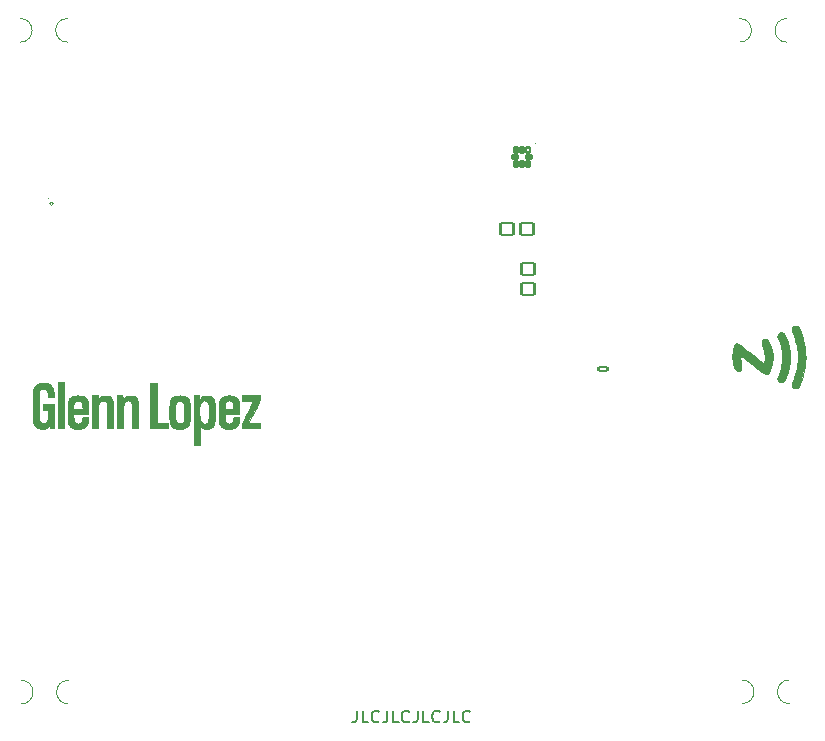
<source format=gbr>
%TF.GenerationSoftware,KiCad,Pcbnew,(6.0.5)*%
%TF.CreationDate,2023-01-06T16:04:03-06:00*%
%TF.ProjectId,NFC_BusinessCard,4e46435f-4275-4736-996e-657373436172,1*%
%TF.SameCoordinates,Original*%
%TF.FileFunction,Legend,Top*%
%TF.FilePolarity,Positive*%
%FSLAX46Y46*%
G04 Gerber Fmt 4.6, Leading zero omitted, Abs format (unit mm)*
G04 Created by KiCad (PCBNEW (6.0.5)) date 2023-01-06 16:04:03*
%MOMM*%
%LPD*%
G01*
G04 APERTURE LIST*
G04 Aperture macros list*
%AMRoundRect*
0 Rectangle with rounded corners*
0 $1 Rounding radius*
0 $2 $3 $4 $5 $6 $7 $8 $9 X,Y pos of 4 corners*
0 Add a 4 corners polygon primitive as box body*
4,1,4,$2,$3,$4,$5,$6,$7,$8,$9,$2,$3,0*
0 Add four circle primitives for the rounded corners*
1,1,$1+$1,$2,$3*
1,1,$1+$1,$4,$5*
1,1,$1+$1,$6,$7*
1,1,$1+$1,$8,$9*
0 Add four rect primitives between the rounded corners*
20,1,$1+$1,$2,$3,$4,$5,0*
20,1,$1+$1,$4,$5,$6,$7,0*
20,1,$1+$1,$6,$7,$8,$9,0*
20,1,$1+$1,$8,$9,$2,$3,0*%
G04 Aperture macros list end*
%ADD10C,0.050000*%
%ADD11C,0.150000*%
%ADD12C,0.100000*%
%ADD13C,0.125000*%
%ADD14C,0.124999*%
%ADD15C,0.063400*%
%ADD16C,0.156464*%
%ADD17C,1.300000*%
%ADD18C,1.011200*%
%ADD19C,0.500000*%
%ADD20RoundRect,0.101600X0.550000X0.500000X-0.550000X0.500000X-0.550000X-0.500000X0.550000X-0.500000X0*%
%ADD21RoundRect,0.101600X0.135000X-0.225000X0.135000X0.225000X-0.135000X0.225000X-0.135000X-0.225000X0*%
%ADD22RoundRect,0.101600X-0.135000X0.225000X-0.135000X-0.225000X0.135000X-0.225000X0.135000X0.225000X0*%
%ADD23RoundRect,0.101600X-0.225000X-0.135000X0.225000X-0.135000X0.225000X0.135000X-0.225000X0.135000X0*%
%ADD24RoundRect,0.101600X0.185000X-0.225000X0.185000X0.225000X-0.185000X0.225000X-0.185000X-0.225000X0*%
%ADD25RoundRect,0.101600X0.225000X0.135000X-0.225000X0.135000X-0.225000X-0.135000X0.225000X-0.135000X0*%
%ADD26RoundRect,0.101600X0.375000X0.150000X-0.375000X0.150000X-0.375000X-0.150000X0.375000X-0.150000X0*%
%ADD27RoundRect,0.101600X-0.659430X-0.533996X0.533996X-0.659430X0.659430X0.533996X-0.533996X0.659430X0*%
%ADD28RoundRect,0.101600X-0.550000X0.500000X-0.550000X-0.500000X0.550000X-0.500000X0.550000X0.500000X0*%
%ADD29O,1.727200X3.251200*%
G04 APERTURE END LIST*
D10*
G36*
X94187897Y-60609007D02*
G01*
X94187387Y-60652192D01*
X94185508Y-60693120D01*
X94181741Y-60733061D01*
X94175564Y-60773284D01*
X94171409Y-60793900D01*
X94166455Y-60815062D01*
X94160639Y-60836930D01*
X94153894Y-60859664D01*
X94137358Y-60908361D01*
X94116328Y-60962423D01*
X94090281Y-61023121D01*
X94058697Y-61091726D01*
X94021054Y-61169508D01*
X93976830Y-61257738D01*
X93925506Y-61357686D01*
X93866560Y-61470623D01*
X93723715Y-61740546D01*
X93543482Y-62081719D01*
X93395887Y-62365455D01*
X93296160Y-62562164D01*
X93269007Y-62618638D01*
X93259533Y-62642260D01*
X93260170Y-62643743D01*
X93262061Y-62645206D01*
X93265175Y-62646649D01*
X93269481Y-62648069D01*
X93281540Y-62650834D01*
X93297991Y-62653488D01*
X93318583Y-62656014D01*
X93343065Y-62658398D01*
X93402704Y-62662681D01*
X93474909Y-62666219D01*
X93557680Y-62668893D01*
X93649018Y-62670584D01*
X93746925Y-62671174D01*
X94234314Y-62671174D01*
X94234314Y-63135355D01*
X92702518Y-63135355D01*
X92702517Y-62884603D01*
X92703088Y-62842968D01*
X92705148Y-62803124D01*
X92709216Y-62763827D01*
X92715809Y-62723829D01*
X92720215Y-62703179D01*
X92725447Y-62681886D01*
X92738649Y-62636751D01*
X92755932Y-62587178D01*
X92777815Y-62531922D01*
X92804818Y-62469736D01*
X92837458Y-62399375D01*
X92876254Y-62319592D01*
X92921725Y-62229143D01*
X92974390Y-62126780D01*
X93034767Y-62011259D01*
X93180731Y-61735755D01*
X93658945Y-60837658D01*
X93180731Y-60824483D01*
X92702517Y-60811309D01*
X92702517Y-60350268D01*
X94187897Y-60350268D01*
X94187897Y-60609007D01*
G37*
X94187897Y-60609007D02*
X94187387Y-60652192D01*
X94185508Y-60693120D01*
X94181741Y-60733061D01*
X94175564Y-60773284D01*
X94171409Y-60793900D01*
X94166455Y-60815062D01*
X94160639Y-60836930D01*
X94153894Y-60859664D01*
X94137358Y-60908361D01*
X94116328Y-60962423D01*
X94090281Y-61023121D01*
X94058697Y-61091726D01*
X94021054Y-61169508D01*
X93976830Y-61257738D01*
X93925506Y-61357686D01*
X93866560Y-61470623D01*
X93723715Y-61740546D01*
X93543482Y-62081719D01*
X93395887Y-62365455D01*
X93296160Y-62562164D01*
X93269007Y-62618638D01*
X93259533Y-62642260D01*
X93260170Y-62643743D01*
X93262061Y-62645206D01*
X93265175Y-62646649D01*
X93269481Y-62648069D01*
X93281540Y-62650834D01*
X93297991Y-62653488D01*
X93318583Y-62656014D01*
X93343065Y-62658398D01*
X93402704Y-62662681D01*
X93474909Y-62666219D01*
X93557680Y-62668893D01*
X93649018Y-62670584D01*
X93746925Y-62671174D01*
X94234314Y-62671174D01*
X94234314Y-63135355D01*
X92702518Y-63135355D01*
X92702517Y-62884603D01*
X92703088Y-62842968D01*
X92705148Y-62803124D01*
X92709216Y-62763827D01*
X92715809Y-62723829D01*
X92720215Y-62703179D01*
X92725447Y-62681886D01*
X92738649Y-62636751D01*
X92755932Y-62587178D01*
X92777815Y-62531922D01*
X92804818Y-62469736D01*
X92837458Y-62399375D01*
X92876254Y-62319592D01*
X92921725Y-62229143D01*
X92974390Y-62126780D01*
X93034767Y-62011259D01*
X93180731Y-61735755D01*
X93658945Y-60837658D01*
X93180731Y-60824483D01*
X92702517Y-60811309D01*
X92702517Y-60350268D01*
X94187897Y-60350268D01*
X94187897Y-60609007D01*
G36*
X86554856Y-61285804D02*
G01*
X86559486Y-61121681D01*
X86567358Y-60996271D01*
X86572759Y-60945286D01*
X86579272Y-60900621D01*
X86586996Y-60861156D01*
X86596032Y-60825772D01*
X86606480Y-60793350D01*
X86618439Y-60762769D01*
X86647294Y-60702656D01*
X86660261Y-60678796D01*
X86673636Y-60655901D01*
X86687447Y-60633957D01*
X86701724Y-60612951D01*
X86716496Y-60592869D01*
X86731793Y-60573698D01*
X86747645Y-60555423D01*
X86764080Y-60538032D01*
X86781128Y-60521511D01*
X86798819Y-60505846D01*
X86817182Y-60491024D01*
X86836246Y-60477031D01*
X86856041Y-60463853D01*
X86876596Y-60451477D01*
X86897941Y-60439889D01*
X86920105Y-60429076D01*
X86943117Y-60419024D01*
X86967008Y-60409720D01*
X86991805Y-60401150D01*
X87017539Y-60393300D01*
X87044240Y-60386156D01*
X87071936Y-60379706D01*
X87100657Y-60373935D01*
X87130432Y-60368831D01*
X87161292Y-60364379D01*
X87193264Y-60360565D01*
X87226380Y-60357377D01*
X87260667Y-60354801D01*
X87332876Y-60351428D01*
X87410126Y-60350339D01*
X87486069Y-60351415D01*
X87557348Y-60354667D01*
X87624157Y-60360177D01*
X87686693Y-60368028D01*
X87745151Y-60378304D01*
X87799729Y-60391089D01*
X87850621Y-60406465D01*
X87898025Y-60424515D01*
X87942135Y-60445323D01*
X87983148Y-60468972D01*
X88021261Y-60495546D01*
X88056668Y-60525127D01*
X88089566Y-60557800D01*
X88120152Y-60593646D01*
X88148621Y-60632750D01*
X88175169Y-60675194D01*
X88190464Y-60702607D01*
X88204026Y-60729903D01*
X88210190Y-60743879D01*
X88215958Y-60758272D01*
X88221345Y-60773230D01*
X88226363Y-60788902D01*
X88231025Y-60805437D01*
X88235344Y-60822984D01*
X88239332Y-60841692D01*
X88243003Y-60861708D01*
X88246369Y-60883183D01*
X88249444Y-60906264D01*
X88254770Y-60957841D01*
X88259083Y-61017630D01*
X88262488Y-61086820D01*
X88265086Y-61166601D01*
X88266980Y-61258163D01*
X88268275Y-61362696D01*
X88269072Y-61481390D01*
X88269586Y-61766020D01*
X88267760Y-62120733D01*
X88264833Y-62267918D01*
X88259992Y-62397018D01*
X88252806Y-62509557D01*
X88242846Y-62607057D01*
X88229683Y-62691041D01*
X88212888Y-62763031D01*
X88192029Y-62824551D01*
X88166679Y-62877123D01*
X88136408Y-62922269D01*
X88100787Y-62961514D01*
X88059385Y-62996378D01*
X88011773Y-63028386D01*
X87957523Y-63059060D01*
X87896204Y-63089922D01*
X87855941Y-63107308D01*
X87811075Y-63122880D01*
X87762184Y-63136608D01*
X87709843Y-63148464D01*
X87654631Y-63158418D01*
X87597125Y-63166441D01*
X87537903Y-63172503D01*
X87477541Y-63176576D01*
X87416618Y-63178631D01*
X87355709Y-63178638D01*
X87295394Y-63176568D01*
X87236248Y-63172392D01*
X87178850Y-63166081D01*
X87123776Y-63157606D01*
X87071604Y-63146937D01*
X87022912Y-63134046D01*
X87022912Y-63134045D01*
X86992670Y-63124095D01*
X86963192Y-63112598D01*
X86934474Y-63099550D01*
X86906512Y-63084948D01*
X86879302Y-63068789D01*
X86852842Y-63051070D01*
X86827126Y-63031787D01*
X86802151Y-63010936D01*
X86777915Y-62988516D01*
X86754411Y-62964522D01*
X86731638Y-62938951D01*
X86709592Y-62911800D01*
X86688268Y-62883065D01*
X86667662Y-62852744D01*
X86647772Y-62820833D01*
X86628593Y-62787328D01*
X86617278Y-62764843D01*
X86607089Y-62740259D01*
X86597973Y-62712844D01*
X86589874Y-62681868D01*
X86582739Y-62646599D01*
X86576511Y-62606305D01*
X86571136Y-62560254D01*
X86566559Y-62507714D01*
X86562726Y-62447955D01*
X86559582Y-62380244D01*
X86557072Y-62303849D01*
X86555141Y-62218040D01*
X86553735Y-62122084D01*
X86552798Y-62015250D01*
X86552114Y-61766020D01*
X86552164Y-61741693D01*
X87039504Y-61741693D01*
X87040025Y-61966009D01*
X87042150Y-62141782D01*
X87046721Y-62276480D01*
X87050186Y-62330761D01*
X87054578Y-62377575D01*
X87060002Y-62417854D01*
X87066564Y-62452533D01*
X87074368Y-62482546D01*
X87083520Y-62508825D01*
X87094125Y-62532306D01*
X87106288Y-62553920D01*
X87135710Y-62595286D01*
X87147694Y-62609502D01*
X87160595Y-62622891D01*
X87174356Y-62635450D01*
X87188918Y-62647176D01*
X87204224Y-62658065D01*
X87220218Y-62668114D01*
X87236841Y-62677321D01*
X87254037Y-62685683D01*
X87271748Y-62693196D01*
X87289917Y-62699857D01*
X87308486Y-62705663D01*
X87327399Y-62710612D01*
X87346596Y-62714700D01*
X87366023Y-62717924D01*
X87385620Y-62720281D01*
X87405331Y-62721768D01*
X87425098Y-62722383D01*
X87444864Y-62722121D01*
X87464571Y-62720980D01*
X87484163Y-62718956D01*
X87503582Y-62716048D01*
X87522770Y-62712251D01*
X87541670Y-62707563D01*
X87560226Y-62701980D01*
X87578378Y-62695500D01*
X87596071Y-62688120D01*
X87613247Y-62679836D01*
X87629848Y-62670645D01*
X87645817Y-62660545D01*
X87661096Y-62649532D01*
X87675630Y-62637603D01*
X87689359Y-62624755D01*
X87697128Y-62616787D01*
X87704456Y-62608793D01*
X87711353Y-62600655D01*
X87717833Y-62592256D01*
X87723910Y-62583477D01*
X87729595Y-62574200D01*
X87734902Y-62564307D01*
X87739843Y-62553680D01*
X87744432Y-62542201D01*
X87748681Y-62529751D01*
X87752603Y-62516212D01*
X87756210Y-62501466D01*
X87759517Y-62485395D01*
X87762535Y-62467882D01*
X87765278Y-62448807D01*
X87767758Y-62428052D01*
X87769988Y-62405500D01*
X87771981Y-62381032D01*
X87773750Y-62354530D01*
X87775307Y-62325876D01*
X87777840Y-62261640D01*
X87779682Y-62187377D01*
X87780935Y-62102143D01*
X87781703Y-62004993D01*
X87782194Y-61771162D01*
X87781627Y-61543315D01*
X87779465Y-61363190D01*
X87775018Y-61223952D01*
X87767593Y-61118767D01*
X87762549Y-61076809D01*
X87756502Y-61040801D01*
X87749365Y-61009890D01*
X87741052Y-60983221D01*
X87731476Y-60959939D01*
X87720552Y-60939191D01*
X87708193Y-60920122D01*
X87694313Y-60901877D01*
X87682108Y-60887942D01*
X87668836Y-60874906D01*
X87654569Y-60862769D01*
X87639377Y-60851531D01*
X87623331Y-60841192D01*
X87606504Y-60831752D01*
X87588965Y-60823211D01*
X87570786Y-60815569D01*
X87552039Y-60808826D01*
X87532793Y-60802982D01*
X87513121Y-60798038D01*
X87493093Y-60793992D01*
X87472781Y-60790845D01*
X87452255Y-60788598D01*
X87431588Y-60787249D01*
X87410849Y-60786800D01*
X87390110Y-60787249D01*
X87369442Y-60788598D01*
X87348917Y-60790845D01*
X87328604Y-60793992D01*
X87308577Y-60798038D01*
X87288904Y-60802982D01*
X87269659Y-60808826D01*
X87250911Y-60815569D01*
X87232733Y-60823211D01*
X87215194Y-60831752D01*
X87198366Y-60841192D01*
X87182321Y-60851531D01*
X87167129Y-60862769D01*
X87152862Y-60874906D01*
X87139590Y-60887942D01*
X87127385Y-60901877D01*
X87113558Y-60920043D01*
X87107215Y-60929370D01*
X87101238Y-60938996D01*
X87095617Y-60949022D01*
X87090341Y-60959550D01*
X87085400Y-60970680D01*
X87080782Y-60982515D01*
X87076478Y-60995155D01*
X87072476Y-61008703D01*
X87068767Y-61023260D01*
X87065338Y-61038926D01*
X87062180Y-61055805D01*
X87059283Y-61073997D01*
X87056635Y-61093604D01*
X87054226Y-61114726D01*
X87050082Y-61161926D01*
X87046766Y-61216409D01*
X87044193Y-61278985D01*
X87042278Y-61350468D01*
X87040937Y-61431668D01*
X87040084Y-61523398D01*
X87039504Y-61741693D01*
X86552164Y-61741693D01*
X86552666Y-61497599D01*
X86554856Y-61285804D01*
G37*
X86554856Y-61285804D02*
X86559486Y-61121681D01*
X86567358Y-60996271D01*
X86572759Y-60945286D01*
X86579272Y-60900621D01*
X86586996Y-60861156D01*
X86596032Y-60825772D01*
X86606480Y-60793350D01*
X86618439Y-60762769D01*
X86647294Y-60702656D01*
X86660261Y-60678796D01*
X86673636Y-60655901D01*
X86687447Y-60633957D01*
X86701724Y-60612951D01*
X86716496Y-60592869D01*
X86731793Y-60573698D01*
X86747645Y-60555423D01*
X86764080Y-60538032D01*
X86781128Y-60521511D01*
X86798819Y-60505846D01*
X86817182Y-60491024D01*
X86836246Y-60477031D01*
X86856041Y-60463853D01*
X86876596Y-60451477D01*
X86897941Y-60439889D01*
X86920105Y-60429076D01*
X86943117Y-60419024D01*
X86967008Y-60409720D01*
X86991805Y-60401150D01*
X87017539Y-60393300D01*
X87044240Y-60386156D01*
X87071936Y-60379706D01*
X87100657Y-60373935D01*
X87130432Y-60368831D01*
X87161292Y-60364379D01*
X87193264Y-60360565D01*
X87226380Y-60357377D01*
X87260667Y-60354801D01*
X87332876Y-60351428D01*
X87410126Y-60350339D01*
X87486069Y-60351415D01*
X87557348Y-60354667D01*
X87624157Y-60360177D01*
X87686693Y-60368028D01*
X87745151Y-60378304D01*
X87799729Y-60391089D01*
X87850621Y-60406465D01*
X87898025Y-60424515D01*
X87942135Y-60445323D01*
X87983148Y-60468972D01*
X88021261Y-60495546D01*
X88056668Y-60525127D01*
X88089566Y-60557800D01*
X88120152Y-60593646D01*
X88148621Y-60632750D01*
X88175169Y-60675194D01*
X88190464Y-60702607D01*
X88204026Y-60729903D01*
X88210190Y-60743879D01*
X88215958Y-60758272D01*
X88221345Y-60773230D01*
X88226363Y-60788902D01*
X88231025Y-60805437D01*
X88235344Y-60822984D01*
X88239332Y-60841692D01*
X88243003Y-60861708D01*
X88246369Y-60883183D01*
X88249444Y-60906264D01*
X88254770Y-60957841D01*
X88259083Y-61017630D01*
X88262488Y-61086820D01*
X88265086Y-61166601D01*
X88266980Y-61258163D01*
X88268275Y-61362696D01*
X88269072Y-61481390D01*
X88269586Y-61766020D01*
X88267760Y-62120733D01*
X88264833Y-62267918D01*
X88259992Y-62397018D01*
X88252806Y-62509557D01*
X88242846Y-62607057D01*
X88229683Y-62691041D01*
X88212888Y-62763031D01*
X88192029Y-62824551D01*
X88166679Y-62877123D01*
X88136408Y-62922269D01*
X88100787Y-62961514D01*
X88059385Y-62996378D01*
X88011773Y-63028386D01*
X87957523Y-63059060D01*
X87896204Y-63089922D01*
X87855941Y-63107308D01*
X87811075Y-63122880D01*
X87762184Y-63136608D01*
X87709843Y-63148464D01*
X87654631Y-63158418D01*
X87597125Y-63166441D01*
X87537903Y-63172503D01*
X87477541Y-63176576D01*
X87416618Y-63178631D01*
X87355709Y-63178638D01*
X87295394Y-63176568D01*
X87236248Y-63172392D01*
X87178850Y-63166081D01*
X87123776Y-63157606D01*
X87071604Y-63146937D01*
X87022912Y-63134046D01*
X87022912Y-63134045D01*
X86992670Y-63124095D01*
X86963192Y-63112598D01*
X86934474Y-63099550D01*
X86906512Y-63084948D01*
X86879302Y-63068789D01*
X86852842Y-63051070D01*
X86827126Y-63031787D01*
X86802151Y-63010936D01*
X86777915Y-62988516D01*
X86754411Y-62964522D01*
X86731638Y-62938951D01*
X86709592Y-62911800D01*
X86688268Y-62883065D01*
X86667662Y-62852744D01*
X86647772Y-62820833D01*
X86628593Y-62787328D01*
X86617278Y-62764843D01*
X86607089Y-62740259D01*
X86597973Y-62712844D01*
X86589874Y-62681868D01*
X86582739Y-62646599D01*
X86576511Y-62606305D01*
X86571136Y-62560254D01*
X86566559Y-62507714D01*
X86562726Y-62447955D01*
X86559582Y-62380244D01*
X86557072Y-62303849D01*
X86555141Y-62218040D01*
X86553735Y-62122084D01*
X86552798Y-62015250D01*
X86552114Y-61766020D01*
X86552164Y-61741693D01*
X87039504Y-61741693D01*
X87040025Y-61966009D01*
X87042150Y-62141782D01*
X87046721Y-62276480D01*
X87050186Y-62330761D01*
X87054578Y-62377575D01*
X87060002Y-62417854D01*
X87066564Y-62452533D01*
X87074368Y-62482546D01*
X87083520Y-62508825D01*
X87094125Y-62532306D01*
X87106288Y-62553920D01*
X87135710Y-62595286D01*
X87147694Y-62609502D01*
X87160595Y-62622891D01*
X87174356Y-62635450D01*
X87188918Y-62647176D01*
X87204224Y-62658065D01*
X87220218Y-62668114D01*
X87236841Y-62677321D01*
X87254037Y-62685683D01*
X87271748Y-62693196D01*
X87289917Y-62699857D01*
X87308486Y-62705663D01*
X87327399Y-62710612D01*
X87346596Y-62714700D01*
X87366023Y-62717924D01*
X87385620Y-62720281D01*
X87405331Y-62721768D01*
X87425098Y-62722383D01*
X87444864Y-62722121D01*
X87464571Y-62720980D01*
X87484163Y-62718956D01*
X87503582Y-62716048D01*
X87522770Y-62712251D01*
X87541670Y-62707563D01*
X87560226Y-62701980D01*
X87578378Y-62695500D01*
X87596071Y-62688120D01*
X87613247Y-62679836D01*
X87629848Y-62670645D01*
X87645817Y-62660545D01*
X87661096Y-62649532D01*
X87675630Y-62637603D01*
X87689359Y-62624755D01*
X87697128Y-62616787D01*
X87704456Y-62608793D01*
X87711353Y-62600655D01*
X87717833Y-62592256D01*
X87723910Y-62583477D01*
X87729595Y-62574200D01*
X87734902Y-62564307D01*
X87739843Y-62553680D01*
X87744432Y-62542201D01*
X87748681Y-62529751D01*
X87752603Y-62516212D01*
X87756210Y-62501466D01*
X87759517Y-62485395D01*
X87762535Y-62467882D01*
X87765278Y-62448807D01*
X87767758Y-62428052D01*
X87769988Y-62405500D01*
X87771981Y-62381032D01*
X87773750Y-62354530D01*
X87775307Y-62325876D01*
X87777840Y-62261640D01*
X87779682Y-62187377D01*
X87780935Y-62102143D01*
X87781703Y-62004993D01*
X87782194Y-61771162D01*
X87781627Y-61543315D01*
X87779465Y-61363190D01*
X87775018Y-61223952D01*
X87767593Y-61118767D01*
X87762549Y-61076809D01*
X87756502Y-61040801D01*
X87749365Y-61009890D01*
X87741052Y-60983221D01*
X87731476Y-60959939D01*
X87720552Y-60939191D01*
X87708193Y-60920122D01*
X87694313Y-60901877D01*
X87682108Y-60887942D01*
X87668836Y-60874906D01*
X87654569Y-60862769D01*
X87639377Y-60851531D01*
X87623331Y-60841192D01*
X87606504Y-60831752D01*
X87588965Y-60823211D01*
X87570786Y-60815569D01*
X87552039Y-60808826D01*
X87532793Y-60802982D01*
X87513121Y-60798038D01*
X87493093Y-60793992D01*
X87472781Y-60790845D01*
X87452255Y-60788598D01*
X87431588Y-60787249D01*
X87410849Y-60786800D01*
X87390110Y-60787249D01*
X87369442Y-60788598D01*
X87348917Y-60790845D01*
X87328604Y-60793992D01*
X87308577Y-60798038D01*
X87288904Y-60802982D01*
X87269659Y-60808826D01*
X87250911Y-60815569D01*
X87232733Y-60823211D01*
X87215194Y-60831752D01*
X87198366Y-60841192D01*
X87182321Y-60851531D01*
X87167129Y-60862769D01*
X87152862Y-60874906D01*
X87139590Y-60887942D01*
X87127385Y-60901877D01*
X87113558Y-60920043D01*
X87107215Y-60929370D01*
X87101238Y-60938996D01*
X87095617Y-60949022D01*
X87090341Y-60959550D01*
X87085400Y-60970680D01*
X87080782Y-60982515D01*
X87076478Y-60995155D01*
X87072476Y-61008703D01*
X87068767Y-61023260D01*
X87065338Y-61038926D01*
X87062180Y-61055805D01*
X87059283Y-61073997D01*
X87056635Y-61093604D01*
X87054226Y-61114726D01*
X87050082Y-61161926D01*
X87046766Y-61216409D01*
X87044193Y-61278985D01*
X87042278Y-61350468D01*
X87040937Y-61431668D01*
X87040084Y-61523398D01*
X87039504Y-61741693D01*
X86552164Y-61741693D01*
X86552666Y-61497599D01*
X86554856Y-61285804D01*
G36*
X77616626Y-63135356D02*
G01*
X77106026Y-63135356D01*
X77106026Y-59236233D01*
X77616626Y-59236233D01*
X77616626Y-63135356D01*
G37*
X77616626Y-63135356D02*
X77106026Y-63135356D01*
X77106026Y-59236233D01*
X77616626Y-59236233D01*
X77616626Y-63135356D01*
G36*
X77951091Y-61166627D02*
G01*
X77957774Y-61059092D01*
X77966846Y-60964818D01*
X77978637Y-60882460D01*
X77993479Y-60810674D01*
X78011702Y-60748115D01*
X78033637Y-60693439D01*
X78059616Y-60645302D01*
X78089968Y-60602358D01*
X78125026Y-60563264D01*
X78165119Y-60526675D01*
X78210580Y-60491246D01*
X78261739Y-60455633D01*
X78286035Y-60439920D01*
X78309701Y-60425793D01*
X78333139Y-60413170D01*
X78356753Y-60401975D01*
X78380944Y-60392128D01*
X78406115Y-60383550D01*
X78432669Y-60376163D01*
X78461008Y-60369888D01*
X78491535Y-60364646D01*
X78524652Y-60360359D01*
X78560762Y-60356947D01*
X78600266Y-60354332D01*
X78643569Y-60352436D01*
X78691071Y-60351178D01*
X78743177Y-60350482D01*
X78800287Y-60350267D01*
X78909503Y-60351178D01*
X79000308Y-60354332D01*
X79039813Y-60356947D01*
X79075923Y-60360359D01*
X79109040Y-60364646D01*
X79139566Y-60369888D01*
X79167905Y-60376163D01*
X79194459Y-60383550D01*
X79219631Y-60392128D01*
X79243822Y-60401975D01*
X79267436Y-60413170D01*
X79290874Y-60425793D01*
X79314540Y-60439921D01*
X79338836Y-60455633D01*
X79362344Y-60471758D01*
X79384742Y-60488020D01*
X79406053Y-60504488D01*
X79426303Y-60521231D01*
X79445515Y-60538317D01*
X79463712Y-60555816D01*
X79480919Y-60573796D01*
X79497159Y-60592328D01*
X79512457Y-60611479D01*
X79526835Y-60631319D01*
X79540318Y-60651916D01*
X79552931Y-60673341D01*
X79564695Y-60695661D01*
X79575637Y-60718946D01*
X79585778Y-60743265D01*
X79595144Y-60768686D01*
X79603758Y-60795280D01*
X79611644Y-60823114D01*
X79618825Y-60852258D01*
X79625326Y-60882781D01*
X79631171Y-60914752D01*
X79636382Y-60948239D01*
X79640985Y-60983312D01*
X79645003Y-61020041D01*
X79651380Y-61098738D01*
X79655703Y-61184882D01*
X79658163Y-61279027D01*
X79658951Y-61381723D01*
X79659021Y-61879370D01*
X79043982Y-61892323D01*
X78428941Y-61905274D01*
X78428941Y-62217324D01*
X78430071Y-62285447D01*
X78433543Y-62347935D01*
X78439482Y-62404959D01*
X78448010Y-62456688D01*
X78459252Y-62503296D01*
X78465929Y-62524732D01*
X78473332Y-62544952D01*
X78481474Y-62563978D01*
X78490373Y-62581829D01*
X78500042Y-62598528D01*
X78510499Y-62614097D01*
X78521758Y-62628556D01*
X78533834Y-62641928D01*
X78546744Y-62654232D01*
X78560502Y-62665492D01*
X78575125Y-62675728D01*
X78590627Y-62684961D01*
X78607024Y-62693214D01*
X78624332Y-62700507D01*
X78642566Y-62706862D01*
X78661741Y-62712300D01*
X78681874Y-62716842D01*
X78702979Y-62720511D01*
X78748168Y-62725313D01*
X78797433Y-62726875D01*
X78836977Y-62725614D01*
X78855894Y-62724033D01*
X78874246Y-62721815D01*
X78892037Y-62718956D01*
X78909269Y-62715453D01*
X78925946Y-62711304D01*
X78942071Y-62706505D01*
X78957648Y-62701053D01*
X78972681Y-62694946D01*
X78987171Y-62688180D01*
X79001124Y-62680752D01*
X79014542Y-62672659D01*
X79027428Y-62663898D01*
X79039786Y-62654466D01*
X79051619Y-62644360D01*
X79062931Y-62633577D01*
X79073725Y-62622114D01*
X79084004Y-62609968D01*
X79093772Y-62597136D01*
X79103032Y-62583615D01*
X79111788Y-62569402D01*
X79120042Y-62554493D01*
X79127799Y-62538886D01*
X79135060Y-62522578D01*
X79141831Y-62505566D01*
X79148114Y-62487846D01*
X79153913Y-62469416D01*
X79164070Y-62430412D01*
X79172330Y-62388531D01*
X79203001Y-62206992D01*
X79659022Y-62206992D01*
X79657990Y-62404269D01*
X79656098Y-62462585D01*
X79651060Y-62519191D01*
X79642926Y-62574000D01*
X79631747Y-62626921D01*
X79617572Y-62677866D01*
X79600452Y-62726744D01*
X79580436Y-62773467D01*
X79557575Y-62817946D01*
X79531919Y-62860091D01*
X79503518Y-62899812D01*
X79472423Y-62937020D01*
X79438682Y-62971627D01*
X79402347Y-63003542D01*
X79363467Y-63032677D01*
X79322092Y-63058942D01*
X79278274Y-63082247D01*
X79226940Y-63104822D01*
X79172509Y-63124482D01*
X79115411Y-63141224D01*
X79056080Y-63155043D01*
X78994947Y-63165936D01*
X78932445Y-63173898D01*
X78869005Y-63178925D01*
X78805061Y-63181013D01*
X78741045Y-63180157D01*
X78677388Y-63176354D01*
X78614524Y-63169599D01*
X78552884Y-63159889D01*
X78492900Y-63147218D01*
X78435006Y-63131583D01*
X78379632Y-63112980D01*
X78327212Y-63091404D01*
X78327224Y-63091405D01*
X78302007Y-63079460D01*
X78277981Y-63067044D01*
X78255093Y-63054108D01*
X78233291Y-63040602D01*
X78212521Y-63026475D01*
X78192732Y-63011678D01*
X78173869Y-62996159D01*
X78155881Y-62979869D01*
X78138715Y-62962758D01*
X78122317Y-62944775D01*
X78106634Y-62925871D01*
X78091615Y-62905994D01*
X78077206Y-62885096D01*
X78063354Y-62863125D01*
X78050007Y-62840031D01*
X78037112Y-62815765D01*
X78021794Y-62784612D01*
X78008188Y-62753952D01*
X77996195Y-62722679D01*
X77985716Y-62689684D01*
X77976649Y-62653860D01*
X77968895Y-62614098D01*
X77962355Y-62569292D01*
X77956928Y-62518334D01*
X77952515Y-62460116D01*
X77949016Y-62393530D01*
X77946331Y-62317469D01*
X77944361Y-62230825D01*
X77943004Y-62132490D01*
X77942163Y-62021357D01*
X77941624Y-61756264D01*
X77943072Y-61510721D01*
X78405733Y-61510721D01*
X79194841Y-61510721D01*
X79194577Y-61359861D01*
X79194582Y-61359861D01*
X79193574Y-61326113D01*
X79190784Y-61287971D01*
X79186406Y-61246748D01*
X79180633Y-61203753D01*
X79173658Y-61160297D01*
X79165675Y-61117691D01*
X79156877Y-61077246D01*
X79147457Y-61040272D01*
X79141862Y-61021762D01*
X79135540Y-61003862D01*
X79128505Y-60986582D01*
X79120773Y-60969929D01*
X79112359Y-60953912D01*
X79103278Y-60938539D01*
X79093546Y-60923818D01*
X79083177Y-60909757D01*
X79072187Y-60896364D01*
X79060592Y-60883647D01*
X79048405Y-60871615D01*
X79035644Y-60860276D01*
X79022321Y-60849637D01*
X79008454Y-60839708D01*
X78994058Y-60830496D01*
X78979146Y-60822009D01*
X78963735Y-60814255D01*
X78947841Y-60807243D01*
X78931477Y-60800981D01*
X78914659Y-60795477D01*
X78897403Y-60790739D01*
X78879724Y-60786775D01*
X78861637Y-60783593D01*
X78843157Y-60781202D01*
X78824300Y-60779610D01*
X78805080Y-60778824D01*
X78785513Y-60778854D01*
X78765614Y-60779707D01*
X78745398Y-60781391D01*
X78724881Y-60783914D01*
X78704078Y-60787285D01*
X78683003Y-60791512D01*
X78667003Y-60795544D01*
X78651409Y-60800516D01*
X78636229Y-60806414D01*
X78621470Y-60813226D01*
X78607138Y-60820940D01*
X78593239Y-60829542D01*
X78579781Y-60839019D01*
X78566769Y-60849360D01*
X78554212Y-60860552D01*
X78542114Y-60872581D01*
X78530483Y-60885436D01*
X78519325Y-60899103D01*
X78508647Y-60913570D01*
X78498456Y-60928824D01*
X78488758Y-60944853D01*
X78479559Y-60961643D01*
X78470867Y-60979183D01*
X78462688Y-60997459D01*
X78455028Y-61016458D01*
X78447894Y-61036169D01*
X78441293Y-61056579D01*
X78435232Y-61077674D01*
X78429716Y-61099443D01*
X78424753Y-61121871D01*
X78420349Y-61144948D01*
X78416511Y-61168660D01*
X78413246Y-61192994D01*
X78410559Y-61217938D01*
X78408458Y-61243479D01*
X78406949Y-61269604D01*
X78406038Y-61296301D01*
X78405733Y-61323557D01*
X78405733Y-61510721D01*
X77943072Y-61510721D01*
X77943566Y-61426857D01*
X77951091Y-61166627D01*
G37*
X77951091Y-61166627D02*
X77957774Y-61059092D01*
X77966846Y-60964818D01*
X77978637Y-60882460D01*
X77993479Y-60810674D01*
X78011702Y-60748115D01*
X78033637Y-60693439D01*
X78059616Y-60645302D01*
X78089968Y-60602358D01*
X78125026Y-60563264D01*
X78165119Y-60526675D01*
X78210580Y-60491246D01*
X78261739Y-60455633D01*
X78286035Y-60439920D01*
X78309701Y-60425793D01*
X78333139Y-60413170D01*
X78356753Y-60401975D01*
X78380944Y-60392128D01*
X78406115Y-60383550D01*
X78432669Y-60376163D01*
X78461008Y-60369888D01*
X78491535Y-60364646D01*
X78524652Y-60360359D01*
X78560762Y-60356947D01*
X78600266Y-60354332D01*
X78643569Y-60352436D01*
X78691071Y-60351178D01*
X78743177Y-60350482D01*
X78800287Y-60350267D01*
X78909503Y-60351178D01*
X79000308Y-60354332D01*
X79039813Y-60356947D01*
X79075923Y-60360359D01*
X79109040Y-60364646D01*
X79139566Y-60369888D01*
X79167905Y-60376163D01*
X79194459Y-60383550D01*
X79219631Y-60392128D01*
X79243822Y-60401975D01*
X79267436Y-60413170D01*
X79290874Y-60425793D01*
X79314540Y-60439921D01*
X79338836Y-60455633D01*
X79362344Y-60471758D01*
X79384742Y-60488020D01*
X79406053Y-60504488D01*
X79426303Y-60521231D01*
X79445515Y-60538317D01*
X79463712Y-60555816D01*
X79480919Y-60573796D01*
X79497159Y-60592328D01*
X79512457Y-60611479D01*
X79526835Y-60631319D01*
X79540318Y-60651916D01*
X79552931Y-60673341D01*
X79564695Y-60695661D01*
X79575637Y-60718946D01*
X79585778Y-60743265D01*
X79595144Y-60768686D01*
X79603758Y-60795280D01*
X79611644Y-60823114D01*
X79618825Y-60852258D01*
X79625326Y-60882781D01*
X79631171Y-60914752D01*
X79636382Y-60948239D01*
X79640985Y-60983312D01*
X79645003Y-61020041D01*
X79651380Y-61098738D01*
X79655703Y-61184882D01*
X79658163Y-61279027D01*
X79658951Y-61381723D01*
X79659021Y-61879370D01*
X79043982Y-61892323D01*
X78428941Y-61905274D01*
X78428941Y-62217324D01*
X78430071Y-62285447D01*
X78433543Y-62347935D01*
X78439482Y-62404959D01*
X78448010Y-62456688D01*
X78459252Y-62503296D01*
X78465929Y-62524732D01*
X78473332Y-62544952D01*
X78481474Y-62563978D01*
X78490373Y-62581829D01*
X78500042Y-62598528D01*
X78510499Y-62614097D01*
X78521758Y-62628556D01*
X78533834Y-62641928D01*
X78546744Y-62654232D01*
X78560502Y-62665492D01*
X78575125Y-62675728D01*
X78590627Y-62684961D01*
X78607024Y-62693214D01*
X78624332Y-62700507D01*
X78642566Y-62706862D01*
X78661741Y-62712300D01*
X78681874Y-62716842D01*
X78702979Y-62720511D01*
X78748168Y-62725313D01*
X78797433Y-62726875D01*
X78836977Y-62725614D01*
X78855894Y-62724033D01*
X78874246Y-62721815D01*
X78892037Y-62718956D01*
X78909269Y-62715453D01*
X78925946Y-62711304D01*
X78942071Y-62706505D01*
X78957648Y-62701053D01*
X78972681Y-62694946D01*
X78987171Y-62688180D01*
X79001124Y-62680752D01*
X79014542Y-62672659D01*
X79027428Y-62663898D01*
X79039786Y-62654466D01*
X79051619Y-62644360D01*
X79062931Y-62633577D01*
X79073725Y-62622114D01*
X79084004Y-62609968D01*
X79093772Y-62597136D01*
X79103032Y-62583615D01*
X79111788Y-62569402D01*
X79120042Y-62554493D01*
X79127799Y-62538886D01*
X79135060Y-62522578D01*
X79141831Y-62505566D01*
X79148114Y-62487846D01*
X79153913Y-62469416D01*
X79164070Y-62430412D01*
X79172330Y-62388531D01*
X79203001Y-62206992D01*
X79659022Y-62206992D01*
X79657990Y-62404269D01*
X79656098Y-62462585D01*
X79651060Y-62519191D01*
X79642926Y-62574000D01*
X79631747Y-62626921D01*
X79617572Y-62677866D01*
X79600452Y-62726744D01*
X79580436Y-62773467D01*
X79557575Y-62817946D01*
X79531919Y-62860091D01*
X79503518Y-62899812D01*
X79472423Y-62937020D01*
X79438682Y-62971627D01*
X79402347Y-63003542D01*
X79363467Y-63032677D01*
X79322092Y-63058942D01*
X79278274Y-63082247D01*
X79226940Y-63104822D01*
X79172509Y-63124482D01*
X79115411Y-63141224D01*
X79056080Y-63155043D01*
X78994947Y-63165936D01*
X78932445Y-63173898D01*
X78869005Y-63178925D01*
X78805061Y-63181013D01*
X78741045Y-63180157D01*
X78677388Y-63176354D01*
X78614524Y-63169599D01*
X78552884Y-63159889D01*
X78492900Y-63147218D01*
X78435006Y-63131583D01*
X78379632Y-63112980D01*
X78327212Y-63091404D01*
X78327224Y-63091405D01*
X78302007Y-63079460D01*
X78277981Y-63067044D01*
X78255093Y-63054108D01*
X78233291Y-63040602D01*
X78212521Y-63026475D01*
X78192732Y-63011678D01*
X78173869Y-62996159D01*
X78155881Y-62979869D01*
X78138715Y-62962758D01*
X78122317Y-62944775D01*
X78106634Y-62925871D01*
X78091615Y-62905994D01*
X78077206Y-62885096D01*
X78063354Y-62863125D01*
X78050007Y-62840031D01*
X78037112Y-62815765D01*
X78021794Y-62784612D01*
X78008188Y-62753952D01*
X77996195Y-62722679D01*
X77985716Y-62689684D01*
X77976649Y-62653860D01*
X77968895Y-62614098D01*
X77962355Y-62569292D01*
X77956928Y-62518334D01*
X77952515Y-62460116D01*
X77949016Y-62393530D01*
X77946331Y-62317469D01*
X77944361Y-62230825D01*
X77943004Y-62132490D01*
X77942163Y-62021357D01*
X77941624Y-61756264D01*
X77943072Y-61510721D01*
X78405733Y-61510721D01*
X79194841Y-61510721D01*
X79194577Y-61359861D01*
X79194582Y-61359861D01*
X79193574Y-61326113D01*
X79190784Y-61287971D01*
X79186406Y-61246748D01*
X79180633Y-61203753D01*
X79173658Y-61160297D01*
X79165675Y-61117691D01*
X79156877Y-61077246D01*
X79147457Y-61040272D01*
X79141862Y-61021762D01*
X79135540Y-61003862D01*
X79128505Y-60986582D01*
X79120773Y-60969929D01*
X79112359Y-60953912D01*
X79103278Y-60938539D01*
X79093546Y-60923818D01*
X79083177Y-60909757D01*
X79072187Y-60896364D01*
X79060592Y-60883647D01*
X79048405Y-60871615D01*
X79035644Y-60860276D01*
X79022321Y-60849637D01*
X79008454Y-60839708D01*
X78994058Y-60830496D01*
X78979146Y-60822009D01*
X78963735Y-60814255D01*
X78947841Y-60807243D01*
X78931477Y-60800981D01*
X78914659Y-60795477D01*
X78897403Y-60790739D01*
X78879724Y-60786775D01*
X78861637Y-60783593D01*
X78843157Y-60781202D01*
X78824300Y-60779610D01*
X78805080Y-60778824D01*
X78785513Y-60778854D01*
X78765614Y-60779707D01*
X78745398Y-60781391D01*
X78724881Y-60783914D01*
X78704078Y-60787285D01*
X78683003Y-60791512D01*
X78667003Y-60795544D01*
X78651409Y-60800516D01*
X78636229Y-60806414D01*
X78621470Y-60813226D01*
X78607138Y-60820940D01*
X78593239Y-60829542D01*
X78579781Y-60839019D01*
X78566769Y-60849360D01*
X78554212Y-60860552D01*
X78542114Y-60872581D01*
X78530483Y-60885436D01*
X78519325Y-60899103D01*
X78508647Y-60913570D01*
X78498456Y-60928824D01*
X78488758Y-60944853D01*
X78479559Y-60961643D01*
X78470867Y-60979183D01*
X78462688Y-60997459D01*
X78455028Y-61016458D01*
X78447894Y-61036169D01*
X78441293Y-61056579D01*
X78435232Y-61077674D01*
X78429716Y-61099443D01*
X78424753Y-61121871D01*
X78420349Y-61144948D01*
X78416511Y-61168660D01*
X78413246Y-61192994D01*
X78410559Y-61217938D01*
X78408458Y-61243479D01*
X78406949Y-61269604D01*
X78406038Y-61296301D01*
X78405733Y-61323557D01*
X78405733Y-61510721D01*
X77943072Y-61510721D01*
X77943566Y-61426857D01*
X77951091Y-61166627D01*
G36*
X80495237Y-60744822D02*
G01*
X80584971Y-60608698D01*
X80608205Y-60575183D01*
X80620033Y-60559432D01*
X80632028Y-60544340D01*
X80644207Y-60529898D01*
X80656590Y-60516097D01*
X80669196Y-60502926D01*
X80682043Y-60490378D01*
X80695151Y-60478443D01*
X80708538Y-60467111D01*
X80722224Y-60456374D01*
X80736226Y-60446222D01*
X80750565Y-60436646D01*
X80765258Y-60427637D01*
X80780326Y-60419186D01*
X80795786Y-60411283D01*
X80811658Y-60403919D01*
X80827960Y-60397085D01*
X80844712Y-60390772D01*
X80861931Y-60384971D01*
X80879638Y-60379672D01*
X80897852Y-60374867D01*
X80916590Y-60370545D01*
X80935871Y-60366698D01*
X80955716Y-60363317D01*
X80976142Y-60360392D01*
X81018815Y-60355875D01*
X81064040Y-60353073D01*
X81111970Y-60351913D01*
X81167344Y-60352744D01*
X81219954Y-60356101D01*
X81269869Y-60362023D01*
X81317157Y-60370549D01*
X81361883Y-60381715D01*
X81404116Y-60395562D01*
X81443924Y-60412127D01*
X81481372Y-60431449D01*
X81516529Y-60453566D01*
X81549462Y-60478516D01*
X81580238Y-60506339D01*
X81608925Y-60537072D01*
X81635590Y-60570754D01*
X81660300Y-60607423D01*
X81683122Y-60647119D01*
X81704125Y-60689878D01*
X81718093Y-60722238D01*
X81730529Y-60755152D01*
X81741519Y-60789935D01*
X81751154Y-60827899D01*
X81759521Y-60870359D01*
X81766710Y-60918626D01*
X81772809Y-60974015D01*
X81777908Y-61037840D01*
X81782094Y-61111413D01*
X81785457Y-61196049D01*
X81788085Y-61293060D01*
X81790067Y-61403759D01*
X81792450Y-61671479D01*
X81793313Y-62009716D01*
X81794292Y-63135356D01*
X81283667Y-63135356D01*
X81283667Y-60995902D01*
X81169731Y-60881967D01*
X81150721Y-60864026D01*
X81131251Y-60847723D01*
X81111367Y-60833045D01*
X81091117Y-60819978D01*
X81070549Y-60808508D01*
X81049709Y-60798623D01*
X81028644Y-60790310D01*
X81007401Y-60783553D01*
X80986028Y-60778341D01*
X80964571Y-60774660D01*
X80943078Y-60772495D01*
X80921595Y-60771835D01*
X80900170Y-60772665D01*
X80878851Y-60774972D01*
X80857683Y-60778743D01*
X80836714Y-60783964D01*
X80815991Y-60790622D01*
X80795561Y-60798703D01*
X80775472Y-60808195D01*
X80755770Y-60819082D01*
X80736503Y-60831353D01*
X80717717Y-60844994D01*
X80699460Y-60859991D01*
X80681778Y-60876330D01*
X80664719Y-60894000D01*
X80648331Y-60912985D01*
X80632659Y-60933273D01*
X80617751Y-60954850D01*
X80603655Y-60977703D01*
X80590416Y-61001819D01*
X80578083Y-61027183D01*
X80566703Y-61053783D01*
X80556494Y-61081717D01*
X80547229Y-61112478D01*
X80538868Y-61146684D01*
X80531371Y-61184948D01*
X80524700Y-61227887D01*
X80518814Y-61276115D01*
X80513676Y-61330249D01*
X80509245Y-61390903D01*
X80505482Y-61458693D01*
X80502348Y-61534234D01*
X80499804Y-61618142D01*
X80497811Y-61711033D01*
X80495319Y-61926221D01*
X80494558Y-62184723D01*
X80494558Y-63135356D01*
X80030377Y-63135356D01*
X80030368Y-61742812D01*
X80030368Y-60350268D01*
X80494549Y-60350268D01*
X80495237Y-60744822D01*
G37*
X80495237Y-60744822D02*
X80584971Y-60608698D01*
X80608205Y-60575183D01*
X80620033Y-60559432D01*
X80632028Y-60544340D01*
X80644207Y-60529898D01*
X80656590Y-60516097D01*
X80669196Y-60502926D01*
X80682043Y-60490378D01*
X80695151Y-60478443D01*
X80708538Y-60467111D01*
X80722224Y-60456374D01*
X80736226Y-60446222D01*
X80750565Y-60436646D01*
X80765258Y-60427637D01*
X80780326Y-60419186D01*
X80795786Y-60411283D01*
X80811658Y-60403919D01*
X80827960Y-60397085D01*
X80844712Y-60390772D01*
X80861931Y-60384971D01*
X80879638Y-60379672D01*
X80897852Y-60374867D01*
X80916590Y-60370545D01*
X80935871Y-60366698D01*
X80955716Y-60363317D01*
X80976142Y-60360392D01*
X81018815Y-60355875D01*
X81064040Y-60353073D01*
X81111970Y-60351913D01*
X81167344Y-60352744D01*
X81219954Y-60356101D01*
X81269869Y-60362023D01*
X81317157Y-60370549D01*
X81361883Y-60381715D01*
X81404116Y-60395562D01*
X81443924Y-60412127D01*
X81481372Y-60431449D01*
X81516529Y-60453566D01*
X81549462Y-60478516D01*
X81580238Y-60506339D01*
X81608925Y-60537072D01*
X81635590Y-60570754D01*
X81660300Y-60607423D01*
X81683122Y-60647119D01*
X81704125Y-60689878D01*
X81718093Y-60722238D01*
X81730529Y-60755152D01*
X81741519Y-60789935D01*
X81751154Y-60827899D01*
X81759521Y-60870359D01*
X81766710Y-60918626D01*
X81772809Y-60974015D01*
X81777908Y-61037840D01*
X81782094Y-61111413D01*
X81785457Y-61196049D01*
X81788085Y-61293060D01*
X81790067Y-61403759D01*
X81792450Y-61671479D01*
X81793313Y-62009716D01*
X81794292Y-63135356D01*
X81283667Y-63135356D01*
X81283667Y-60995902D01*
X81169731Y-60881967D01*
X81150721Y-60864026D01*
X81131251Y-60847723D01*
X81111367Y-60833045D01*
X81091117Y-60819978D01*
X81070549Y-60808508D01*
X81049709Y-60798623D01*
X81028644Y-60790310D01*
X81007401Y-60783553D01*
X80986028Y-60778341D01*
X80964571Y-60774660D01*
X80943078Y-60772495D01*
X80921595Y-60771835D01*
X80900170Y-60772665D01*
X80878851Y-60774972D01*
X80857683Y-60778743D01*
X80836714Y-60783964D01*
X80815991Y-60790622D01*
X80795561Y-60798703D01*
X80775472Y-60808195D01*
X80755770Y-60819082D01*
X80736503Y-60831353D01*
X80717717Y-60844994D01*
X80699460Y-60859991D01*
X80681778Y-60876330D01*
X80664719Y-60894000D01*
X80648331Y-60912985D01*
X80632659Y-60933273D01*
X80617751Y-60954850D01*
X80603655Y-60977703D01*
X80590416Y-61001819D01*
X80578083Y-61027183D01*
X80566703Y-61053783D01*
X80556494Y-61081717D01*
X80547229Y-61112478D01*
X80538868Y-61146684D01*
X80531371Y-61184948D01*
X80524700Y-61227887D01*
X80518814Y-61276115D01*
X80513676Y-61330249D01*
X80509245Y-61390903D01*
X80505482Y-61458693D01*
X80502348Y-61534234D01*
X80499804Y-61618142D01*
X80497811Y-61711033D01*
X80495319Y-61926221D01*
X80494558Y-62184723D01*
X80494558Y-63135356D01*
X80030377Y-63135356D01*
X80030368Y-61742812D01*
X80030368Y-60350268D01*
X80494549Y-60350268D01*
X80495237Y-60744822D01*
G36*
X139582982Y-54444528D02*
G01*
X139601234Y-54445704D01*
X139618872Y-54447843D01*
X139635882Y-54450854D01*
X139652249Y-54454648D01*
X139682997Y-54464223D01*
X139711000Y-54475848D01*
X139736143Y-54488802D01*
X139758309Y-54502366D01*
X139777382Y-54515819D01*
X139793248Y-54528441D01*
X139814891Y-54548312D01*
X139822311Y-54556215D01*
X139931995Y-54787929D01*
X140027084Y-55016656D01*
X140108615Y-55240941D01*
X140177626Y-55459329D01*
X140235153Y-55670363D01*
X140282235Y-55872589D01*
X140319909Y-56064550D01*
X140349212Y-56244792D01*
X140386858Y-56564294D01*
X140403471Y-56819452D01*
X140406802Y-57090155D01*
X140407353Y-57181690D01*
X140403471Y-57360858D01*
X140397275Y-57479665D01*
X140386858Y-57616015D01*
X140371183Y-57768451D01*
X140349212Y-57935517D01*
X140319909Y-58115759D01*
X140282235Y-58307721D01*
X140235153Y-58509946D01*
X140177626Y-58720981D01*
X140108615Y-58939368D01*
X140069480Y-59050864D01*
X140027084Y-59163653D01*
X139981299Y-59277552D01*
X139931995Y-59392380D01*
X139879043Y-59507955D01*
X139822311Y-59624094D01*
X139814891Y-59631998D01*
X139805789Y-59640797D01*
X139793248Y-59651868D01*
X139777382Y-59664490D01*
X139758309Y-59677943D01*
X139747605Y-59684756D01*
X139736143Y-59691507D01*
X139723936Y-59698106D01*
X139711000Y-59704462D01*
X139697349Y-59710485D01*
X139682997Y-59716086D01*
X139667959Y-59721175D01*
X139652249Y-59725661D01*
X139635882Y-59729455D01*
X139618872Y-59732466D01*
X139601234Y-59734605D01*
X139582982Y-59735781D01*
X139564130Y-59735905D01*
X139544694Y-59734886D01*
X139524687Y-59732634D01*
X139504125Y-59729059D01*
X139483021Y-59724072D01*
X139461390Y-59717582D01*
X139439247Y-59709499D01*
X139416606Y-59699734D01*
X139394977Y-59688578D01*
X139375168Y-59676441D01*
X139357104Y-59663412D01*
X139340711Y-59649578D01*
X139325914Y-59635026D01*
X139312640Y-59619844D01*
X139300813Y-59604119D01*
X139290360Y-59587939D01*
X139281207Y-59571392D01*
X139273278Y-59554564D01*
X139266501Y-59537544D01*
X139260800Y-59520418D01*
X139256101Y-59503275D01*
X139252330Y-59486202D01*
X139247275Y-59452615D01*
X139245041Y-59420357D01*
X139245033Y-59390130D01*
X139246656Y-59362632D01*
X139249317Y-59338564D01*
X139255374Y-59303517D01*
X139258449Y-59290590D01*
X139280287Y-59246136D01*
X139337742Y-59118681D01*
X139376049Y-59026599D01*
X139418728Y-58917091D01*
X139464267Y-58791265D01*
X139511155Y-58650229D01*
X139557883Y-58495091D01*
X139602939Y-58326959D01*
X139644812Y-58146942D01*
X139681990Y-57956146D01*
X139698347Y-57857053D01*
X139712964Y-57755681D01*
X139725652Y-57652168D01*
X139736223Y-57546654D01*
X139744486Y-57439276D01*
X139750254Y-57330173D01*
X139753338Y-57219483D01*
X139753548Y-57107346D01*
X139753548Y-57090156D01*
X139750254Y-56867135D01*
X139736222Y-56650109D01*
X139712964Y-56440233D01*
X139681990Y-56238668D01*
X139644811Y-56046572D01*
X139602938Y-55865102D01*
X139557883Y-55695417D01*
X139511155Y-55538676D01*
X139418727Y-55268658D01*
X139337742Y-55064314D01*
X139258449Y-54889719D01*
X139255374Y-54876792D01*
X139252421Y-54861684D01*
X139249317Y-54841746D01*
X139246656Y-54817678D01*
X139245033Y-54790180D01*
X139245041Y-54759952D01*
X139245843Y-54744033D01*
X139247275Y-54727695D01*
X139249413Y-54711024D01*
X139252330Y-54694108D01*
X139256101Y-54677034D01*
X139260800Y-54659891D01*
X139266501Y-54642766D01*
X139273278Y-54625745D01*
X139281207Y-54608918D01*
X139290360Y-54592370D01*
X139300813Y-54576190D01*
X139312640Y-54560465D01*
X139325914Y-54545283D01*
X139340711Y-54530731D01*
X139357104Y-54516897D01*
X139375168Y-54503868D01*
X139394977Y-54491732D01*
X139416606Y-54480576D01*
X139439247Y-54470810D01*
X139461390Y-54462727D01*
X139483021Y-54456237D01*
X139504125Y-54451250D01*
X139524687Y-54447676D01*
X139544694Y-54445424D01*
X139564130Y-54444405D01*
X139582982Y-54444528D01*
G37*
X139582982Y-54444528D02*
X139601234Y-54445704D01*
X139618872Y-54447843D01*
X139635882Y-54450854D01*
X139652249Y-54454648D01*
X139682997Y-54464223D01*
X139711000Y-54475848D01*
X139736143Y-54488802D01*
X139758309Y-54502366D01*
X139777382Y-54515819D01*
X139793248Y-54528441D01*
X139814891Y-54548312D01*
X139822311Y-54556215D01*
X139931995Y-54787929D01*
X140027084Y-55016656D01*
X140108615Y-55240941D01*
X140177626Y-55459329D01*
X140235153Y-55670363D01*
X140282235Y-55872589D01*
X140319909Y-56064550D01*
X140349212Y-56244792D01*
X140386858Y-56564294D01*
X140403471Y-56819452D01*
X140406802Y-57090155D01*
X140407353Y-57181690D01*
X140403471Y-57360858D01*
X140397275Y-57479665D01*
X140386858Y-57616015D01*
X140371183Y-57768451D01*
X140349212Y-57935517D01*
X140319909Y-58115759D01*
X140282235Y-58307721D01*
X140235153Y-58509946D01*
X140177626Y-58720981D01*
X140108615Y-58939368D01*
X140069480Y-59050864D01*
X140027084Y-59163653D01*
X139981299Y-59277552D01*
X139931995Y-59392380D01*
X139879043Y-59507955D01*
X139822311Y-59624094D01*
X139814891Y-59631998D01*
X139805789Y-59640797D01*
X139793248Y-59651868D01*
X139777382Y-59664490D01*
X139758309Y-59677943D01*
X139747605Y-59684756D01*
X139736143Y-59691507D01*
X139723936Y-59698106D01*
X139711000Y-59704462D01*
X139697349Y-59710485D01*
X139682997Y-59716086D01*
X139667959Y-59721175D01*
X139652249Y-59725661D01*
X139635882Y-59729455D01*
X139618872Y-59732466D01*
X139601234Y-59734605D01*
X139582982Y-59735781D01*
X139564130Y-59735905D01*
X139544694Y-59734886D01*
X139524687Y-59732634D01*
X139504125Y-59729059D01*
X139483021Y-59724072D01*
X139461390Y-59717582D01*
X139439247Y-59709499D01*
X139416606Y-59699734D01*
X139394977Y-59688578D01*
X139375168Y-59676441D01*
X139357104Y-59663412D01*
X139340711Y-59649578D01*
X139325914Y-59635026D01*
X139312640Y-59619844D01*
X139300813Y-59604119D01*
X139290360Y-59587939D01*
X139281207Y-59571392D01*
X139273278Y-59554564D01*
X139266501Y-59537544D01*
X139260800Y-59520418D01*
X139256101Y-59503275D01*
X139252330Y-59486202D01*
X139247275Y-59452615D01*
X139245041Y-59420357D01*
X139245033Y-59390130D01*
X139246656Y-59362632D01*
X139249317Y-59338564D01*
X139255374Y-59303517D01*
X139258449Y-59290590D01*
X139280287Y-59246136D01*
X139337742Y-59118681D01*
X139376049Y-59026599D01*
X139418728Y-58917091D01*
X139464267Y-58791265D01*
X139511155Y-58650229D01*
X139557883Y-58495091D01*
X139602939Y-58326959D01*
X139644812Y-58146942D01*
X139681990Y-57956146D01*
X139698347Y-57857053D01*
X139712964Y-57755681D01*
X139725652Y-57652168D01*
X139736223Y-57546654D01*
X139744486Y-57439276D01*
X139750254Y-57330173D01*
X139753338Y-57219483D01*
X139753548Y-57107346D01*
X139753548Y-57090156D01*
X139750254Y-56867135D01*
X139736222Y-56650109D01*
X139712964Y-56440233D01*
X139681990Y-56238668D01*
X139644811Y-56046572D01*
X139602938Y-55865102D01*
X139557883Y-55695417D01*
X139511155Y-55538676D01*
X139418727Y-55268658D01*
X139337742Y-55064314D01*
X139258449Y-54889719D01*
X139255374Y-54876792D01*
X139252421Y-54861684D01*
X139249317Y-54841746D01*
X139246656Y-54817678D01*
X139245033Y-54790180D01*
X139245041Y-54759952D01*
X139245843Y-54744033D01*
X139247275Y-54727695D01*
X139249413Y-54711024D01*
X139252330Y-54694108D01*
X139256101Y-54677034D01*
X139260800Y-54659891D01*
X139266501Y-54642766D01*
X139273278Y-54625745D01*
X139281207Y-54608918D01*
X139290360Y-54592370D01*
X139300813Y-54576190D01*
X139312640Y-54560465D01*
X139325914Y-54545283D01*
X139340711Y-54530731D01*
X139357104Y-54516897D01*
X139375168Y-54503868D01*
X139394977Y-54491732D01*
X139416606Y-54480576D01*
X139439247Y-54470810D01*
X139461390Y-54462727D01*
X139483021Y-54456237D01*
X139504125Y-54451250D01*
X139524687Y-54447676D01*
X139544694Y-54445424D01*
X139564130Y-54444405D01*
X139582982Y-54444528D01*
G36*
X138369304Y-55004416D02*
G01*
X138387556Y-55005466D01*
X138405194Y-55007470D01*
X138422204Y-55010339D01*
X138438571Y-55013985D01*
X138469319Y-55023249D01*
X138497322Y-55034553D01*
X138522465Y-55047187D01*
X138544631Y-55060440D01*
X138563704Y-55073603D01*
X138579570Y-55085965D01*
X138601213Y-55105446D01*
X138608633Y-55113202D01*
X138608633Y-55113201D01*
X138698421Y-55287666D01*
X138776238Y-55460867D01*
X138842924Y-55631620D01*
X138899321Y-55798742D01*
X138946269Y-55961049D01*
X138984610Y-56117358D01*
X139015186Y-56266485D01*
X139038836Y-56407247D01*
X139056402Y-56538459D01*
X139068725Y-56658939D01*
X139081007Y-56862967D01*
X139082411Y-57009862D01*
X139079664Y-57090156D01*
X139082411Y-57168824D01*
X139081008Y-57312079D01*
X139076647Y-57405547D01*
X139068726Y-57512306D01*
X139056403Y-57631405D01*
X139038836Y-57761890D01*
X139015186Y-57902811D01*
X138984611Y-58053216D01*
X138946270Y-58212152D01*
X138899321Y-58378668D01*
X138842924Y-58551812D01*
X138810920Y-58640572D01*
X138776238Y-58730632D01*
X138738773Y-58821873D01*
X138698421Y-58914176D01*
X138655076Y-59007422D01*
X138608633Y-59101492D01*
X138601213Y-59109396D01*
X138592111Y-59118195D01*
X138579570Y-59129266D01*
X138563704Y-59141888D01*
X138544631Y-59155341D01*
X138533927Y-59162154D01*
X138522465Y-59168905D01*
X138510258Y-59175503D01*
X138497322Y-59181859D01*
X138483671Y-59187883D01*
X138469319Y-59193484D01*
X138454281Y-59198573D01*
X138438571Y-59203059D01*
X138422204Y-59206853D01*
X138405194Y-59209864D01*
X138387556Y-59212003D01*
X138369304Y-59213179D01*
X138350453Y-59213302D01*
X138331016Y-59212283D01*
X138311010Y-59210031D01*
X138290447Y-59206457D01*
X138269344Y-59201470D01*
X138247713Y-59194980D01*
X138225570Y-59186897D01*
X138202928Y-59177132D01*
X138181300Y-59165976D01*
X138161490Y-59153839D01*
X138143426Y-59140810D01*
X138127033Y-59126976D01*
X138112236Y-59112424D01*
X138098962Y-59097242D01*
X138087135Y-59081517D01*
X138076682Y-59065337D01*
X138067529Y-59048790D01*
X138059601Y-59031962D01*
X138052823Y-59014942D01*
X138047122Y-58997816D01*
X138042423Y-58980673D01*
X138038652Y-58963600D01*
X138033597Y-58930013D01*
X138031363Y-58897755D01*
X138031355Y-58867528D01*
X138032978Y-58840030D01*
X138035639Y-58815962D01*
X138041696Y-58780915D01*
X138044771Y-58767988D01*
X138059055Y-58745284D01*
X138075572Y-58716383D01*
X138097150Y-58675318D01*
X138122899Y-58621744D01*
X138151926Y-58555311D01*
X138183340Y-58475673D01*
X138216251Y-58382482D01*
X138232988Y-58330695D01*
X138249765Y-58275390D01*
X138266471Y-58216523D01*
X138282993Y-58154051D01*
X138299220Y-58087930D01*
X138315042Y-58018116D01*
X138330346Y-57944567D01*
X138345021Y-57867238D01*
X138358956Y-57786087D01*
X138372039Y-57701070D01*
X138384159Y-57612143D01*
X138395204Y-57519263D01*
X138405063Y-57422387D01*
X138413624Y-57321471D01*
X138420777Y-57216472D01*
X138426409Y-57107347D01*
X138426409Y-57090157D01*
X138416457Y-56875130D01*
X138400139Y-56677152D01*
X138378422Y-56495783D01*
X138352273Y-56330587D01*
X138322660Y-56181124D01*
X138290547Y-56046957D01*
X138256904Y-55927647D01*
X138222697Y-55822757D01*
X138188893Y-55731847D01*
X138156459Y-55654481D01*
X138099567Y-55538623D01*
X138044771Y-55450144D01*
X138041696Y-55437076D01*
X138038743Y-55421814D01*
X138035639Y-55401687D01*
X138032978Y-55377410D01*
X138031355Y-55349698D01*
X138031363Y-55319266D01*
X138032165Y-55303254D01*
X138033597Y-55286830D01*
X138035735Y-55270084D01*
X138038652Y-55253105D01*
X138042423Y-55235982D01*
X138047122Y-55218805D01*
X138052823Y-55201664D01*
X138059601Y-55184647D01*
X138067529Y-55167844D01*
X138076682Y-55151344D01*
X138087135Y-55135238D01*
X138098962Y-55119613D01*
X138112236Y-55104561D01*
X138127033Y-55090169D01*
X138143426Y-55076528D01*
X138161490Y-55063726D01*
X138181300Y-55051854D01*
X138202928Y-55041000D01*
X138225570Y-55031225D01*
X138247713Y-55023114D01*
X138269344Y-55016577D01*
X138290447Y-55011527D01*
X138311010Y-55007875D01*
X138331016Y-55005531D01*
X138350453Y-55004408D01*
X138369304Y-55004416D01*
G37*
X138369304Y-55004416D02*
X138387556Y-55005466D01*
X138405194Y-55007470D01*
X138422204Y-55010339D01*
X138438571Y-55013985D01*
X138469319Y-55023249D01*
X138497322Y-55034553D01*
X138522465Y-55047187D01*
X138544631Y-55060440D01*
X138563704Y-55073603D01*
X138579570Y-55085965D01*
X138601213Y-55105446D01*
X138608633Y-55113202D01*
X138608633Y-55113201D01*
X138698421Y-55287666D01*
X138776238Y-55460867D01*
X138842924Y-55631620D01*
X138899321Y-55798742D01*
X138946269Y-55961049D01*
X138984610Y-56117358D01*
X139015186Y-56266485D01*
X139038836Y-56407247D01*
X139056402Y-56538459D01*
X139068725Y-56658939D01*
X139081007Y-56862967D01*
X139082411Y-57009862D01*
X139079664Y-57090156D01*
X139082411Y-57168824D01*
X139081008Y-57312079D01*
X139076647Y-57405547D01*
X139068726Y-57512306D01*
X139056403Y-57631405D01*
X139038836Y-57761890D01*
X139015186Y-57902811D01*
X138984611Y-58053216D01*
X138946270Y-58212152D01*
X138899321Y-58378668D01*
X138842924Y-58551812D01*
X138810920Y-58640572D01*
X138776238Y-58730632D01*
X138738773Y-58821873D01*
X138698421Y-58914176D01*
X138655076Y-59007422D01*
X138608633Y-59101492D01*
X138601213Y-59109396D01*
X138592111Y-59118195D01*
X138579570Y-59129266D01*
X138563704Y-59141888D01*
X138544631Y-59155341D01*
X138533927Y-59162154D01*
X138522465Y-59168905D01*
X138510258Y-59175503D01*
X138497322Y-59181859D01*
X138483671Y-59187883D01*
X138469319Y-59193484D01*
X138454281Y-59198573D01*
X138438571Y-59203059D01*
X138422204Y-59206853D01*
X138405194Y-59209864D01*
X138387556Y-59212003D01*
X138369304Y-59213179D01*
X138350453Y-59213302D01*
X138331016Y-59212283D01*
X138311010Y-59210031D01*
X138290447Y-59206457D01*
X138269344Y-59201470D01*
X138247713Y-59194980D01*
X138225570Y-59186897D01*
X138202928Y-59177132D01*
X138181300Y-59165976D01*
X138161490Y-59153839D01*
X138143426Y-59140810D01*
X138127033Y-59126976D01*
X138112236Y-59112424D01*
X138098962Y-59097242D01*
X138087135Y-59081517D01*
X138076682Y-59065337D01*
X138067529Y-59048790D01*
X138059601Y-59031962D01*
X138052823Y-59014942D01*
X138047122Y-58997816D01*
X138042423Y-58980673D01*
X138038652Y-58963600D01*
X138033597Y-58930013D01*
X138031363Y-58897755D01*
X138031355Y-58867528D01*
X138032978Y-58840030D01*
X138035639Y-58815962D01*
X138041696Y-58780915D01*
X138044771Y-58767988D01*
X138059055Y-58745284D01*
X138075572Y-58716383D01*
X138097150Y-58675318D01*
X138122899Y-58621744D01*
X138151926Y-58555311D01*
X138183340Y-58475673D01*
X138216251Y-58382482D01*
X138232988Y-58330695D01*
X138249765Y-58275390D01*
X138266471Y-58216523D01*
X138282993Y-58154051D01*
X138299220Y-58087930D01*
X138315042Y-58018116D01*
X138330346Y-57944567D01*
X138345021Y-57867238D01*
X138358956Y-57786087D01*
X138372039Y-57701070D01*
X138384159Y-57612143D01*
X138395204Y-57519263D01*
X138405063Y-57422387D01*
X138413624Y-57321471D01*
X138420777Y-57216472D01*
X138426409Y-57107347D01*
X138426409Y-57090157D01*
X138416457Y-56875130D01*
X138400139Y-56677152D01*
X138378422Y-56495783D01*
X138352273Y-56330587D01*
X138322660Y-56181124D01*
X138290547Y-56046957D01*
X138256904Y-55927647D01*
X138222697Y-55822757D01*
X138188893Y-55731847D01*
X138156459Y-55654481D01*
X138099567Y-55538623D01*
X138044771Y-55450144D01*
X138041696Y-55437076D01*
X138038743Y-55421814D01*
X138035639Y-55401687D01*
X138032978Y-55377410D01*
X138031355Y-55349698D01*
X138031363Y-55319266D01*
X138032165Y-55303254D01*
X138033597Y-55286830D01*
X138035735Y-55270084D01*
X138038652Y-55253105D01*
X138042423Y-55235982D01*
X138047122Y-55218805D01*
X138052823Y-55201664D01*
X138059601Y-55184647D01*
X138067529Y-55167844D01*
X138076682Y-55151344D01*
X138087135Y-55135238D01*
X138098962Y-55119613D01*
X138112236Y-55104561D01*
X138127033Y-55090169D01*
X138143426Y-55076528D01*
X138161490Y-55063726D01*
X138181300Y-55051854D01*
X138202928Y-55041000D01*
X138225570Y-55031225D01*
X138247713Y-55023114D01*
X138269344Y-55016577D01*
X138290447Y-55011527D01*
X138311010Y-55007875D01*
X138331016Y-55005531D01*
X138350453Y-55004408D01*
X138369304Y-55004416D01*
G36*
X82602631Y-60544950D02*
G01*
X82633761Y-60739632D01*
X82722124Y-60594331D01*
X82731604Y-60579273D01*
X82741758Y-60564135D01*
X82752492Y-60549016D01*
X82763715Y-60534017D01*
X82775333Y-60519236D01*
X82787254Y-60504774D01*
X82799385Y-60490731D01*
X82811635Y-60477206D01*
X82823909Y-60464300D01*
X82836116Y-60452111D01*
X82848163Y-60440740D01*
X82859957Y-60430288D01*
X82871406Y-60420852D01*
X82882417Y-60412534D01*
X82892898Y-60405433D01*
X82902756Y-60399649D01*
X82932241Y-60386566D01*
X82967310Y-60375589D01*
X83007173Y-60366686D01*
X83051042Y-60359829D01*
X83098128Y-60354988D01*
X83147641Y-60352131D01*
X83198793Y-60351231D01*
X83250794Y-60352256D01*
X83302856Y-60355176D01*
X83354190Y-60359963D01*
X83404007Y-60366585D01*
X83451517Y-60375013D01*
X83495932Y-60385217D01*
X83536462Y-60397168D01*
X83572320Y-60410834D01*
X83602715Y-60426187D01*
X83650190Y-60455166D01*
X83671776Y-60469414D01*
X83691988Y-60483826D01*
X83710871Y-60498646D01*
X83728470Y-60514121D01*
X83744830Y-60530494D01*
X83759996Y-60548010D01*
X83774014Y-60566913D01*
X83786928Y-60587449D01*
X83798784Y-60609861D01*
X83809626Y-60634395D01*
X83819499Y-60661295D01*
X83828450Y-60690805D01*
X83836522Y-60723171D01*
X83843761Y-60758636D01*
X83850212Y-60797446D01*
X83855920Y-60839844D01*
X83860931Y-60886077D01*
X83865288Y-60936387D01*
X83869038Y-60991020D01*
X83872225Y-61050221D01*
X83874895Y-61114234D01*
X83877092Y-61183303D01*
X83880250Y-61337591D01*
X83882059Y-61515040D01*
X83882879Y-61717608D01*
X83883073Y-61947251D01*
X83883073Y-63135356D01*
X83418891Y-63135356D01*
X83416272Y-62148971D01*
X83411519Y-61715796D01*
X83406595Y-61533591D01*
X83400031Y-61375467D01*
X83391871Y-61242289D01*
X83382158Y-61134927D01*
X83370937Y-61054247D01*
X83358251Y-61001118D01*
X83347505Y-60973053D01*
X83335210Y-60946796D01*
X83321460Y-60922349D01*
X83306348Y-60899711D01*
X83289969Y-60878882D01*
X83272415Y-60859862D01*
X83253782Y-60842652D01*
X83234162Y-60827251D01*
X83213649Y-60813659D01*
X83192337Y-60801877D01*
X83170320Y-60791904D01*
X83147691Y-60783741D01*
X83124545Y-60777388D01*
X83100975Y-60772845D01*
X83077074Y-60770111D01*
X83052937Y-60769188D01*
X83028658Y-60770074D01*
X83004329Y-60772771D01*
X82980045Y-60777277D01*
X82955900Y-60783594D01*
X82931987Y-60791722D01*
X82908400Y-60801659D01*
X82885233Y-60813408D01*
X82862579Y-60826966D01*
X82840533Y-60842336D01*
X82819187Y-60859516D01*
X82798637Y-60878506D01*
X82778975Y-60899308D01*
X82760296Y-60921920D01*
X82742692Y-60946344D01*
X82726258Y-60972578D01*
X82711088Y-61000624D01*
X82698702Y-61027123D01*
X82687608Y-61055153D01*
X82677740Y-61085680D01*
X82669029Y-61119669D01*
X82661406Y-61158086D01*
X82654803Y-61201895D01*
X82649151Y-61252063D01*
X82644384Y-61309554D01*
X82640432Y-61375334D01*
X82637226Y-61450368D01*
X82634700Y-61535622D01*
X82632783Y-61632061D01*
X82630509Y-61862355D01*
X82629856Y-62148975D01*
X82629786Y-63135360D01*
X82119183Y-63135360D01*
X82119184Y-61742812D01*
X82119184Y-60350268D01*
X82571499Y-60350268D01*
X82602631Y-60544950D01*
G37*
X82602631Y-60544950D02*
X82633761Y-60739632D01*
X82722124Y-60594331D01*
X82731604Y-60579273D01*
X82741758Y-60564135D01*
X82752492Y-60549016D01*
X82763715Y-60534017D01*
X82775333Y-60519236D01*
X82787254Y-60504774D01*
X82799385Y-60490731D01*
X82811635Y-60477206D01*
X82823909Y-60464300D01*
X82836116Y-60452111D01*
X82848163Y-60440740D01*
X82859957Y-60430288D01*
X82871406Y-60420852D01*
X82882417Y-60412534D01*
X82892898Y-60405433D01*
X82902756Y-60399649D01*
X82932241Y-60386566D01*
X82967310Y-60375589D01*
X83007173Y-60366686D01*
X83051042Y-60359829D01*
X83098128Y-60354988D01*
X83147641Y-60352131D01*
X83198793Y-60351231D01*
X83250794Y-60352256D01*
X83302856Y-60355176D01*
X83354190Y-60359963D01*
X83404007Y-60366585D01*
X83451517Y-60375013D01*
X83495932Y-60385217D01*
X83536462Y-60397168D01*
X83572320Y-60410834D01*
X83602715Y-60426187D01*
X83650190Y-60455166D01*
X83671776Y-60469414D01*
X83691988Y-60483826D01*
X83710871Y-60498646D01*
X83728470Y-60514121D01*
X83744830Y-60530494D01*
X83759996Y-60548010D01*
X83774014Y-60566913D01*
X83786928Y-60587449D01*
X83798784Y-60609861D01*
X83809626Y-60634395D01*
X83819499Y-60661295D01*
X83828450Y-60690805D01*
X83836522Y-60723171D01*
X83843761Y-60758636D01*
X83850212Y-60797446D01*
X83855920Y-60839844D01*
X83860931Y-60886077D01*
X83865288Y-60936387D01*
X83869038Y-60991020D01*
X83872225Y-61050221D01*
X83874895Y-61114234D01*
X83877092Y-61183303D01*
X83880250Y-61337591D01*
X83882059Y-61515040D01*
X83882879Y-61717608D01*
X83883073Y-61947251D01*
X83883073Y-63135356D01*
X83418891Y-63135356D01*
X83416272Y-62148971D01*
X83411519Y-61715796D01*
X83406595Y-61533591D01*
X83400031Y-61375467D01*
X83391871Y-61242289D01*
X83382158Y-61134927D01*
X83370937Y-61054247D01*
X83358251Y-61001118D01*
X83347505Y-60973053D01*
X83335210Y-60946796D01*
X83321460Y-60922349D01*
X83306348Y-60899711D01*
X83289969Y-60878882D01*
X83272415Y-60859862D01*
X83253782Y-60842652D01*
X83234162Y-60827251D01*
X83213649Y-60813659D01*
X83192337Y-60801877D01*
X83170320Y-60791904D01*
X83147691Y-60783741D01*
X83124545Y-60777388D01*
X83100975Y-60772845D01*
X83077074Y-60770111D01*
X83052937Y-60769188D01*
X83028658Y-60770074D01*
X83004329Y-60772771D01*
X82980045Y-60777277D01*
X82955900Y-60783594D01*
X82931987Y-60791722D01*
X82908400Y-60801659D01*
X82885233Y-60813408D01*
X82862579Y-60826966D01*
X82840533Y-60842336D01*
X82819187Y-60859516D01*
X82798637Y-60878506D01*
X82778975Y-60899308D01*
X82760296Y-60921920D01*
X82742692Y-60946344D01*
X82726258Y-60972578D01*
X82711088Y-61000624D01*
X82698702Y-61027123D01*
X82687608Y-61055153D01*
X82677740Y-61085680D01*
X82669029Y-61119669D01*
X82661406Y-61158086D01*
X82654803Y-61201895D01*
X82649151Y-61252063D01*
X82644384Y-61309554D01*
X82640432Y-61375334D01*
X82637226Y-61450368D01*
X82634700Y-61535622D01*
X82632783Y-61632061D01*
X82630509Y-61862355D01*
X82629856Y-62148975D01*
X82629786Y-63135360D01*
X82119183Y-63135360D01*
X82119184Y-61742812D01*
X82119184Y-60350268D01*
X82571499Y-60350268D01*
X82602631Y-60544950D01*
G36*
X76031374Y-59285732D02*
G01*
X76070014Y-59286681D01*
X76104950Y-59288660D01*
X76136695Y-59291758D01*
X76165762Y-59296068D01*
X76192661Y-59301680D01*
X76217906Y-59308684D01*
X76242010Y-59317172D01*
X76265484Y-59327235D01*
X76288842Y-59338963D01*
X76312594Y-59352447D01*
X76337255Y-59367778D01*
X76363336Y-59385047D01*
X76384258Y-59399739D01*
X76404644Y-59415098D01*
X76424491Y-59431122D01*
X76443798Y-59447808D01*
X76462566Y-59465156D01*
X76480792Y-59483164D01*
X76498477Y-59501829D01*
X76515619Y-59521151D01*
X76548271Y-59561755D01*
X76578741Y-59604964D01*
X76607023Y-59650761D01*
X76633109Y-59699135D01*
X76656993Y-59750070D01*
X76678667Y-59803554D01*
X76698124Y-59859572D01*
X76715359Y-59918109D01*
X76730362Y-59979153D01*
X76743128Y-60042690D01*
X76753649Y-60108705D01*
X76761919Y-60177184D01*
X76793919Y-60489522D01*
X76281995Y-60489522D01*
X76260172Y-60226358D01*
X76256718Y-60187985D01*
X76252932Y-60152732D01*
X76248719Y-60120364D01*
X76243986Y-60090646D01*
X76238640Y-60063341D01*
X76232586Y-60038215D01*
X76225732Y-60015033D01*
X76217983Y-59993558D01*
X76209247Y-59973556D01*
X76199430Y-59954792D01*
X76188437Y-59937030D01*
X76176177Y-59920034D01*
X76162554Y-59903570D01*
X76147477Y-59887402D01*
X76130850Y-59871295D01*
X76112581Y-59855013D01*
X76082497Y-59830694D01*
X76067518Y-59819762D01*
X76052576Y-59809649D01*
X76037667Y-59800353D01*
X76022789Y-59791876D01*
X76007936Y-59784217D01*
X75993107Y-59777377D01*
X75978296Y-59771355D01*
X75963502Y-59766151D01*
X75948720Y-59761766D01*
X75933946Y-59758200D01*
X75919178Y-59755452D01*
X75904411Y-59753522D01*
X75889642Y-59752411D01*
X75874868Y-59752118D01*
X75860085Y-59752644D01*
X75845289Y-59753989D01*
X75830477Y-59756153D01*
X75815645Y-59759135D01*
X75800790Y-59762935D01*
X75785908Y-59767555D01*
X75770996Y-59772993D01*
X75756050Y-59779251D01*
X75741067Y-59786327D01*
X75726043Y-59794221D01*
X75710974Y-59802935D01*
X75695857Y-59812468D01*
X75680689Y-59822820D01*
X75665465Y-59833990D01*
X75634839Y-59858788D01*
X75504600Y-59970745D01*
X75490814Y-61149737D01*
X75488476Y-61642712D01*
X75493543Y-62039422D01*
X75498671Y-62194416D01*
X75505431Y-62316632D01*
X75513751Y-62403163D01*
X75523556Y-62451106D01*
X75535072Y-62478649D01*
X75548028Y-62504630D01*
X75562338Y-62529040D01*
X75577916Y-62551872D01*
X75594676Y-62573117D01*
X75612534Y-62592766D01*
X75631402Y-62610811D01*
X75651196Y-62627244D01*
X75671829Y-62642055D01*
X75693215Y-62655237D01*
X75715270Y-62666781D01*
X75737907Y-62676679D01*
X75761041Y-62684922D01*
X75784585Y-62691502D01*
X75808454Y-62696410D01*
X75832563Y-62699638D01*
X75856825Y-62701177D01*
X75881155Y-62701019D01*
X75905466Y-62699156D01*
X75929674Y-62695578D01*
X75953693Y-62690279D01*
X75977436Y-62683248D01*
X76000819Y-62674478D01*
X76023754Y-62663961D01*
X76046157Y-62651687D01*
X76067942Y-62637648D01*
X76089023Y-62621837D01*
X76109314Y-62604243D01*
X76128729Y-62584860D01*
X76147184Y-62563678D01*
X76164591Y-62540690D01*
X76180866Y-62515886D01*
X76193421Y-62494239D01*
X76204830Y-62472215D01*
X76215139Y-62449527D01*
X76224397Y-62425887D01*
X76232648Y-62401007D01*
X76239940Y-62374601D01*
X76246319Y-62346380D01*
X76251831Y-62316057D01*
X76256524Y-62283345D01*
X76260443Y-62247955D01*
X76263635Y-62209601D01*
X76266148Y-62167995D01*
X76268026Y-62122849D01*
X76269318Y-62073876D01*
X76270069Y-62020788D01*
X76270326Y-61963298D01*
X76270495Y-61557140D01*
X75852736Y-61557140D01*
X75852736Y-61092958D01*
X76781099Y-61092958D01*
X76781099Y-63135355D01*
X76595426Y-63135355D01*
X76565803Y-63135200D01*
X76539471Y-63134653D01*
X76516239Y-63133596D01*
X76495917Y-63131910D01*
X76478316Y-63129477D01*
X76463244Y-63126176D01*
X76456596Y-63124163D01*
X76450510Y-63121889D01*
X76444961Y-63119339D01*
X76439926Y-63116498D01*
X76435380Y-63113351D01*
X76431299Y-63109883D01*
X76427661Y-63106079D01*
X76424441Y-63101924D01*
X76421615Y-63097404D01*
X76419160Y-63092504D01*
X76417051Y-63087209D01*
X76415266Y-63081503D01*
X76412569Y-63068802D01*
X76410878Y-63054282D01*
X76410003Y-63037825D01*
X76409754Y-63019310D01*
X76409513Y-63007489D01*
X76408807Y-62995999D01*
X76407658Y-62984900D01*
X76406091Y-62974252D01*
X76404130Y-62964113D01*
X76401798Y-62954545D01*
X76399120Y-62945605D01*
X76396119Y-62937353D01*
X76392818Y-62929849D01*
X76389242Y-62923153D01*
X76385414Y-62917324D01*
X76381359Y-62912421D01*
X76377100Y-62908505D01*
X76374901Y-62906935D01*
X76372660Y-62905633D01*
X76370380Y-62904608D01*
X76368064Y-62903867D01*
X76365715Y-62903417D01*
X76363336Y-62903265D01*
X76360956Y-62903326D01*
X76358607Y-62903509D01*
X76356291Y-62903810D01*
X76354011Y-62904226D01*
X76351770Y-62904754D01*
X76349572Y-62905392D01*
X76347418Y-62906135D01*
X76345312Y-62906981D01*
X76343258Y-62907928D01*
X76341257Y-62908971D01*
X76339313Y-62910109D01*
X76337429Y-62911337D01*
X76335609Y-62912654D01*
X76333853Y-62914055D01*
X76332167Y-62915538D01*
X76330553Y-62917101D01*
X76329013Y-62918739D01*
X76327551Y-62920450D01*
X76326170Y-62922231D01*
X76324873Y-62924078D01*
X76323662Y-62925990D01*
X76322541Y-62927962D01*
X76321513Y-62929992D01*
X76320580Y-62932077D01*
X76319746Y-62934214D01*
X76319013Y-62936399D01*
X76318385Y-62938630D01*
X76317865Y-62940904D01*
X76317455Y-62943217D01*
X76317158Y-62945567D01*
X76316978Y-62947951D01*
X76316918Y-62950365D01*
X76316720Y-62952900D01*
X76316135Y-62955641D01*
X76315171Y-62958578D01*
X76313838Y-62961704D01*
X76312147Y-62965009D01*
X76310106Y-62968485D01*
X76307725Y-62972122D01*
X76305014Y-62975911D01*
X76298640Y-62983912D01*
X76291062Y-62992417D01*
X76282357Y-63001353D01*
X76272603Y-63010649D01*
X76261876Y-63020235D01*
X76250254Y-63030039D01*
X76237814Y-63039990D01*
X76224634Y-63050015D01*
X76210791Y-63060045D01*
X76196363Y-63070008D01*
X76181426Y-63079832D01*
X76166059Y-63089446D01*
X76127386Y-63110489D01*
X76085310Y-63128712D01*
X76040263Y-63144114D01*
X75992679Y-63156698D01*
X75942991Y-63166464D01*
X75891632Y-63173413D01*
X75839036Y-63177544D01*
X75785636Y-63178860D01*
X75731866Y-63177360D01*
X75678158Y-63173046D01*
X75624946Y-63165918D01*
X75572663Y-63155977D01*
X75521743Y-63143224D01*
X75472618Y-63127659D01*
X75425723Y-63109283D01*
X75381490Y-63088097D01*
X75381491Y-63088106D01*
X75363656Y-63078073D01*
X75345212Y-63066537D01*
X75326301Y-63053633D01*
X75307067Y-63039499D01*
X75287652Y-63024268D01*
X75268198Y-63008078D01*
X75248849Y-62991063D01*
X75229748Y-62973360D01*
X75211037Y-62955105D01*
X75192859Y-62936433D01*
X75175357Y-62917480D01*
X75158674Y-62898382D01*
X75142952Y-62879274D01*
X75128334Y-62860293D01*
X75114963Y-62841574D01*
X75102982Y-62823253D01*
X75083953Y-62792175D01*
X75075331Y-62777346D01*
X75067278Y-62762617D01*
X75059775Y-62747708D01*
X75052803Y-62732341D01*
X75046342Y-62716235D01*
X75040372Y-62699110D01*
X75034874Y-62680688D01*
X75029829Y-62660687D01*
X75025217Y-62638829D01*
X75021019Y-62614835D01*
X75017215Y-62588423D01*
X75013786Y-62559314D01*
X75010712Y-62527230D01*
X75007974Y-62491890D01*
X75005553Y-62453014D01*
X75003429Y-62410323D01*
X75001583Y-62363536D01*
X74999995Y-62312376D01*
X74997515Y-62195812D01*
X74995835Y-62058393D01*
X74994800Y-61897882D01*
X74994252Y-61712041D01*
X74994001Y-61255421D01*
X74996454Y-60497994D01*
X75000638Y-60244261D01*
X75007788Y-60055932D01*
X75018650Y-59919569D01*
X75033968Y-59821734D01*
X75054488Y-59748989D01*
X75080955Y-59687896D01*
X75108079Y-59636442D01*
X75122035Y-59612358D01*
X75136308Y-59589341D01*
X75150938Y-59567369D01*
X75165967Y-59546421D01*
X75181434Y-59526475D01*
X75197381Y-59507510D01*
X75213848Y-59489503D01*
X75230875Y-59472434D01*
X75248503Y-59456281D01*
X75266774Y-59441022D01*
X75285727Y-59426635D01*
X75305403Y-59413100D01*
X75325842Y-59400394D01*
X75347086Y-59388497D01*
X75369175Y-59377385D01*
X75392150Y-59367039D01*
X75416051Y-59357435D01*
X75440918Y-59348554D01*
X75466793Y-59340372D01*
X75493716Y-59332869D01*
X75521728Y-59326023D01*
X75550869Y-59319812D01*
X75581180Y-59314216D01*
X75612702Y-59309211D01*
X75679539Y-59300893D01*
X75751706Y-59294685D01*
X75829527Y-59290415D01*
X75940932Y-59286560D01*
X75988517Y-59285722D01*
X76031374Y-59285732D01*
G37*
X76031374Y-59285732D02*
X76070014Y-59286681D01*
X76104950Y-59288660D01*
X76136695Y-59291758D01*
X76165762Y-59296068D01*
X76192661Y-59301680D01*
X76217906Y-59308684D01*
X76242010Y-59317172D01*
X76265484Y-59327235D01*
X76288842Y-59338963D01*
X76312594Y-59352447D01*
X76337255Y-59367778D01*
X76363336Y-59385047D01*
X76384258Y-59399739D01*
X76404644Y-59415098D01*
X76424491Y-59431122D01*
X76443798Y-59447808D01*
X76462566Y-59465156D01*
X76480792Y-59483164D01*
X76498477Y-59501829D01*
X76515619Y-59521151D01*
X76548271Y-59561755D01*
X76578741Y-59604964D01*
X76607023Y-59650761D01*
X76633109Y-59699135D01*
X76656993Y-59750070D01*
X76678667Y-59803554D01*
X76698124Y-59859572D01*
X76715359Y-59918109D01*
X76730362Y-59979153D01*
X76743128Y-60042690D01*
X76753649Y-60108705D01*
X76761919Y-60177184D01*
X76793919Y-60489522D01*
X76281995Y-60489522D01*
X76260172Y-60226358D01*
X76256718Y-60187985D01*
X76252932Y-60152732D01*
X76248719Y-60120364D01*
X76243986Y-60090646D01*
X76238640Y-60063341D01*
X76232586Y-60038215D01*
X76225732Y-60015033D01*
X76217983Y-59993558D01*
X76209247Y-59973556D01*
X76199430Y-59954792D01*
X76188437Y-59937030D01*
X76176177Y-59920034D01*
X76162554Y-59903570D01*
X76147477Y-59887402D01*
X76130850Y-59871295D01*
X76112581Y-59855013D01*
X76082497Y-59830694D01*
X76067518Y-59819762D01*
X76052576Y-59809649D01*
X76037667Y-59800353D01*
X76022789Y-59791876D01*
X76007936Y-59784217D01*
X75993107Y-59777377D01*
X75978296Y-59771355D01*
X75963502Y-59766151D01*
X75948720Y-59761766D01*
X75933946Y-59758200D01*
X75919178Y-59755452D01*
X75904411Y-59753522D01*
X75889642Y-59752411D01*
X75874868Y-59752118D01*
X75860085Y-59752644D01*
X75845289Y-59753989D01*
X75830477Y-59756153D01*
X75815645Y-59759135D01*
X75800790Y-59762935D01*
X75785908Y-59767555D01*
X75770996Y-59772993D01*
X75756050Y-59779251D01*
X75741067Y-59786327D01*
X75726043Y-59794221D01*
X75710974Y-59802935D01*
X75695857Y-59812468D01*
X75680689Y-59822820D01*
X75665465Y-59833990D01*
X75634839Y-59858788D01*
X75504600Y-59970745D01*
X75490814Y-61149737D01*
X75488476Y-61642712D01*
X75493543Y-62039422D01*
X75498671Y-62194416D01*
X75505431Y-62316632D01*
X75513751Y-62403163D01*
X75523556Y-62451106D01*
X75535072Y-62478649D01*
X75548028Y-62504630D01*
X75562338Y-62529040D01*
X75577916Y-62551872D01*
X75594676Y-62573117D01*
X75612534Y-62592766D01*
X75631402Y-62610811D01*
X75651196Y-62627244D01*
X75671829Y-62642055D01*
X75693215Y-62655237D01*
X75715270Y-62666781D01*
X75737907Y-62676679D01*
X75761041Y-62684922D01*
X75784585Y-62691502D01*
X75808454Y-62696410D01*
X75832563Y-62699638D01*
X75856825Y-62701177D01*
X75881155Y-62701019D01*
X75905466Y-62699156D01*
X75929674Y-62695578D01*
X75953693Y-62690279D01*
X75977436Y-62683248D01*
X76000819Y-62674478D01*
X76023754Y-62663961D01*
X76046157Y-62651687D01*
X76067942Y-62637648D01*
X76089023Y-62621837D01*
X76109314Y-62604243D01*
X76128729Y-62584860D01*
X76147184Y-62563678D01*
X76164591Y-62540690D01*
X76180866Y-62515886D01*
X76193421Y-62494239D01*
X76204830Y-62472215D01*
X76215139Y-62449527D01*
X76224397Y-62425887D01*
X76232648Y-62401007D01*
X76239940Y-62374601D01*
X76246319Y-62346380D01*
X76251831Y-62316057D01*
X76256524Y-62283345D01*
X76260443Y-62247955D01*
X76263635Y-62209601D01*
X76266148Y-62167995D01*
X76268026Y-62122849D01*
X76269318Y-62073876D01*
X76270069Y-62020788D01*
X76270326Y-61963298D01*
X76270495Y-61557140D01*
X75852736Y-61557140D01*
X75852736Y-61092958D01*
X76781099Y-61092958D01*
X76781099Y-63135355D01*
X76595426Y-63135355D01*
X76565803Y-63135200D01*
X76539471Y-63134653D01*
X76516239Y-63133596D01*
X76495917Y-63131910D01*
X76478316Y-63129477D01*
X76463244Y-63126176D01*
X76456596Y-63124163D01*
X76450510Y-63121889D01*
X76444961Y-63119339D01*
X76439926Y-63116498D01*
X76435380Y-63113351D01*
X76431299Y-63109883D01*
X76427661Y-63106079D01*
X76424441Y-63101924D01*
X76421615Y-63097404D01*
X76419160Y-63092504D01*
X76417051Y-63087209D01*
X76415266Y-63081503D01*
X76412569Y-63068802D01*
X76410878Y-63054282D01*
X76410003Y-63037825D01*
X76409754Y-63019310D01*
X76409513Y-63007489D01*
X76408807Y-62995999D01*
X76407658Y-62984900D01*
X76406091Y-62974252D01*
X76404130Y-62964113D01*
X76401798Y-62954545D01*
X76399120Y-62945605D01*
X76396119Y-62937353D01*
X76392818Y-62929849D01*
X76389242Y-62923153D01*
X76385414Y-62917324D01*
X76381359Y-62912421D01*
X76377100Y-62908505D01*
X76374901Y-62906935D01*
X76372660Y-62905633D01*
X76370380Y-62904608D01*
X76368064Y-62903867D01*
X76365715Y-62903417D01*
X76363336Y-62903265D01*
X76360956Y-62903326D01*
X76358607Y-62903509D01*
X76356291Y-62903810D01*
X76354011Y-62904226D01*
X76351770Y-62904754D01*
X76349572Y-62905392D01*
X76347418Y-62906135D01*
X76345312Y-62906981D01*
X76343258Y-62907928D01*
X76341257Y-62908971D01*
X76339313Y-62910109D01*
X76337429Y-62911337D01*
X76335609Y-62912654D01*
X76333853Y-62914055D01*
X76332167Y-62915538D01*
X76330553Y-62917101D01*
X76329013Y-62918739D01*
X76327551Y-62920450D01*
X76326170Y-62922231D01*
X76324873Y-62924078D01*
X76323662Y-62925990D01*
X76322541Y-62927962D01*
X76321513Y-62929992D01*
X76320580Y-62932077D01*
X76319746Y-62934214D01*
X76319013Y-62936399D01*
X76318385Y-62938630D01*
X76317865Y-62940904D01*
X76317455Y-62943217D01*
X76317158Y-62945567D01*
X76316978Y-62947951D01*
X76316918Y-62950365D01*
X76316720Y-62952900D01*
X76316135Y-62955641D01*
X76315171Y-62958578D01*
X76313838Y-62961704D01*
X76312147Y-62965009D01*
X76310106Y-62968485D01*
X76307725Y-62972122D01*
X76305014Y-62975911D01*
X76298640Y-62983912D01*
X76291062Y-62992417D01*
X76282357Y-63001353D01*
X76272603Y-63010649D01*
X76261876Y-63020235D01*
X76250254Y-63030039D01*
X76237814Y-63039990D01*
X76224634Y-63050015D01*
X76210791Y-63060045D01*
X76196363Y-63070008D01*
X76181426Y-63079832D01*
X76166059Y-63089446D01*
X76127386Y-63110489D01*
X76085310Y-63128712D01*
X76040263Y-63144114D01*
X75992679Y-63156698D01*
X75942991Y-63166464D01*
X75891632Y-63173413D01*
X75839036Y-63177544D01*
X75785636Y-63178860D01*
X75731866Y-63177360D01*
X75678158Y-63173046D01*
X75624946Y-63165918D01*
X75572663Y-63155977D01*
X75521743Y-63143224D01*
X75472618Y-63127659D01*
X75425723Y-63109283D01*
X75381490Y-63088097D01*
X75381491Y-63088106D01*
X75363656Y-63078073D01*
X75345212Y-63066537D01*
X75326301Y-63053633D01*
X75307067Y-63039499D01*
X75287652Y-63024268D01*
X75268198Y-63008078D01*
X75248849Y-62991063D01*
X75229748Y-62973360D01*
X75211037Y-62955105D01*
X75192859Y-62936433D01*
X75175357Y-62917480D01*
X75158674Y-62898382D01*
X75142952Y-62879274D01*
X75128334Y-62860293D01*
X75114963Y-62841574D01*
X75102982Y-62823253D01*
X75083953Y-62792175D01*
X75075331Y-62777346D01*
X75067278Y-62762617D01*
X75059775Y-62747708D01*
X75052803Y-62732341D01*
X75046342Y-62716235D01*
X75040372Y-62699110D01*
X75034874Y-62680688D01*
X75029829Y-62660687D01*
X75025217Y-62638829D01*
X75021019Y-62614835D01*
X75017215Y-62588423D01*
X75013786Y-62559314D01*
X75010712Y-62527230D01*
X75007974Y-62491890D01*
X75005553Y-62453014D01*
X75003429Y-62410323D01*
X75001583Y-62363536D01*
X74999995Y-62312376D01*
X74997515Y-62195812D01*
X74995835Y-62058393D01*
X74994800Y-61897882D01*
X74994252Y-61712041D01*
X74994001Y-61255421D01*
X74996454Y-60497994D01*
X75000638Y-60244261D01*
X75007788Y-60055932D01*
X75018650Y-59919569D01*
X75033968Y-59821734D01*
X75054488Y-59748989D01*
X75080955Y-59687896D01*
X75108079Y-59636442D01*
X75122035Y-59612358D01*
X75136308Y-59589341D01*
X75150938Y-59567369D01*
X75165967Y-59546421D01*
X75181434Y-59526475D01*
X75197381Y-59507510D01*
X75213848Y-59489503D01*
X75230875Y-59472434D01*
X75248503Y-59456281D01*
X75266774Y-59441022D01*
X75285727Y-59426635D01*
X75305403Y-59413100D01*
X75325842Y-59400394D01*
X75347086Y-59388497D01*
X75369175Y-59377385D01*
X75392150Y-59367039D01*
X75416051Y-59357435D01*
X75440918Y-59348554D01*
X75466793Y-59340372D01*
X75493716Y-59332869D01*
X75521728Y-59326023D01*
X75550869Y-59319812D01*
X75581180Y-59314216D01*
X75612702Y-59309211D01*
X75679539Y-59300893D01*
X75751706Y-59294685D01*
X75829527Y-59290415D01*
X75940932Y-59286560D01*
X75988517Y-59285722D01*
X76031374Y-59285732D01*
G36*
X89081903Y-60350268D02*
G01*
X89082539Y-60744822D01*
X89172273Y-60608698D01*
X89196174Y-60574201D01*
X89208298Y-60558056D01*
X89220574Y-60542630D01*
X89233030Y-60527909D01*
X89245691Y-60513883D01*
X89258587Y-60500537D01*
X89271745Y-60487861D01*
X89285191Y-60475840D01*
X89298953Y-60464464D01*
X89313059Y-60453719D01*
X89327535Y-60443594D01*
X89342410Y-60434074D01*
X89357711Y-60425149D01*
X89373465Y-60416806D01*
X89389699Y-60409032D01*
X89406441Y-60401815D01*
X89423718Y-60395142D01*
X89441558Y-60389001D01*
X89459988Y-60383380D01*
X89479035Y-60378266D01*
X89498727Y-60373646D01*
X89519090Y-60369508D01*
X89540154Y-60365840D01*
X89561944Y-60362630D01*
X89584488Y-60359864D01*
X89631949Y-60355617D01*
X89682755Y-60353000D01*
X89737125Y-60351913D01*
X89790124Y-60352689D01*
X89840288Y-60355751D01*
X89887738Y-60361167D01*
X89932595Y-60369005D01*
X89974982Y-60379334D01*
X90015020Y-60392222D01*
X90052831Y-60407739D01*
X90088535Y-60425953D01*
X90122255Y-60446933D01*
X90154112Y-60470747D01*
X90184227Y-60497463D01*
X90212722Y-60527151D01*
X90239719Y-60559879D01*
X90265339Y-60595715D01*
X90289704Y-60634729D01*
X90312935Y-60676988D01*
X90330163Y-60729852D01*
X90345128Y-60814464D01*
X90357825Y-60926363D01*
X90368251Y-61061087D01*
X90382273Y-61381165D01*
X90387164Y-61739005D01*
X90382891Y-62098913D01*
X90369425Y-62425196D01*
X90359235Y-62564574D01*
X90346734Y-62682160D01*
X90331919Y-62773494D01*
X90314787Y-62834113D01*
X90297324Y-62871352D01*
X90277013Y-62906566D01*
X90254025Y-62939737D01*
X90228535Y-62970849D01*
X90200714Y-62999886D01*
X90170737Y-63026831D01*
X90138775Y-63051669D01*
X90105002Y-63074382D01*
X90069591Y-63094955D01*
X90032715Y-63113370D01*
X89994547Y-63129612D01*
X89955259Y-63143665D01*
X89915024Y-63155511D01*
X89874017Y-63165134D01*
X89832408Y-63172519D01*
X89790372Y-63177648D01*
X89748082Y-63180505D01*
X89705710Y-63181074D01*
X89663429Y-63179339D01*
X89621412Y-63175283D01*
X89579833Y-63168890D01*
X89538864Y-63160143D01*
X89498677Y-63149026D01*
X89459447Y-63135522D01*
X89421346Y-63119616D01*
X89384547Y-63101291D01*
X89349222Y-63080530D01*
X89315546Y-63057318D01*
X89283690Y-63031637D01*
X89253827Y-63003471D01*
X89226132Y-62972804D01*
X89200776Y-62939620D01*
X89194689Y-62931148D01*
X89188950Y-62923679D01*
X89183550Y-62917317D01*
X89178477Y-62912166D01*
X89176060Y-62910077D01*
X89173722Y-62908330D01*
X89171460Y-62906937D01*
X89169274Y-62905913D01*
X89167162Y-62905269D01*
X89165124Y-62905018D01*
X89163157Y-62905175D01*
X89161261Y-62905751D01*
X89159434Y-62906761D01*
X89157675Y-62908216D01*
X89155983Y-62910130D01*
X89154356Y-62912515D01*
X89152793Y-62915386D01*
X89151293Y-62918754D01*
X89149855Y-62922633D01*
X89148478Y-62927036D01*
X89145898Y-62937466D01*
X89143545Y-62950147D01*
X89141408Y-62965184D01*
X89139477Y-62982681D01*
X89137742Y-63002741D01*
X89136192Y-63025468D01*
X89134818Y-63050968D01*
X89133609Y-63079344D01*
X89132555Y-63110699D01*
X89131646Y-63145139D01*
X89130222Y-63223686D01*
X89129256Y-63315817D01*
X89128667Y-63422366D01*
X89128373Y-63544165D01*
X89128293Y-63682045D01*
X89128293Y-64527900D01*
X88617693Y-64527900D01*
X88617721Y-62439084D01*
X88617721Y-61553409D01*
X89085441Y-61553409D01*
X89085466Y-61618331D01*
X89086189Y-61689004D01*
X89089588Y-61849387D01*
X89094837Y-62020306D01*
X89101034Y-62157903D01*
X89108966Y-62267154D01*
X89113828Y-62312705D01*
X89119418Y-62353036D01*
X89125834Y-62388769D01*
X89133174Y-62420526D01*
X89141538Y-62448929D01*
X89151022Y-62474600D01*
X89161726Y-62498162D01*
X89173746Y-62520236D01*
X89187182Y-62541444D01*
X89202132Y-62562410D01*
X89217345Y-62581621D01*
X89233396Y-62599734D01*
X89250225Y-62616743D01*
X89267770Y-62632643D01*
X89285970Y-62647430D01*
X89304766Y-62661100D01*
X89324095Y-62673647D01*
X89343896Y-62685066D01*
X89364110Y-62695354D01*
X89384675Y-62704505D01*
X89405531Y-62712515D01*
X89426615Y-62719379D01*
X89447869Y-62725093D01*
X89469229Y-62729650D01*
X89490637Y-62733048D01*
X89512030Y-62735281D01*
X89533349Y-62736344D01*
X89554531Y-62736234D01*
X89575517Y-62734944D01*
X89596245Y-62732471D01*
X89616654Y-62728809D01*
X89636684Y-62723954D01*
X89656274Y-62717902D01*
X89675362Y-62710648D01*
X89693889Y-62702186D01*
X89711792Y-62692512D01*
X89729012Y-62681622D01*
X89745487Y-62669511D01*
X89761156Y-62656174D01*
X89775959Y-62641607D01*
X89789834Y-62625804D01*
X89802721Y-62608761D01*
X89807610Y-62601287D01*
X89812277Y-62593109D01*
X89816729Y-62584173D01*
X89820969Y-62574424D01*
X89828829Y-62552275D01*
X89835892Y-62526232D01*
X89842194Y-62495866D01*
X89847767Y-62460747D01*
X89852646Y-62420446D01*
X89856866Y-62374531D01*
X89860462Y-62322574D01*
X89863466Y-62264145D01*
X89865914Y-62198814D01*
X89867840Y-62126150D01*
X89869278Y-62045726D01*
X89870263Y-61957109D01*
X89871010Y-61753583D01*
X89870694Y-61507514D01*
X89868910Y-61319827D01*
X89864402Y-61180920D01*
X89860734Y-61126757D01*
X89855915Y-61081188D01*
X89849787Y-61043012D01*
X89842194Y-61011029D01*
X89832978Y-60984039D01*
X89821984Y-60960841D01*
X89809053Y-60940236D01*
X89794029Y-60921021D01*
X89757074Y-60881967D01*
X89737283Y-60863225D01*
X89717125Y-60846178D01*
X89696642Y-60830813D01*
X89675877Y-60817117D01*
X89654872Y-60805079D01*
X89633670Y-60794685D01*
X89612314Y-60785922D01*
X89590845Y-60778779D01*
X89569307Y-60773242D01*
X89547742Y-60769300D01*
X89526192Y-60766939D01*
X89504701Y-60766147D01*
X89483311Y-60766911D01*
X89462063Y-60769220D01*
X89441002Y-60773059D01*
X89420169Y-60778418D01*
X89399606Y-60785282D01*
X89379357Y-60793640D01*
X89359465Y-60803479D01*
X89339970Y-60814787D01*
X89320917Y-60827551D01*
X89302348Y-60841757D01*
X89284305Y-60857395D01*
X89266830Y-60874451D01*
X89249967Y-60892912D01*
X89233757Y-60912767D01*
X89218244Y-60934002D01*
X89203470Y-60956605D01*
X89189478Y-60980564D01*
X89176309Y-61005865D01*
X89164007Y-61032496D01*
X89152615Y-61060446D01*
X89141475Y-61091169D01*
X89131463Y-61122287D01*
X89122540Y-61154248D01*
X89114673Y-61187497D01*
X89107826Y-61222480D01*
X89101962Y-61259644D01*
X89097046Y-61299434D01*
X89093043Y-61342298D01*
X89089916Y-61388681D01*
X89087631Y-61439030D01*
X89086151Y-61493790D01*
X89085441Y-61553409D01*
X88617721Y-61553409D01*
X88617721Y-60350268D01*
X89081903Y-60350268D01*
G37*
X89081903Y-60350268D02*
X89082539Y-60744822D01*
X89172273Y-60608698D01*
X89196174Y-60574201D01*
X89208298Y-60558056D01*
X89220574Y-60542630D01*
X89233030Y-60527909D01*
X89245691Y-60513883D01*
X89258587Y-60500537D01*
X89271745Y-60487861D01*
X89285191Y-60475840D01*
X89298953Y-60464464D01*
X89313059Y-60453719D01*
X89327535Y-60443594D01*
X89342410Y-60434074D01*
X89357711Y-60425149D01*
X89373465Y-60416806D01*
X89389699Y-60409032D01*
X89406441Y-60401815D01*
X89423718Y-60395142D01*
X89441558Y-60389001D01*
X89459988Y-60383380D01*
X89479035Y-60378266D01*
X89498727Y-60373646D01*
X89519090Y-60369508D01*
X89540154Y-60365840D01*
X89561944Y-60362630D01*
X89584488Y-60359864D01*
X89631949Y-60355617D01*
X89682755Y-60353000D01*
X89737125Y-60351913D01*
X89790124Y-60352689D01*
X89840288Y-60355751D01*
X89887738Y-60361167D01*
X89932595Y-60369005D01*
X89974982Y-60379334D01*
X90015020Y-60392222D01*
X90052831Y-60407739D01*
X90088535Y-60425953D01*
X90122255Y-60446933D01*
X90154112Y-60470747D01*
X90184227Y-60497463D01*
X90212722Y-60527151D01*
X90239719Y-60559879D01*
X90265339Y-60595715D01*
X90289704Y-60634729D01*
X90312935Y-60676988D01*
X90330163Y-60729852D01*
X90345128Y-60814464D01*
X90357825Y-60926363D01*
X90368251Y-61061087D01*
X90382273Y-61381165D01*
X90387164Y-61739005D01*
X90382891Y-62098913D01*
X90369425Y-62425196D01*
X90359235Y-62564574D01*
X90346734Y-62682160D01*
X90331919Y-62773494D01*
X90314787Y-62834113D01*
X90297324Y-62871352D01*
X90277013Y-62906566D01*
X90254025Y-62939737D01*
X90228535Y-62970849D01*
X90200714Y-62999886D01*
X90170737Y-63026831D01*
X90138775Y-63051669D01*
X90105002Y-63074382D01*
X90069591Y-63094955D01*
X90032715Y-63113370D01*
X89994547Y-63129612D01*
X89955259Y-63143665D01*
X89915024Y-63155511D01*
X89874017Y-63165134D01*
X89832408Y-63172519D01*
X89790372Y-63177648D01*
X89748082Y-63180505D01*
X89705710Y-63181074D01*
X89663429Y-63179339D01*
X89621412Y-63175283D01*
X89579833Y-63168890D01*
X89538864Y-63160143D01*
X89498677Y-63149026D01*
X89459447Y-63135522D01*
X89421346Y-63119616D01*
X89384547Y-63101291D01*
X89349222Y-63080530D01*
X89315546Y-63057318D01*
X89283690Y-63031637D01*
X89253827Y-63003471D01*
X89226132Y-62972804D01*
X89200776Y-62939620D01*
X89194689Y-62931148D01*
X89188950Y-62923679D01*
X89183550Y-62917317D01*
X89178477Y-62912166D01*
X89176060Y-62910077D01*
X89173722Y-62908330D01*
X89171460Y-62906937D01*
X89169274Y-62905913D01*
X89167162Y-62905269D01*
X89165124Y-62905018D01*
X89163157Y-62905175D01*
X89161261Y-62905751D01*
X89159434Y-62906761D01*
X89157675Y-62908216D01*
X89155983Y-62910130D01*
X89154356Y-62912515D01*
X89152793Y-62915386D01*
X89151293Y-62918754D01*
X89149855Y-62922633D01*
X89148478Y-62927036D01*
X89145898Y-62937466D01*
X89143545Y-62950147D01*
X89141408Y-62965184D01*
X89139477Y-62982681D01*
X89137742Y-63002741D01*
X89136192Y-63025468D01*
X89134818Y-63050968D01*
X89133609Y-63079344D01*
X89132555Y-63110699D01*
X89131646Y-63145139D01*
X89130222Y-63223686D01*
X89129256Y-63315817D01*
X89128667Y-63422366D01*
X89128373Y-63544165D01*
X89128293Y-63682045D01*
X89128293Y-64527900D01*
X88617693Y-64527900D01*
X88617721Y-62439084D01*
X88617721Y-61553409D01*
X89085441Y-61553409D01*
X89085466Y-61618331D01*
X89086189Y-61689004D01*
X89089588Y-61849387D01*
X89094837Y-62020306D01*
X89101034Y-62157903D01*
X89108966Y-62267154D01*
X89113828Y-62312705D01*
X89119418Y-62353036D01*
X89125834Y-62388769D01*
X89133174Y-62420526D01*
X89141538Y-62448929D01*
X89151022Y-62474600D01*
X89161726Y-62498162D01*
X89173746Y-62520236D01*
X89187182Y-62541444D01*
X89202132Y-62562410D01*
X89217345Y-62581621D01*
X89233396Y-62599734D01*
X89250225Y-62616743D01*
X89267770Y-62632643D01*
X89285970Y-62647430D01*
X89304766Y-62661100D01*
X89324095Y-62673647D01*
X89343896Y-62685066D01*
X89364110Y-62695354D01*
X89384675Y-62704505D01*
X89405531Y-62712515D01*
X89426615Y-62719379D01*
X89447869Y-62725093D01*
X89469229Y-62729650D01*
X89490637Y-62733048D01*
X89512030Y-62735281D01*
X89533349Y-62736344D01*
X89554531Y-62736234D01*
X89575517Y-62734944D01*
X89596245Y-62732471D01*
X89616654Y-62728809D01*
X89636684Y-62723954D01*
X89656274Y-62717902D01*
X89675362Y-62710648D01*
X89693889Y-62702186D01*
X89711792Y-62692512D01*
X89729012Y-62681622D01*
X89745487Y-62669511D01*
X89761156Y-62656174D01*
X89775959Y-62641607D01*
X89789834Y-62625804D01*
X89802721Y-62608761D01*
X89807610Y-62601287D01*
X89812277Y-62593109D01*
X89816729Y-62584173D01*
X89820969Y-62574424D01*
X89828829Y-62552275D01*
X89835892Y-62526232D01*
X89842194Y-62495866D01*
X89847767Y-62460747D01*
X89852646Y-62420446D01*
X89856866Y-62374531D01*
X89860462Y-62322574D01*
X89863466Y-62264145D01*
X89865914Y-62198814D01*
X89867840Y-62126150D01*
X89869278Y-62045726D01*
X89870263Y-61957109D01*
X89871010Y-61753583D01*
X89870694Y-61507514D01*
X89868910Y-61319827D01*
X89864402Y-61180920D01*
X89860734Y-61126757D01*
X89855915Y-61081188D01*
X89849787Y-61043012D01*
X89842194Y-61011029D01*
X89832978Y-60984039D01*
X89821984Y-60960841D01*
X89809053Y-60940236D01*
X89794029Y-60921021D01*
X89757074Y-60881967D01*
X89737283Y-60863225D01*
X89717125Y-60846178D01*
X89696642Y-60830813D01*
X89675877Y-60817117D01*
X89654872Y-60805079D01*
X89633670Y-60794685D01*
X89612314Y-60785922D01*
X89590845Y-60778779D01*
X89569307Y-60773242D01*
X89547742Y-60769300D01*
X89526192Y-60766939D01*
X89504701Y-60766147D01*
X89483311Y-60766911D01*
X89462063Y-60769220D01*
X89441002Y-60773059D01*
X89420169Y-60778418D01*
X89399606Y-60785282D01*
X89379357Y-60793640D01*
X89359465Y-60803479D01*
X89339970Y-60814787D01*
X89320917Y-60827551D01*
X89302348Y-60841757D01*
X89284305Y-60857395D01*
X89266830Y-60874451D01*
X89249967Y-60892912D01*
X89233757Y-60912767D01*
X89218244Y-60934002D01*
X89203470Y-60956605D01*
X89189478Y-60980564D01*
X89176309Y-61005865D01*
X89164007Y-61032496D01*
X89152615Y-61060446D01*
X89141475Y-61091169D01*
X89131463Y-61122287D01*
X89122540Y-61154248D01*
X89114673Y-61187497D01*
X89107826Y-61222480D01*
X89101962Y-61259644D01*
X89097046Y-61299434D01*
X89093043Y-61342298D01*
X89089916Y-61388681D01*
X89087631Y-61439030D01*
X89086151Y-61493790D01*
X89085441Y-61553409D01*
X88617721Y-61553409D01*
X88617721Y-60350268D01*
X89081903Y-60350268D01*
G36*
X136986818Y-55569613D02*
G01*
X137000572Y-55570619D01*
X137014501Y-55572302D01*
X137028556Y-55574724D01*
X137042683Y-55577946D01*
X137056832Y-55582028D01*
X137070950Y-55587032D01*
X137084987Y-55593018D01*
X137098890Y-55600048D01*
X137112608Y-55608184D01*
X137126089Y-55617485D01*
X137139282Y-55628013D01*
X137152135Y-55639829D01*
X137164597Y-55652994D01*
X137191340Y-55686251D01*
X137222052Y-55728876D01*
X137255947Y-55780244D01*
X137292239Y-55839731D01*
X137330143Y-55906711D01*
X137368873Y-55980562D01*
X137407643Y-56060657D01*
X137445668Y-56146373D01*
X137482162Y-56237086D01*
X137516339Y-56332170D01*
X137547414Y-56431000D01*
X137574600Y-56532954D01*
X137597113Y-56637405D01*
X137606371Y-56690373D01*
X137614166Y-56743731D01*
X137620400Y-56797400D01*
X137624974Y-56851305D01*
X137627791Y-56905365D01*
X137628752Y-56959503D01*
X137627092Y-57068139D01*
X137622244Y-57177002D01*
X137614405Y-57285431D01*
X137603771Y-57392768D01*
X137590538Y-57498352D01*
X137574902Y-57601523D01*
X137557061Y-57701622D01*
X137537210Y-57797989D01*
X137515546Y-57889965D01*
X137492265Y-57976889D01*
X137467564Y-58058102D01*
X137441639Y-58132944D01*
X137414687Y-58200755D01*
X137386903Y-58260875D01*
X137358485Y-58312645D01*
X137329629Y-58355405D01*
X137315770Y-58374144D01*
X137301917Y-58391699D01*
X137288077Y-58408092D01*
X137274256Y-58423349D01*
X137260460Y-58437493D01*
X137246695Y-58450547D01*
X137232968Y-58462537D01*
X137219285Y-58473485D01*
X137205653Y-58483415D01*
X137192077Y-58492353D01*
X137178564Y-58500320D01*
X137165121Y-58507342D01*
X137151753Y-58513443D01*
X137138467Y-58518646D01*
X137125268Y-58522975D01*
X137112165Y-58526454D01*
X137099162Y-58529107D01*
X137086266Y-58530958D01*
X137073483Y-58532031D01*
X137060820Y-58532350D01*
X137048283Y-58531938D01*
X137035878Y-58530820D01*
X137023612Y-58529020D01*
X137011490Y-58526561D01*
X136999520Y-58523468D01*
X136987707Y-58519764D01*
X136964578Y-58510620D01*
X136942154Y-58499320D01*
X136920486Y-58486055D01*
X136584672Y-58236895D01*
X135946191Y-57756302D01*
X135310933Y-57282155D01*
X135090104Y-57121837D01*
X134984790Y-57052334D01*
X134975948Y-57049180D01*
X134967481Y-57046841D01*
X134959400Y-57045369D01*
X134951718Y-57044813D01*
X134944446Y-57045224D01*
X134940968Y-57045808D01*
X134937597Y-57046653D01*
X134934334Y-57047765D01*
X134931182Y-57049149D01*
X134928141Y-57050814D01*
X134925213Y-57052764D01*
X134922400Y-57055006D01*
X134919703Y-57057547D01*
X134917123Y-57060392D01*
X134914663Y-57063548D01*
X134912323Y-57067022D01*
X134910105Y-57070819D01*
X134906041Y-57079410D01*
X134902484Y-57089370D01*
X134899444Y-57100751D01*
X134896935Y-57113602D01*
X134894968Y-57127974D01*
X134893555Y-57143918D01*
X134892707Y-57161483D01*
X134892438Y-57180720D01*
X134892759Y-57201680D01*
X134893681Y-57224413D01*
X134895217Y-57248969D01*
X134897379Y-57275398D01*
X134900179Y-57303751D01*
X134903628Y-57334079D01*
X134907739Y-57366431D01*
X134912524Y-57400858D01*
X134917994Y-57437411D01*
X134924162Y-57476139D01*
X134931039Y-57517093D01*
X134938638Y-57560324D01*
X134946970Y-57605881D01*
X134961580Y-57698251D01*
X134970856Y-57782209D01*
X134975187Y-57858130D01*
X134974959Y-57926385D01*
X134970562Y-57987347D01*
X134962382Y-58041389D01*
X134950807Y-58088884D01*
X134936226Y-58130205D01*
X134919026Y-58165723D01*
X134899595Y-58195812D01*
X134878320Y-58220845D01*
X134855590Y-58241193D01*
X134831792Y-58257231D01*
X134807314Y-58269330D01*
X134782544Y-58277863D01*
X134757870Y-58283203D01*
X134731070Y-58283606D01*
X134698998Y-58280135D01*
X134681275Y-58276568D01*
X134662584Y-58271577D01*
X134643040Y-58265012D01*
X134622760Y-58256719D01*
X134601861Y-58246548D01*
X134580459Y-58234347D01*
X134558670Y-58219963D01*
X134536611Y-58203246D01*
X134514398Y-58184044D01*
X134492149Y-58162204D01*
X134469978Y-58137575D01*
X134448004Y-58110006D01*
X134426342Y-58079344D01*
X134405108Y-58045438D01*
X134384420Y-58008136D01*
X134364393Y-57967287D01*
X134345145Y-57922739D01*
X134326791Y-57874340D01*
X134309448Y-57821938D01*
X134293232Y-57765381D01*
X134278261Y-57704519D01*
X134264650Y-57639198D01*
X134252516Y-57569269D01*
X134241975Y-57494577D01*
X134233144Y-57414973D01*
X134226140Y-57330304D01*
X134221078Y-57240419D01*
X134218076Y-57145165D01*
X134218210Y-56959896D01*
X134224624Y-56794061D01*
X134236668Y-56646630D01*
X134253694Y-56516569D01*
X134275051Y-56402847D01*
X134300089Y-56304430D01*
X134328159Y-56220286D01*
X134358612Y-56149382D01*
X134390797Y-56090687D01*
X134424065Y-56043168D01*
X134457766Y-56005792D01*
X134491250Y-55977527D01*
X134523868Y-55957341D01*
X134554970Y-55944200D01*
X134583907Y-55937072D01*
X134610028Y-55934926D01*
X134637555Y-55939719D01*
X134673957Y-55953688D01*
X134770924Y-56006698D01*
X134896015Y-56089040D01*
X135044314Y-56195798D01*
X135390872Y-56462902D01*
X135771274Y-56768685D01*
X136476316Y-57338993D01*
X136722307Y-57524869D01*
X136801466Y-57575784D01*
X136827935Y-57588584D01*
X136844846Y-57592128D01*
X136855305Y-57588518D01*
X136865383Y-57581011D01*
X136875040Y-57569763D01*
X136884238Y-57554926D01*
X136892936Y-57536655D01*
X136901098Y-57515102D01*
X136915651Y-57462767D01*
X136927586Y-57399151D01*
X136936589Y-57325482D01*
X136942349Y-57242989D01*
X136944553Y-57152901D01*
X136942890Y-57056448D01*
X136937046Y-56954857D01*
X136926709Y-56849358D01*
X136911568Y-56741179D01*
X136891310Y-56631550D01*
X136865623Y-56521700D01*
X136850646Y-56467075D01*
X136834195Y-56412856D01*
X136816230Y-56359196D01*
X136796712Y-56306249D01*
X136775021Y-56250978D01*
X136756265Y-56198574D01*
X136740296Y-56148966D01*
X136726968Y-56102080D01*
X136716133Y-56057844D01*
X136707643Y-56016183D01*
X136701352Y-55977025D01*
X136697112Y-55940298D01*
X136694776Y-55905927D01*
X136694196Y-55873841D01*
X136695225Y-55843965D01*
X136697716Y-55816228D01*
X136701522Y-55790555D01*
X136706495Y-55766874D01*
X136719353Y-55725196D01*
X136735111Y-55690610D01*
X136752593Y-55662530D01*
X136770618Y-55640373D01*
X136788009Y-55623555D01*
X136803586Y-55611491D01*
X136816172Y-55603597D01*
X136827655Y-55597983D01*
X136827656Y-55597983D01*
X136836775Y-55594283D01*
X136847554Y-55590391D01*
X136861930Y-55585788D01*
X136879488Y-55580964D01*
X136899817Y-55576407D01*
X136922503Y-55572605D01*
X136934600Y-55571141D01*
X136947132Y-55570048D01*
X136960047Y-55569388D01*
X136973293Y-55569223D01*
X136986818Y-55569613D01*
G37*
X136986818Y-55569613D02*
X137000572Y-55570619D01*
X137014501Y-55572302D01*
X137028556Y-55574724D01*
X137042683Y-55577946D01*
X137056832Y-55582028D01*
X137070950Y-55587032D01*
X137084987Y-55593018D01*
X137098890Y-55600048D01*
X137112608Y-55608184D01*
X137126089Y-55617485D01*
X137139282Y-55628013D01*
X137152135Y-55639829D01*
X137164597Y-55652994D01*
X137191340Y-55686251D01*
X137222052Y-55728876D01*
X137255947Y-55780244D01*
X137292239Y-55839731D01*
X137330143Y-55906711D01*
X137368873Y-55980562D01*
X137407643Y-56060657D01*
X137445668Y-56146373D01*
X137482162Y-56237086D01*
X137516339Y-56332170D01*
X137547414Y-56431000D01*
X137574600Y-56532954D01*
X137597113Y-56637405D01*
X137606371Y-56690373D01*
X137614166Y-56743731D01*
X137620400Y-56797400D01*
X137624974Y-56851305D01*
X137627791Y-56905365D01*
X137628752Y-56959503D01*
X137627092Y-57068139D01*
X137622244Y-57177002D01*
X137614405Y-57285431D01*
X137603771Y-57392768D01*
X137590538Y-57498352D01*
X137574902Y-57601523D01*
X137557061Y-57701622D01*
X137537210Y-57797989D01*
X137515546Y-57889965D01*
X137492265Y-57976889D01*
X137467564Y-58058102D01*
X137441639Y-58132944D01*
X137414687Y-58200755D01*
X137386903Y-58260875D01*
X137358485Y-58312645D01*
X137329629Y-58355405D01*
X137315770Y-58374144D01*
X137301917Y-58391699D01*
X137288077Y-58408092D01*
X137274256Y-58423349D01*
X137260460Y-58437493D01*
X137246695Y-58450547D01*
X137232968Y-58462537D01*
X137219285Y-58473485D01*
X137205653Y-58483415D01*
X137192077Y-58492353D01*
X137178564Y-58500320D01*
X137165121Y-58507342D01*
X137151753Y-58513443D01*
X137138467Y-58518646D01*
X137125268Y-58522975D01*
X137112165Y-58526454D01*
X137099162Y-58529107D01*
X137086266Y-58530958D01*
X137073483Y-58532031D01*
X137060820Y-58532350D01*
X137048283Y-58531938D01*
X137035878Y-58530820D01*
X137023612Y-58529020D01*
X137011490Y-58526561D01*
X136999520Y-58523468D01*
X136987707Y-58519764D01*
X136964578Y-58510620D01*
X136942154Y-58499320D01*
X136920486Y-58486055D01*
X136584672Y-58236895D01*
X135946191Y-57756302D01*
X135310933Y-57282155D01*
X135090104Y-57121837D01*
X134984790Y-57052334D01*
X134975948Y-57049180D01*
X134967481Y-57046841D01*
X134959400Y-57045369D01*
X134951718Y-57044813D01*
X134944446Y-57045224D01*
X134940968Y-57045808D01*
X134937597Y-57046653D01*
X134934334Y-57047765D01*
X134931182Y-57049149D01*
X134928141Y-57050814D01*
X134925213Y-57052764D01*
X134922400Y-57055006D01*
X134919703Y-57057547D01*
X134917123Y-57060392D01*
X134914663Y-57063548D01*
X134912323Y-57067022D01*
X134910105Y-57070819D01*
X134906041Y-57079410D01*
X134902484Y-57089370D01*
X134899444Y-57100751D01*
X134896935Y-57113602D01*
X134894968Y-57127974D01*
X134893555Y-57143918D01*
X134892707Y-57161483D01*
X134892438Y-57180720D01*
X134892759Y-57201680D01*
X134893681Y-57224413D01*
X134895217Y-57248969D01*
X134897379Y-57275398D01*
X134900179Y-57303751D01*
X134903628Y-57334079D01*
X134907739Y-57366431D01*
X134912524Y-57400858D01*
X134917994Y-57437411D01*
X134924162Y-57476139D01*
X134931039Y-57517093D01*
X134938638Y-57560324D01*
X134946970Y-57605881D01*
X134961580Y-57698251D01*
X134970856Y-57782209D01*
X134975187Y-57858130D01*
X134974959Y-57926385D01*
X134970562Y-57987347D01*
X134962382Y-58041389D01*
X134950807Y-58088884D01*
X134936226Y-58130205D01*
X134919026Y-58165723D01*
X134899595Y-58195812D01*
X134878320Y-58220845D01*
X134855590Y-58241193D01*
X134831792Y-58257231D01*
X134807314Y-58269330D01*
X134782544Y-58277863D01*
X134757870Y-58283203D01*
X134731070Y-58283606D01*
X134698998Y-58280135D01*
X134681275Y-58276568D01*
X134662584Y-58271577D01*
X134643040Y-58265012D01*
X134622760Y-58256719D01*
X134601861Y-58246548D01*
X134580459Y-58234347D01*
X134558670Y-58219963D01*
X134536611Y-58203246D01*
X134514398Y-58184044D01*
X134492149Y-58162204D01*
X134469978Y-58137575D01*
X134448004Y-58110006D01*
X134426342Y-58079344D01*
X134405108Y-58045438D01*
X134384420Y-58008136D01*
X134364393Y-57967287D01*
X134345145Y-57922739D01*
X134326791Y-57874340D01*
X134309448Y-57821938D01*
X134293232Y-57765381D01*
X134278261Y-57704519D01*
X134264650Y-57639198D01*
X134252516Y-57569269D01*
X134241975Y-57494577D01*
X134233144Y-57414973D01*
X134226140Y-57330304D01*
X134221078Y-57240419D01*
X134218076Y-57145165D01*
X134218210Y-56959896D01*
X134224624Y-56794061D01*
X134236668Y-56646630D01*
X134253694Y-56516569D01*
X134275051Y-56402847D01*
X134300089Y-56304430D01*
X134328159Y-56220286D01*
X134358612Y-56149382D01*
X134390797Y-56090687D01*
X134424065Y-56043168D01*
X134457766Y-56005792D01*
X134491250Y-55977527D01*
X134523868Y-55957341D01*
X134554970Y-55944200D01*
X134583907Y-55937072D01*
X134610028Y-55934926D01*
X134637555Y-55939719D01*
X134673957Y-55953688D01*
X134770924Y-56006698D01*
X134896015Y-56089040D01*
X135044314Y-56195798D01*
X135390872Y-56462902D01*
X135771274Y-56768685D01*
X136476316Y-57338993D01*
X136722307Y-57524869D01*
X136801466Y-57575784D01*
X136827935Y-57588584D01*
X136844846Y-57592128D01*
X136855305Y-57588518D01*
X136865383Y-57581011D01*
X136875040Y-57569763D01*
X136884238Y-57554926D01*
X136892936Y-57536655D01*
X136901098Y-57515102D01*
X136915651Y-57462767D01*
X136927586Y-57399151D01*
X136936589Y-57325482D01*
X136942349Y-57242989D01*
X136944553Y-57152901D01*
X136942890Y-57056448D01*
X136937046Y-56954857D01*
X136926709Y-56849358D01*
X136911568Y-56741179D01*
X136891310Y-56631550D01*
X136865623Y-56521700D01*
X136850646Y-56467075D01*
X136834195Y-56412856D01*
X136816230Y-56359196D01*
X136796712Y-56306249D01*
X136775021Y-56250978D01*
X136756265Y-56198574D01*
X136740296Y-56148966D01*
X136726968Y-56102080D01*
X136716133Y-56057844D01*
X136707643Y-56016183D01*
X136701352Y-55977025D01*
X136697112Y-55940298D01*
X136694776Y-55905927D01*
X136694196Y-55873841D01*
X136695225Y-55843965D01*
X136697716Y-55816228D01*
X136701522Y-55790555D01*
X136706495Y-55766874D01*
X136719353Y-55725196D01*
X136735111Y-55690610D01*
X136752593Y-55662530D01*
X136770618Y-55640373D01*
X136788009Y-55623555D01*
X136803586Y-55611491D01*
X136816172Y-55603597D01*
X136827655Y-55597983D01*
X136827656Y-55597983D01*
X136836775Y-55594283D01*
X136847554Y-55590391D01*
X136861930Y-55585788D01*
X136879488Y-55580964D01*
X136899817Y-55576407D01*
X136922503Y-55572605D01*
X136934600Y-55571141D01*
X136947132Y-55570048D01*
X136960047Y-55569388D01*
X136973293Y-55569223D01*
X136986818Y-55569613D01*
G36*
X90735401Y-61279013D02*
G01*
X90740722Y-61151538D01*
X90748337Y-61039326D01*
X90758592Y-60941079D01*
X90771833Y-60855497D01*
X90788406Y-60781280D01*
X90808656Y-60717131D01*
X90832929Y-60661748D01*
X90861571Y-60613832D01*
X90894928Y-60572085D01*
X90933345Y-60535206D01*
X90977170Y-60501897D01*
X91026746Y-60470857D01*
X91082420Y-60440788D01*
X91131266Y-60419039D01*
X91186351Y-60400140D01*
X91246758Y-60384093D01*
X91311573Y-60370903D01*
X91379879Y-60360573D01*
X91450761Y-60353107D01*
X91523304Y-60348508D01*
X91596591Y-60346780D01*
X91669706Y-60347926D01*
X91741735Y-60351951D01*
X91811761Y-60358858D01*
X91878870Y-60368650D01*
X91942144Y-60381332D01*
X92000668Y-60396906D01*
X92053528Y-60415377D01*
X92099806Y-60436748D01*
X92124880Y-60450580D01*
X92148793Y-60464677D01*
X92171572Y-60479111D01*
X92193246Y-60493950D01*
X92213841Y-60509266D01*
X92233386Y-60525129D01*
X92251908Y-60541608D01*
X92269434Y-60558776D01*
X92285994Y-60576701D01*
X92301614Y-60595454D01*
X92316322Y-60615105D01*
X92330145Y-60635726D01*
X92343113Y-60657385D01*
X92355251Y-60680154D01*
X92366588Y-60704102D01*
X92377152Y-60729300D01*
X92386971Y-60755819D01*
X92396071Y-60783729D01*
X92404481Y-60813099D01*
X92412229Y-60844001D01*
X92419342Y-60876504D01*
X92425848Y-60910679D01*
X92431774Y-60946597D01*
X92437149Y-60984327D01*
X92442000Y-61023940D01*
X92446355Y-61065507D01*
X92453687Y-61154780D01*
X92459366Y-61252711D01*
X92463615Y-61359861D01*
X92480444Y-61882066D01*
X91217134Y-61882066D01*
X91217134Y-62157553D01*
X91217785Y-62222491D01*
X91219801Y-62282273D01*
X91223280Y-62337136D01*
X91228319Y-62387314D01*
X91235015Y-62433041D01*
X91243467Y-62474553D01*
X91253770Y-62512085D01*
X91266023Y-62545870D01*
X91280323Y-62576145D01*
X91296768Y-62603143D01*
X91315453Y-62627100D01*
X91336478Y-62648250D01*
X91359939Y-62666829D01*
X91385933Y-62683070D01*
X91414558Y-62697209D01*
X91445911Y-62709481D01*
X91472356Y-62717960D01*
X91498453Y-62724861D01*
X91524171Y-62730210D01*
X91549477Y-62734031D01*
X91574340Y-62736349D01*
X91598726Y-62737187D01*
X91622604Y-62736571D01*
X91645941Y-62734524D01*
X91668705Y-62731072D01*
X91690864Y-62726239D01*
X91712385Y-62720049D01*
X91733236Y-62712526D01*
X91753385Y-62703696D01*
X91772800Y-62693583D01*
X91791447Y-62682211D01*
X91809296Y-62669605D01*
X91826313Y-62655789D01*
X91842466Y-62640788D01*
X91857723Y-62624625D01*
X91872051Y-62607327D01*
X91885420Y-62588916D01*
X91897795Y-62569418D01*
X91909144Y-62548857D01*
X91919437Y-62527258D01*
X91928639Y-62504645D01*
X91936719Y-62481042D01*
X91943645Y-62456474D01*
X91949384Y-62430966D01*
X91953904Y-62404541D01*
X91957172Y-62377225D01*
X91959157Y-62349042D01*
X91959826Y-62320016D01*
X91960061Y-62301270D01*
X91960412Y-62292726D01*
X91960970Y-62284711D01*
X91961772Y-62277210D01*
X91962858Y-62270205D01*
X91964264Y-62263679D01*
X91966029Y-62257616D01*
X91968191Y-62251998D01*
X91970788Y-62246809D01*
X91973858Y-62242032D01*
X91977440Y-62237650D01*
X91981571Y-62233646D01*
X91986290Y-62230004D01*
X91991634Y-62226706D01*
X91997642Y-62223735D01*
X92004352Y-62221075D01*
X92011802Y-62218709D01*
X92020030Y-62216620D01*
X92029074Y-62214791D01*
X92038972Y-62213206D01*
X92049762Y-62211846D01*
X92061483Y-62210696D01*
X92074172Y-62209739D01*
X92102609Y-62208335D01*
X92135376Y-62207500D01*
X92172780Y-62207097D01*
X92215124Y-62206993D01*
X92470425Y-62206993D01*
X92470425Y-62382830D01*
X92468514Y-62424770D01*
X92462945Y-62469043D01*
X92453960Y-62515158D01*
X92441802Y-62562623D01*
X92426715Y-62610944D01*
X92408942Y-62659630D01*
X92388725Y-62708187D01*
X92366309Y-62756124D01*
X92341935Y-62802947D01*
X92315849Y-62848166D01*
X92288291Y-62891286D01*
X92259506Y-62931816D01*
X92229738Y-62969263D01*
X92199228Y-63003134D01*
X92168220Y-63032938D01*
X92136957Y-63058181D01*
X92122430Y-63067702D01*
X92105544Y-63076885D01*
X92065258Y-63094192D01*
X92017225Y-63110006D01*
X91962572Y-63124235D01*
X91902426Y-63136782D01*
X91837913Y-63147554D01*
X91770161Y-63156456D01*
X91700297Y-63163393D01*
X91629446Y-63168271D01*
X91558737Y-63170995D01*
X91489295Y-63171470D01*
X91422248Y-63169602D01*
X91358723Y-63165296D01*
X91299845Y-63158458D01*
X91246743Y-63148992D01*
X91200542Y-63136805D01*
X91200544Y-63136805D01*
X91200544Y-63136803D01*
X91170080Y-63126177D01*
X91140417Y-63114078D01*
X91111551Y-63100502D01*
X91083476Y-63085443D01*
X91056185Y-63068897D01*
X91029675Y-63050859D01*
X91003938Y-63031324D01*
X90978970Y-63010287D01*
X90954765Y-62987743D01*
X90931317Y-62963688D01*
X90908621Y-62938115D01*
X90886672Y-62911021D01*
X90865463Y-62882400D01*
X90844989Y-62852247D01*
X90825245Y-62820558D01*
X90806225Y-62787328D01*
X90794909Y-62764842D01*
X90784721Y-62740258D01*
X90775605Y-62712844D01*
X90767506Y-62681868D01*
X90760370Y-62646599D01*
X90754142Y-62606304D01*
X90748767Y-62560253D01*
X90744191Y-62507714D01*
X90740358Y-62447954D01*
X90737214Y-62380243D01*
X90734704Y-62303849D01*
X90732773Y-62218040D01*
X90731366Y-62122084D01*
X90730430Y-62015249D01*
X90729746Y-61766020D01*
X90731445Y-61510722D01*
X91217136Y-61510722D01*
X91959827Y-61510722D01*
X91959827Y-61253311D01*
X91958261Y-61196822D01*
X91953592Y-61143537D01*
X91945867Y-61093518D01*
X91935132Y-61046825D01*
X91921435Y-61003519D01*
X91913490Y-60983155D01*
X91904821Y-60963660D01*
X91895435Y-60945043D01*
X91885337Y-60927310D01*
X91874533Y-60910469D01*
X91863029Y-60894528D01*
X91850830Y-60879494D01*
X91837943Y-60865376D01*
X91824374Y-60852179D01*
X91810127Y-60839913D01*
X91795210Y-60828585D01*
X91779627Y-60818202D01*
X91763384Y-60808772D01*
X91746488Y-60800302D01*
X91728944Y-60792800D01*
X91710758Y-60786274D01*
X91691935Y-60780731D01*
X91672482Y-60776179D01*
X91652405Y-60772626D01*
X91631708Y-60770078D01*
X91610399Y-60768544D01*
X91588482Y-60768031D01*
X91566565Y-60768544D01*
X91545255Y-60770078D01*
X91524558Y-60772626D01*
X91504480Y-60776179D01*
X91485027Y-60780731D01*
X91466205Y-60786274D01*
X91448018Y-60792800D01*
X91430474Y-60800302D01*
X91413578Y-60808772D01*
X91397335Y-60818202D01*
X91381752Y-60828585D01*
X91366835Y-60839913D01*
X91352588Y-60852179D01*
X91339019Y-60865376D01*
X91326132Y-60879494D01*
X91313934Y-60894528D01*
X91302430Y-60910469D01*
X91291626Y-60927310D01*
X91281528Y-60945043D01*
X91272142Y-60963660D01*
X91263473Y-60983155D01*
X91255528Y-61003519D01*
X91248312Y-61024745D01*
X91241831Y-61046825D01*
X91236090Y-61069752D01*
X91231097Y-61093518D01*
X91226855Y-61118116D01*
X91223372Y-61143537D01*
X91220653Y-61169775D01*
X91218703Y-61196822D01*
X91217529Y-61224670D01*
X91217136Y-61253311D01*
X91217136Y-61510722D01*
X90731445Y-61510722D01*
X90732029Y-61423053D01*
X90735401Y-61279013D01*
G37*
X90735401Y-61279013D02*
X90740722Y-61151538D01*
X90748337Y-61039326D01*
X90758592Y-60941079D01*
X90771833Y-60855497D01*
X90788406Y-60781280D01*
X90808656Y-60717131D01*
X90832929Y-60661748D01*
X90861571Y-60613832D01*
X90894928Y-60572085D01*
X90933345Y-60535206D01*
X90977170Y-60501897D01*
X91026746Y-60470857D01*
X91082420Y-60440788D01*
X91131266Y-60419039D01*
X91186351Y-60400140D01*
X91246758Y-60384093D01*
X91311573Y-60370903D01*
X91379879Y-60360573D01*
X91450761Y-60353107D01*
X91523304Y-60348508D01*
X91596591Y-60346780D01*
X91669706Y-60347926D01*
X91741735Y-60351951D01*
X91811761Y-60358858D01*
X91878870Y-60368650D01*
X91942144Y-60381332D01*
X92000668Y-60396906D01*
X92053528Y-60415377D01*
X92099806Y-60436748D01*
X92124880Y-60450580D01*
X92148793Y-60464677D01*
X92171572Y-60479111D01*
X92193246Y-60493950D01*
X92213841Y-60509266D01*
X92233386Y-60525129D01*
X92251908Y-60541608D01*
X92269434Y-60558776D01*
X92285994Y-60576701D01*
X92301614Y-60595454D01*
X92316322Y-60615105D01*
X92330145Y-60635726D01*
X92343113Y-60657385D01*
X92355251Y-60680154D01*
X92366588Y-60704102D01*
X92377152Y-60729300D01*
X92386971Y-60755819D01*
X92396071Y-60783729D01*
X92404481Y-60813099D01*
X92412229Y-60844001D01*
X92419342Y-60876504D01*
X92425848Y-60910679D01*
X92431774Y-60946597D01*
X92437149Y-60984327D01*
X92442000Y-61023940D01*
X92446355Y-61065507D01*
X92453687Y-61154780D01*
X92459366Y-61252711D01*
X92463615Y-61359861D01*
X92480444Y-61882066D01*
X91217134Y-61882066D01*
X91217134Y-62157553D01*
X91217785Y-62222491D01*
X91219801Y-62282273D01*
X91223280Y-62337136D01*
X91228319Y-62387314D01*
X91235015Y-62433041D01*
X91243467Y-62474553D01*
X91253770Y-62512085D01*
X91266023Y-62545870D01*
X91280323Y-62576145D01*
X91296768Y-62603143D01*
X91315453Y-62627100D01*
X91336478Y-62648250D01*
X91359939Y-62666829D01*
X91385933Y-62683070D01*
X91414558Y-62697209D01*
X91445911Y-62709481D01*
X91472356Y-62717960D01*
X91498453Y-62724861D01*
X91524171Y-62730210D01*
X91549477Y-62734031D01*
X91574340Y-62736349D01*
X91598726Y-62737187D01*
X91622604Y-62736571D01*
X91645941Y-62734524D01*
X91668705Y-62731072D01*
X91690864Y-62726239D01*
X91712385Y-62720049D01*
X91733236Y-62712526D01*
X91753385Y-62703696D01*
X91772800Y-62693583D01*
X91791447Y-62682211D01*
X91809296Y-62669605D01*
X91826313Y-62655789D01*
X91842466Y-62640788D01*
X91857723Y-62624625D01*
X91872051Y-62607327D01*
X91885420Y-62588916D01*
X91897795Y-62569418D01*
X91909144Y-62548857D01*
X91919437Y-62527258D01*
X91928639Y-62504645D01*
X91936719Y-62481042D01*
X91943645Y-62456474D01*
X91949384Y-62430966D01*
X91953904Y-62404541D01*
X91957172Y-62377225D01*
X91959157Y-62349042D01*
X91959826Y-62320016D01*
X91960061Y-62301270D01*
X91960412Y-62292726D01*
X91960970Y-62284711D01*
X91961772Y-62277210D01*
X91962858Y-62270205D01*
X91964264Y-62263679D01*
X91966029Y-62257616D01*
X91968191Y-62251998D01*
X91970788Y-62246809D01*
X91973858Y-62242032D01*
X91977440Y-62237650D01*
X91981571Y-62233646D01*
X91986290Y-62230004D01*
X91991634Y-62226706D01*
X91997642Y-62223735D01*
X92004352Y-62221075D01*
X92011802Y-62218709D01*
X92020030Y-62216620D01*
X92029074Y-62214791D01*
X92038972Y-62213206D01*
X92049762Y-62211846D01*
X92061483Y-62210696D01*
X92074172Y-62209739D01*
X92102609Y-62208335D01*
X92135376Y-62207500D01*
X92172780Y-62207097D01*
X92215124Y-62206993D01*
X92470425Y-62206993D01*
X92470425Y-62382830D01*
X92468514Y-62424770D01*
X92462945Y-62469043D01*
X92453960Y-62515158D01*
X92441802Y-62562623D01*
X92426715Y-62610944D01*
X92408942Y-62659630D01*
X92388725Y-62708187D01*
X92366309Y-62756124D01*
X92341935Y-62802947D01*
X92315849Y-62848166D01*
X92288291Y-62891286D01*
X92259506Y-62931816D01*
X92229738Y-62969263D01*
X92199228Y-63003134D01*
X92168220Y-63032938D01*
X92136957Y-63058181D01*
X92122430Y-63067702D01*
X92105544Y-63076885D01*
X92065258Y-63094192D01*
X92017225Y-63110006D01*
X91962572Y-63124235D01*
X91902426Y-63136782D01*
X91837913Y-63147554D01*
X91770161Y-63156456D01*
X91700297Y-63163393D01*
X91629446Y-63168271D01*
X91558737Y-63170995D01*
X91489295Y-63171470D01*
X91422248Y-63169602D01*
X91358723Y-63165296D01*
X91299845Y-63158458D01*
X91246743Y-63148992D01*
X91200542Y-63136805D01*
X91200544Y-63136805D01*
X91200544Y-63136803D01*
X91170080Y-63126177D01*
X91140417Y-63114078D01*
X91111551Y-63100502D01*
X91083476Y-63085443D01*
X91056185Y-63068897D01*
X91029675Y-63050859D01*
X91003938Y-63031324D01*
X90978970Y-63010287D01*
X90954765Y-62987743D01*
X90931317Y-62963688D01*
X90908621Y-62938115D01*
X90886672Y-62911021D01*
X90865463Y-62882400D01*
X90844989Y-62852247D01*
X90825245Y-62820558D01*
X90806225Y-62787328D01*
X90794909Y-62764842D01*
X90784721Y-62740258D01*
X90775605Y-62712844D01*
X90767506Y-62681868D01*
X90760370Y-62646599D01*
X90754142Y-62606304D01*
X90748767Y-62560253D01*
X90744191Y-62507714D01*
X90740358Y-62447954D01*
X90737214Y-62380243D01*
X90734704Y-62303849D01*
X90732773Y-62218040D01*
X90731366Y-62122084D01*
X90730430Y-62015249D01*
X90729746Y-61766020D01*
X90731445Y-61510722D01*
X91217136Y-61510722D01*
X91959827Y-61510722D01*
X91959827Y-61253311D01*
X91958261Y-61196822D01*
X91953592Y-61143537D01*
X91945867Y-61093518D01*
X91935132Y-61046825D01*
X91921435Y-61003519D01*
X91913490Y-60983155D01*
X91904821Y-60963660D01*
X91895435Y-60945043D01*
X91885337Y-60927310D01*
X91874533Y-60910469D01*
X91863029Y-60894528D01*
X91850830Y-60879494D01*
X91837943Y-60865376D01*
X91824374Y-60852179D01*
X91810127Y-60839913D01*
X91795210Y-60828585D01*
X91779627Y-60818202D01*
X91763384Y-60808772D01*
X91746488Y-60800302D01*
X91728944Y-60792800D01*
X91710758Y-60786274D01*
X91691935Y-60780731D01*
X91672482Y-60776179D01*
X91652405Y-60772626D01*
X91631708Y-60770078D01*
X91610399Y-60768544D01*
X91588482Y-60768031D01*
X91566565Y-60768544D01*
X91545255Y-60770078D01*
X91524558Y-60772626D01*
X91504480Y-60776179D01*
X91485027Y-60780731D01*
X91466205Y-60786274D01*
X91448018Y-60792800D01*
X91430474Y-60800302D01*
X91413578Y-60808772D01*
X91397335Y-60818202D01*
X91381752Y-60828585D01*
X91366835Y-60839913D01*
X91352588Y-60852179D01*
X91339019Y-60865376D01*
X91326132Y-60879494D01*
X91313934Y-60894528D01*
X91302430Y-60910469D01*
X91291626Y-60927310D01*
X91281528Y-60945043D01*
X91272142Y-60963660D01*
X91263473Y-60983155D01*
X91255528Y-61003519D01*
X91248312Y-61024745D01*
X91241831Y-61046825D01*
X91236090Y-61069752D01*
X91231097Y-61093518D01*
X91226855Y-61118116D01*
X91223372Y-61143537D01*
X91220653Y-61169775D01*
X91218703Y-61196822D01*
X91217529Y-61224670D01*
X91217136Y-61253311D01*
X91217136Y-61510722D01*
X90731445Y-61510722D01*
X90732029Y-61423053D01*
X90735401Y-61279013D01*
G36*
X85461288Y-62671174D02*
G01*
X86389651Y-62671174D01*
X86389651Y-63135356D01*
X84904271Y-63135356D01*
X84904271Y-59282651D01*
X85461288Y-59282651D01*
X85461288Y-62671174D01*
G37*
X85461288Y-62671174D02*
X86389651Y-62671174D01*
X86389651Y-63135356D01*
X84904271Y-63135356D01*
X84904271Y-59282651D01*
X85461288Y-59282651D01*
X85461288Y-62671174D01*
D11*
%TO.C,*%
%TO.C,JLCJLCJLCJLC*%
X102424466Y-87034535D02*
X102424466Y-87748821D01*
X102376847Y-87891678D01*
X102281609Y-87986916D01*
X102138752Y-88034535D01*
X102043514Y-88034535D01*
X103376847Y-88034535D02*
X102900656Y-88034535D01*
X102900656Y-87034535D01*
X104281609Y-87939297D02*
X104233990Y-87986916D01*
X104091133Y-88034535D01*
X103995894Y-88034535D01*
X103853037Y-87986916D01*
X103757799Y-87891678D01*
X103710180Y-87796440D01*
X103662561Y-87605964D01*
X103662561Y-87463107D01*
X103710180Y-87272631D01*
X103757799Y-87177393D01*
X103853037Y-87082155D01*
X103995894Y-87034535D01*
X104091133Y-87034535D01*
X104233990Y-87082155D01*
X104281609Y-87129774D01*
X104995894Y-87034535D02*
X104995894Y-87748821D01*
X104948275Y-87891678D01*
X104853037Y-87986916D01*
X104710180Y-88034535D01*
X104614942Y-88034535D01*
X105948275Y-88034535D02*
X105472085Y-88034535D01*
X105472085Y-87034535D01*
X106853037Y-87939297D02*
X106805418Y-87986916D01*
X106662561Y-88034535D01*
X106567323Y-88034535D01*
X106424466Y-87986916D01*
X106329228Y-87891678D01*
X106281609Y-87796440D01*
X106233990Y-87605964D01*
X106233990Y-87463107D01*
X106281609Y-87272631D01*
X106329228Y-87177393D01*
X106424466Y-87082155D01*
X106567323Y-87034535D01*
X106662561Y-87034535D01*
X106805418Y-87082155D01*
X106853037Y-87129774D01*
X107567323Y-87034535D02*
X107567323Y-87748821D01*
X107519704Y-87891678D01*
X107424466Y-87986916D01*
X107281609Y-88034535D01*
X107186371Y-88034535D01*
X108519704Y-88034535D02*
X108043514Y-88034535D01*
X108043514Y-87034535D01*
X109424466Y-87939297D02*
X109376847Y-87986916D01*
X109233990Y-88034535D01*
X109138752Y-88034535D01*
X108995894Y-87986916D01*
X108900656Y-87891678D01*
X108853037Y-87796440D01*
X108805418Y-87605964D01*
X108805418Y-87463107D01*
X108853037Y-87272631D01*
X108900656Y-87177393D01*
X108995894Y-87082155D01*
X109138752Y-87034535D01*
X109233990Y-87034535D01*
X109376847Y-87082155D01*
X109424466Y-87129774D01*
X110138752Y-87034535D02*
X110138752Y-87748821D01*
X110091133Y-87891678D01*
X109995894Y-87986916D01*
X109853037Y-88034535D01*
X109757799Y-88034535D01*
X111091133Y-88034535D02*
X110614942Y-88034535D01*
X110614942Y-87034535D01*
X111995894Y-87939297D02*
X111948275Y-87986916D01*
X111805418Y-88034535D01*
X111710180Y-88034535D01*
X111567323Y-87986916D01*
X111472085Y-87891678D01*
X111424466Y-87796440D01*
X111376847Y-87605964D01*
X111376847Y-87463107D01*
X111424466Y-87272631D01*
X111472085Y-87177393D01*
X111567323Y-87082155D01*
X111710180Y-87034535D01*
X111805418Y-87034535D01*
X111948275Y-87082155D01*
X111995894Y-87129774D01*
%TO.C,*%
D12*
%TO.C,mouse-bite-2mm-slot*%
X139033514Y-84442155D02*
G75*
G03*
X139033514Y-86442155I0J-1000000D01*
G01*
X135033514Y-86442155D02*
G75*
G03*
X135033514Y-84442155I0J1000000D01*
G01*
%TO.C,NT3H1101*%
D13*
X117546434Y-39026929D02*
G75*
G03*
X117546434Y-39026929I-62500J0D01*
G01*
%TO.C,LED1*%
D14*
X76358483Y-43650646D02*
G75*
G03*
X76358483Y-43650646I-62499J0D01*
G01*
D15*
X76676844Y-44092879D02*
X76484510Y-44248628D01*
X76351011Y-44083771D02*
X76543345Y-43928022D01*
X76543345Y-43928022D02*
X76676844Y-44092879D01*
X76484510Y-44248628D02*
X76351011Y-44083771D01*
D12*
%TO.C,mouse-bite-2mm-slot*%
X77920914Y-28429555D02*
G75*
G03*
X77920914Y-30429555I0J-1000000D01*
G01*
X73920914Y-30429555D02*
G75*
G03*
X73920914Y-28429555I0J1000000D01*
G01*
X134830114Y-30429555D02*
G75*
G03*
X134830114Y-28429555I0J1000000D01*
G01*
X138830114Y-28429555D02*
G75*
G03*
X138830114Y-30429555I0J-1000000D01*
G01*
X73997114Y-86461955D02*
G75*
G03*
X73997114Y-84461955I0J1000000D01*
G01*
X77997114Y-84461955D02*
G75*
G03*
X77997114Y-86461955I0J-1000000D01*
G01*
%TD*%
%LPC*%
D10*
G36*
X80511152Y-67911063D02*
G01*
X80526377Y-67912736D01*
X80533351Y-67913721D01*
X80539940Y-67914883D01*
X80546177Y-67916282D01*
X80552092Y-67917976D01*
X80557716Y-67920023D01*
X80563081Y-67922483D01*
X80568216Y-67925414D01*
X80573154Y-67928875D01*
X80577926Y-67932925D01*
X80582563Y-67937622D01*
X80587095Y-67943026D01*
X80591554Y-67949195D01*
X80595970Y-67956187D01*
X80600376Y-67964062D01*
X80604802Y-67972879D01*
X80609279Y-67982695D01*
X80613839Y-67993571D01*
X80618511Y-68005564D01*
X80623328Y-68018733D01*
X80628321Y-68033137D01*
X80633521Y-68048836D01*
X80638958Y-68065887D01*
X80650669Y-68104282D01*
X80663705Y-68148792D01*
X80694743Y-68258041D01*
X80731885Y-68394026D01*
X80762554Y-68514224D01*
X80774467Y-68564331D01*
X80783569Y-68605604D01*
X80789461Y-68636417D01*
X80791746Y-68655138D01*
X80792122Y-68663944D01*
X80792713Y-68671548D01*
X80793523Y-68677934D01*
X80794560Y-68683088D01*
X80795829Y-68686993D01*
X80796552Y-68688474D01*
X80797335Y-68689636D01*
X80798179Y-68690479D01*
X80799084Y-68691001D01*
X80800052Y-68691199D01*
X80801083Y-68691072D01*
X80802177Y-68690618D01*
X80803335Y-68689834D01*
X80805849Y-68687273D01*
X80808628Y-68683374D01*
X80811679Y-68678120D01*
X80815007Y-68671497D01*
X80818618Y-68663491D01*
X80822519Y-68654084D01*
X80826714Y-68643264D01*
X80836010Y-68617318D01*
X80846553Y-68585532D01*
X80858389Y-68547786D01*
X80871563Y-68503957D01*
X80886120Y-68453924D01*
X80902107Y-68397567D01*
X80919569Y-68334764D01*
X80938552Y-68265394D01*
X80970728Y-68147793D01*
X80996129Y-68059041D01*
X81006935Y-68024215D01*
X81016821Y-67995080D01*
X81026047Y-67971127D01*
X81034870Y-67951850D01*
X81043549Y-67936741D01*
X81052341Y-67925293D01*
X81061506Y-67916998D01*
X81071302Y-67911349D01*
X81081986Y-67907839D01*
X81093817Y-67905960D01*
X81121953Y-67905065D01*
X81133997Y-67905197D01*
X81144844Y-67905610D01*
X81154533Y-67906332D01*
X81163102Y-67907392D01*
X81170589Y-67908816D01*
X81173939Y-67909674D01*
X81177033Y-67910634D01*
X81179875Y-67911699D01*
X81182470Y-67912872D01*
X81184824Y-67914158D01*
X81186940Y-67915559D01*
X81188824Y-67917080D01*
X81190481Y-67918722D01*
X81191914Y-67920491D01*
X81193130Y-67922390D01*
X81194132Y-67924421D01*
X81194926Y-67926589D01*
X81195516Y-67928897D01*
X81195906Y-67931348D01*
X81196103Y-67933947D01*
X81196110Y-67936695D01*
X81195932Y-67939598D01*
X81195575Y-67942658D01*
X81194338Y-67949264D01*
X81192439Y-67956541D01*
X81140834Y-68124664D01*
X81037793Y-68456589D01*
X80992191Y-68602326D01*
X80956593Y-68712501D01*
X80928526Y-68792085D01*
X80916543Y-68821960D01*
X80905515Y-68846051D01*
X80895133Y-68864980D01*
X80885087Y-68879370D01*
X80875067Y-68889840D01*
X80864765Y-68897014D01*
X80853872Y-68901511D01*
X80842077Y-68903954D01*
X80814548Y-68905163D01*
X80797301Y-68905170D01*
X80789480Y-68905046D01*
X80782137Y-68904717D01*
X80775230Y-68904095D01*
X80768716Y-68903089D01*
X80762554Y-68901611D01*
X80756701Y-68899571D01*
X80751115Y-68896881D01*
X80745754Y-68893450D01*
X80740575Y-68889189D01*
X80735536Y-68884010D01*
X80730595Y-68877823D01*
X80725709Y-68870538D01*
X80720837Y-68862067D01*
X80715936Y-68852319D01*
X80710963Y-68841207D01*
X80705877Y-68828639D01*
X80700636Y-68814528D01*
X80695196Y-68798784D01*
X80689516Y-68781318D01*
X80683554Y-68762039D01*
X80677266Y-68740860D01*
X80670612Y-68717690D01*
X80656033Y-68665023D01*
X80639479Y-68603323D01*
X80599091Y-68449967D01*
X80577612Y-68370268D01*
X80558168Y-68302354D01*
X80540845Y-68246453D01*
X80525727Y-68202790D01*
X80512899Y-68171595D01*
X80507371Y-68160744D01*
X80502447Y-68153095D01*
X80498139Y-68148677D01*
X80496218Y-68147688D01*
X80494456Y-68147517D01*
X80492852Y-68148169D01*
X80491409Y-68149645D01*
X80489010Y-68155089D01*
X80448926Y-68298164D01*
X80376630Y-68559541D01*
X80281397Y-68905163D01*
X80095871Y-68905163D01*
X79958417Y-68436434D01*
X79905047Y-68251964D01*
X79861341Y-68096194D01*
X79831810Y-67985531D01*
X79823770Y-67952243D01*
X79820964Y-67936385D01*
X79821073Y-67934779D01*
X79821398Y-67933194D01*
X79821931Y-67931632D01*
X79822669Y-67930093D01*
X79823606Y-67928581D01*
X79824736Y-67927098D01*
X79826054Y-67925645D01*
X79827555Y-67924224D01*
X79829233Y-67922838D01*
X79831083Y-67921488D01*
X79833100Y-67920176D01*
X79835279Y-67918905D01*
X79837613Y-67917677D01*
X79840098Y-67916492D01*
X79842728Y-67915355D01*
X79845499Y-67914265D01*
X79848403Y-67913227D01*
X79851437Y-67912240D01*
X79854595Y-67911308D01*
X79857872Y-67910433D01*
X79861261Y-67909616D01*
X79864759Y-67908860D01*
X79868359Y-67908166D01*
X79872056Y-67907536D01*
X79875844Y-67906974D01*
X79879720Y-67906479D01*
X79883676Y-67906056D01*
X79887708Y-67905704D01*
X79891810Y-67905428D01*
X79895977Y-67905228D01*
X79900204Y-67905106D01*
X79904486Y-67905065D01*
X79919085Y-67905205D01*
X79925756Y-67905486D01*
X79932050Y-67906001D01*
X79938001Y-67906821D01*
X79943641Y-67908016D01*
X79949002Y-67909657D01*
X79954117Y-67911813D01*
X79959018Y-67914556D01*
X79963739Y-67917955D01*
X79968311Y-67922082D01*
X79972767Y-67927006D01*
X79977140Y-67932798D01*
X79981462Y-67939528D01*
X79985766Y-67947267D01*
X79990084Y-67956085D01*
X79994449Y-67966052D01*
X79998893Y-67977239D01*
X80003449Y-67989716D01*
X80008149Y-68003554D01*
X80013026Y-68018823D01*
X80018113Y-68035593D01*
X80023442Y-68053936D01*
X80029045Y-68073920D01*
X80041206Y-68119097D01*
X80054855Y-68171687D01*
X80087660Y-68301360D01*
X80108050Y-68380533D01*
X80127793Y-68453556D01*
X80146404Y-68518890D01*
X80163401Y-68574998D01*
X80178298Y-68620341D01*
X80190614Y-68653380D01*
X80195652Y-68664805D01*
X80199864Y-68672578D01*
X80203188Y-68676506D01*
X80204498Y-68676968D01*
X80205564Y-68676396D01*
X80207940Y-68672278D01*
X80211262Y-68664444D01*
X80220505Y-68638442D01*
X80232809Y-68600023D01*
X80247691Y-68550817D01*
X80264669Y-68492456D01*
X80283260Y-68426569D01*
X80302979Y-68354789D01*
X80323345Y-68278746D01*
X80422874Y-67902353D01*
X80511152Y-67911063D01*
G37*
X80511152Y-67911063D02*
X80526377Y-67912736D01*
X80533351Y-67913721D01*
X80539940Y-67914883D01*
X80546177Y-67916282D01*
X80552092Y-67917976D01*
X80557716Y-67920023D01*
X80563081Y-67922483D01*
X80568216Y-67925414D01*
X80573154Y-67928875D01*
X80577926Y-67932925D01*
X80582563Y-67937622D01*
X80587095Y-67943026D01*
X80591554Y-67949195D01*
X80595970Y-67956187D01*
X80600376Y-67964062D01*
X80604802Y-67972879D01*
X80609279Y-67982695D01*
X80613839Y-67993571D01*
X80618511Y-68005564D01*
X80623328Y-68018733D01*
X80628321Y-68033137D01*
X80633521Y-68048836D01*
X80638958Y-68065887D01*
X80650669Y-68104282D01*
X80663705Y-68148792D01*
X80694743Y-68258041D01*
X80731885Y-68394026D01*
X80762554Y-68514224D01*
X80774467Y-68564331D01*
X80783569Y-68605604D01*
X80789461Y-68636417D01*
X80791746Y-68655138D01*
X80792122Y-68663944D01*
X80792713Y-68671548D01*
X80793523Y-68677934D01*
X80794560Y-68683088D01*
X80795829Y-68686993D01*
X80796552Y-68688474D01*
X80797335Y-68689636D01*
X80798179Y-68690479D01*
X80799084Y-68691001D01*
X80800052Y-68691199D01*
X80801083Y-68691072D01*
X80802177Y-68690618D01*
X80803335Y-68689834D01*
X80805849Y-68687273D01*
X80808628Y-68683374D01*
X80811679Y-68678120D01*
X80815007Y-68671497D01*
X80818618Y-68663491D01*
X80822519Y-68654084D01*
X80826714Y-68643264D01*
X80836010Y-68617318D01*
X80846553Y-68585532D01*
X80858389Y-68547786D01*
X80871563Y-68503957D01*
X80886120Y-68453924D01*
X80902107Y-68397567D01*
X80919569Y-68334764D01*
X80938552Y-68265394D01*
X80970728Y-68147793D01*
X80996129Y-68059041D01*
X81006935Y-68024215D01*
X81016821Y-67995080D01*
X81026047Y-67971127D01*
X81034870Y-67951850D01*
X81043549Y-67936741D01*
X81052341Y-67925293D01*
X81061506Y-67916998D01*
X81071302Y-67911349D01*
X81081986Y-67907839D01*
X81093817Y-67905960D01*
X81121953Y-67905065D01*
X81133997Y-67905197D01*
X81144844Y-67905610D01*
X81154533Y-67906332D01*
X81163102Y-67907392D01*
X81170589Y-67908816D01*
X81173939Y-67909674D01*
X81177033Y-67910634D01*
X81179875Y-67911699D01*
X81182470Y-67912872D01*
X81184824Y-67914158D01*
X81186940Y-67915559D01*
X81188824Y-67917080D01*
X81190481Y-67918722D01*
X81191914Y-67920491D01*
X81193130Y-67922390D01*
X81194132Y-67924421D01*
X81194926Y-67926589D01*
X81195516Y-67928897D01*
X81195906Y-67931348D01*
X81196103Y-67933947D01*
X81196110Y-67936695D01*
X81195932Y-67939598D01*
X81195575Y-67942658D01*
X81194338Y-67949264D01*
X81192439Y-67956541D01*
X81140834Y-68124664D01*
X81037793Y-68456589D01*
X80992191Y-68602326D01*
X80956593Y-68712501D01*
X80928526Y-68792085D01*
X80916543Y-68821960D01*
X80905515Y-68846051D01*
X80895133Y-68864980D01*
X80885087Y-68879370D01*
X80875067Y-68889840D01*
X80864765Y-68897014D01*
X80853872Y-68901511D01*
X80842077Y-68903954D01*
X80814548Y-68905163D01*
X80797301Y-68905170D01*
X80789480Y-68905046D01*
X80782137Y-68904717D01*
X80775230Y-68904095D01*
X80768716Y-68903089D01*
X80762554Y-68901611D01*
X80756701Y-68899571D01*
X80751115Y-68896881D01*
X80745754Y-68893450D01*
X80740575Y-68889189D01*
X80735536Y-68884010D01*
X80730595Y-68877823D01*
X80725709Y-68870538D01*
X80720837Y-68862067D01*
X80715936Y-68852319D01*
X80710963Y-68841207D01*
X80705877Y-68828639D01*
X80700636Y-68814528D01*
X80695196Y-68798784D01*
X80689516Y-68781318D01*
X80683554Y-68762039D01*
X80677266Y-68740860D01*
X80670612Y-68717690D01*
X80656033Y-68665023D01*
X80639479Y-68603323D01*
X80599091Y-68449967D01*
X80577612Y-68370268D01*
X80558168Y-68302354D01*
X80540845Y-68246453D01*
X80525727Y-68202790D01*
X80512899Y-68171595D01*
X80507371Y-68160744D01*
X80502447Y-68153095D01*
X80498139Y-68148677D01*
X80496218Y-68147688D01*
X80494456Y-68147517D01*
X80492852Y-68148169D01*
X80491409Y-68149645D01*
X80489010Y-68155089D01*
X80448926Y-68298164D01*
X80376630Y-68559541D01*
X80281397Y-68905163D01*
X80095871Y-68905163D01*
X79958417Y-68436434D01*
X79905047Y-68251964D01*
X79861341Y-68096194D01*
X79831810Y-67985531D01*
X79823770Y-67952243D01*
X79820964Y-67936385D01*
X79821073Y-67934779D01*
X79821398Y-67933194D01*
X79821931Y-67931632D01*
X79822669Y-67930093D01*
X79823606Y-67928581D01*
X79824736Y-67927098D01*
X79826054Y-67925645D01*
X79827555Y-67924224D01*
X79829233Y-67922838D01*
X79831083Y-67921488D01*
X79833100Y-67920176D01*
X79835279Y-67918905D01*
X79837613Y-67917677D01*
X79840098Y-67916492D01*
X79842728Y-67915355D01*
X79845499Y-67914265D01*
X79848403Y-67913227D01*
X79851437Y-67912240D01*
X79854595Y-67911308D01*
X79857872Y-67910433D01*
X79861261Y-67909616D01*
X79864759Y-67908860D01*
X79868359Y-67908166D01*
X79872056Y-67907536D01*
X79875844Y-67906974D01*
X79879720Y-67906479D01*
X79883676Y-67906056D01*
X79887708Y-67905704D01*
X79891810Y-67905428D01*
X79895977Y-67905228D01*
X79900204Y-67905106D01*
X79904486Y-67905065D01*
X79919085Y-67905205D01*
X79925756Y-67905486D01*
X79932050Y-67906001D01*
X79938001Y-67906821D01*
X79943641Y-67908016D01*
X79949002Y-67909657D01*
X79954117Y-67911813D01*
X79959018Y-67914556D01*
X79963739Y-67917955D01*
X79968311Y-67922082D01*
X79972767Y-67927006D01*
X79977140Y-67932798D01*
X79981462Y-67939528D01*
X79985766Y-67947267D01*
X79990084Y-67956085D01*
X79994449Y-67966052D01*
X79998893Y-67977239D01*
X80003449Y-67989716D01*
X80008149Y-68003554D01*
X80013026Y-68018823D01*
X80018113Y-68035593D01*
X80023442Y-68053936D01*
X80029045Y-68073920D01*
X80041206Y-68119097D01*
X80054855Y-68171687D01*
X80087660Y-68301360D01*
X80108050Y-68380533D01*
X80127793Y-68453556D01*
X80146404Y-68518890D01*
X80163401Y-68574998D01*
X80178298Y-68620341D01*
X80190614Y-68653380D01*
X80195652Y-68664805D01*
X80199864Y-68672578D01*
X80203188Y-68676506D01*
X80204498Y-68676968D01*
X80205564Y-68676396D01*
X80207940Y-68672278D01*
X80211262Y-68664444D01*
X80220505Y-68638442D01*
X80232809Y-68600023D01*
X80247691Y-68550817D01*
X80264669Y-68492456D01*
X80283260Y-68426569D01*
X80302979Y-68354789D01*
X80323345Y-68278746D01*
X80422874Y-67902353D01*
X80511152Y-67911063D01*
G36*
X76505576Y-40497877D02*
G01*
X76515913Y-40499348D01*
X76524903Y-40501783D01*
X76532655Y-40505158D01*
X76537068Y-40507695D01*
X76541217Y-40510533D01*
X76545111Y-40513805D01*
X76548756Y-40517648D01*
X76550487Y-40519824D01*
X76552158Y-40522194D01*
X76553770Y-40524774D01*
X76555324Y-40527580D01*
X76556820Y-40530630D01*
X76558260Y-40533940D01*
X76560973Y-40541409D01*
X76563469Y-40550121D01*
X76565755Y-40560212D01*
X76567837Y-40571816D01*
X76569722Y-40585069D01*
X76571416Y-40600104D01*
X76572926Y-40617057D01*
X76574258Y-40636063D01*
X76575419Y-40657256D01*
X76576415Y-40680771D01*
X76577253Y-40706743D01*
X76577940Y-40735307D01*
X76578481Y-40766598D01*
X76578884Y-40800750D01*
X76579154Y-40837898D01*
X76579324Y-40921723D01*
X76579044Y-41019150D01*
X76578365Y-41131258D01*
X76576019Y-41403833D01*
X76567791Y-42274897D01*
X76490718Y-42375893D01*
X76479342Y-42390094D01*
X76467093Y-42404055D01*
X76440181Y-42431173D01*
X76410388Y-42457076D01*
X76378118Y-42481593D01*
X76343777Y-42504554D01*
X76307768Y-42525788D01*
X76270497Y-42545125D01*
X76232368Y-42562395D01*
X76193787Y-42577426D01*
X76155158Y-42590049D01*
X76116886Y-42600094D01*
X76079376Y-42607388D01*
X76043033Y-42611763D01*
X76008261Y-42613047D01*
X75991591Y-42612477D01*
X75975465Y-42611071D01*
X75959935Y-42608807D01*
X75945051Y-42605663D01*
X75759556Y-42563509D01*
X75393077Y-42481783D01*
X74609651Y-42300390D01*
X73682277Y-42076487D01*
X72903611Y-41881868D01*
X72661498Y-41817976D01*
X72566307Y-41788326D01*
X72564538Y-41786200D01*
X72563327Y-41783939D01*
X72562653Y-41781558D01*
X72562494Y-41779069D01*
X72562828Y-41776485D01*
X72563635Y-41773820D01*
X72564893Y-41771086D01*
X72566580Y-41768298D01*
X72568675Y-41765466D01*
X72571157Y-41762606D01*
X72574004Y-41759730D01*
X72577194Y-41756851D01*
X72580706Y-41753982D01*
X72584519Y-41751137D01*
X72588611Y-41748328D01*
X72592961Y-41745568D01*
X72597546Y-41742871D01*
X72602347Y-41740250D01*
X72607341Y-41737718D01*
X72612507Y-41735287D01*
X72617823Y-41732972D01*
X72623269Y-41730785D01*
X72628821Y-41728739D01*
X72634460Y-41726847D01*
X72640164Y-41725123D01*
X72645910Y-41723580D01*
X72651678Y-41722230D01*
X72657446Y-41721087D01*
X72663193Y-41720164D01*
X72668898Y-41719474D01*
X72674538Y-41719029D01*
X72680092Y-41718845D01*
X72725737Y-41711691D01*
X72808833Y-41691366D01*
X73075197Y-41615154D01*
X73454817Y-41498114D01*
X73923326Y-41348151D01*
X75029541Y-40981085D01*
X75618512Y-40779792D01*
X76198904Y-40577202D01*
X76271721Y-40552060D01*
X76333904Y-40531905D01*
X76386327Y-40516550D01*
X76429865Y-40505806D01*
X76448576Y-40502104D01*
X76465393Y-40499483D01*
X76480425Y-40497921D01*
X76493784Y-40497394D01*
X76505576Y-40497877D01*
G37*
X76505576Y-40497877D02*
X76515913Y-40499348D01*
X76524903Y-40501783D01*
X76532655Y-40505158D01*
X76537068Y-40507695D01*
X76541217Y-40510533D01*
X76545111Y-40513805D01*
X76548756Y-40517648D01*
X76550487Y-40519824D01*
X76552158Y-40522194D01*
X76553770Y-40524774D01*
X76555324Y-40527580D01*
X76556820Y-40530630D01*
X76558260Y-40533940D01*
X76560973Y-40541409D01*
X76563469Y-40550121D01*
X76565755Y-40560212D01*
X76567837Y-40571816D01*
X76569722Y-40585069D01*
X76571416Y-40600104D01*
X76572926Y-40617057D01*
X76574258Y-40636063D01*
X76575419Y-40657256D01*
X76576415Y-40680771D01*
X76577253Y-40706743D01*
X76577940Y-40735307D01*
X76578481Y-40766598D01*
X76578884Y-40800750D01*
X76579154Y-40837898D01*
X76579324Y-40921723D01*
X76579044Y-41019150D01*
X76578365Y-41131258D01*
X76576019Y-41403833D01*
X76567791Y-42274897D01*
X76490718Y-42375893D01*
X76479342Y-42390094D01*
X76467093Y-42404055D01*
X76440181Y-42431173D01*
X76410388Y-42457076D01*
X76378118Y-42481593D01*
X76343777Y-42504554D01*
X76307768Y-42525788D01*
X76270497Y-42545125D01*
X76232368Y-42562395D01*
X76193787Y-42577426D01*
X76155158Y-42590049D01*
X76116886Y-42600094D01*
X76079376Y-42607388D01*
X76043033Y-42611763D01*
X76008261Y-42613047D01*
X75991591Y-42612477D01*
X75975465Y-42611071D01*
X75959935Y-42608807D01*
X75945051Y-42605663D01*
X75759556Y-42563509D01*
X75393077Y-42481783D01*
X74609651Y-42300390D01*
X73682277Y-42076487D01*
X72903611Y-41881868D01*
X72661498Y-41817976D01*
X72566307Y-41788326D01*
X72564538Y-41786200D01*
X72563327Y-41783939D01*
X72562653Y-41781558D01*
X72562494Y-41779069D01*
X72562828Y-41776485D01*
X72563635Y-41773820D01*
X72564893Y-41771086D01*
X72566580Y-41768298D01*
X72568675Y-41765466D01*
X72571157Y-41762606D01*
X72574004Y-41759730D01*
X72577194Y-41756851D01*
X72580706Y-41753982D01*
X72584519Y-41751137D01*
X72588611Y-41748328D01*
X72592961Y-41745568D01*
X72597546Y-41742871D01*
X72602347Y-41740250D01*
X72607341Y-41737718D01*
X72612507Y-41735287D01*
X72617823Y-41732972D01*
X72623269Y-41730785D01*
X72628821Y-41728739D01*
X72634460Y-41726847D01*
X72640164Y-41725123D01*
X72645910Y-41723580D01*
X72651678Y-41722230D01*
X72657446Y-41721087D01*
X72663193Y-41720164D01*
X72668898Y-41719474D01*
X72674538Y-41719029D01*
X72680092Y-41718845D01*
X72725737Y-41711691D01*
X72808833Y-41691366D01*
X73075197Y-41615154D01*
X73454817Y-41498114D01*
X73923326Y-41348151D01*
X75029541Y-40981085D01*
X75618512Y-40779792D01*
X76198904Y-40577202D01*
X76271721Y-40552060D01*
X76333904Y-40531905D01*
X76386327Y-40516550D01*
X76429865Y-40505806D01*
X76448576Y-40502104D01*
X76465393Y-40499483D01*
X76480425Y-40497921D01*
X76493784Y-40497394D01*
X76505576Y-40497877D01*
G36*
X87456913Y-67905211D02*
G01*
X87466595Y-67905648D01*
X87475500Y-67906374D01*
X87483627Y-67907390D01*
X87490975Y-67908695D01*
X87497541Y-67910287D01*
X87503323Y-67912165D01*
X87508321Y-67914330D01*
X87512533Y-67916779D01*
X87514343Y-67918111D01*
X87515956Y-67919513D01*
X87517371Y-67920986D01*
X87518589Y-67922530D01*
X87519609Y-67924144D01*
X87520430Y-67925829D01*
X87521054Y-67927584D01*
X87521479Y-67929410D01*
X87521705Y-67931306D01*
X87521732Y-67933272D01*
X87521559Y-67935307D01*
X87521188Y-67937413D01*
X87520617Y-67939588D01*
X87519846Y-67941834D01*
X87335767Y-68441882D01*
X87165735Y-68905163D01*
X86979562Y-68905163D01*
X86819714Y-68442268D01*
X86704028Y-68104434D01*
X86666661Y-67993170D01*
X86650356Y-67942219D01*
X86649884Y-67940012D01*
X86649615Y-67937868D01*
X86649547Y-67935786D01*
X86649680Y-67933768D01*
X86650011Y-67931815D01*
X86650540Y-67929925D01*
X86651267Y-67928101D01*
X86652189Y-67926343D01*
X86653307Y-67924650D01*
X86654618Y-67923024D01*
X86656121Y-67921464D01*
X86657817Y-67919973D01*
X86659703Y-67918549D01*
X86661779Y-67917193D01*
X86664043Y-67915907D01*
X86666495Y-67914690D01*
X86669133Y-67913543D01*
X86671956Y-67912466D01*
X86674964Y-67911461D01*
X86678155Y-67910526D01*
X86681528Y-67909664D01*
X86685082Y-67908874D01*
X86688816Y-67908157D01*
X86692729Y-67907513D01*
X86696820Y-67906944D01*
X86701088Y-67906448D01*
X86705532Y-67906028D01*
X86710150Y-67905682D01*
X86714942Y-67905413D01*
X86719907Y-67905220D01*
X86725043Y-67905104D01*
X86730349Y-67905065D01*
X86746039Y-67905186D01*
X86753209Y-67905438D01*
X86759979Y-67905907D01*
X86766385Y-67906662D01*
X86772466Y-67907769D01*
X86778258Y-67909296D01*
X86783799Y-67911310D01*
X86789126Y-67913879D01*
X86794277Y-67917070D01*
X86799288Y-67920950D01*
X86804198Y-67925587D01*
X86809042Y-67931049D01*
X86813859Y-67937403D01*
X86818687Y-67944715D01*
X86823561Y-67953054D01*
X86828520Y-67962488D01*
X86833601Y-67973082D01*
X86838840Y-67984906D01*
X86844277Y-67998025D01*
X86849947Y-68012508D01*
X86855888Y-68028423D01*
X86862137Y-68045835D01*
X86868732Y-68064814D01*
X86883108Y-68107739D01*
X86899313Y-68157736D01*
X86938409Y-68281105D01*
X86984599Y-68430516D01*
X87022723Y-68559349D01*
X87048827Y-68653849D01*
X87056135Y-68683927D01*
X87058955Y-68700263D01*
X87059299Y-68705526D01*
X87059821Y-68709960D01*
X87060535Y-68713526D01*
X87061458Y-68716185D01*
X87062002Y-68717163D01*
X87062604Y-68717900D01*
X87063267Y-68718391D01*
X87063991Y-68718630D01*
X87064779Y-68718615D01*
X87065633Y-68718338D01*
X87066555Y-68717797D01*
X87067547Y-68716985D01*
X87069748Y-68714531D01*
X87072252Y-68710939D01*
X87075074Y-68706169D01*
X87078231Y-68700183D01*
X87081738Y-68692942D01*
X87085611Y-68684407D01*
X87089866Y-68674539D01*
X87094519Y-68663301D01*
X87105079Y-68636555D01*
X87117418Y-68603859D01*
X87131661Y-68564905D01*
X87147936Y-68519381D01*
X87166368Y-68466977D01*
X87187083Y-68407385D01*
X87235867Y-68265394D01*
X87275989Y-68148736D01*
X87307559Y-68060426D01*
X87320857Y-68025670D01*
X87332881Y-67996523D01*
X87343920Y-67972491D01*
X87354261Y-67953082D01*
X87364193Y-67937802D01*
X87374004Y-67926159D01*
X87383982Y-67917660D01*
X87394415Y-67911811D01*
X87405590Y-67908120D01*
X87417797Y-67906094D01*
X87431323Y-67905240D01*
X87446457Y-67905065D01*
X87456913Y-67905211D01*
G37*
X87456913Y-67905211D02*
X87466595Y-67905648D01*
X87475500Y-67906374D01*
X87483627Y-67907390D01*
X87490975Y-67908695D01*
X87497541Y-67910287D01*
X87503323Y-67912165D01*
X87508321Y-67914330D01*
X87512533Y-67916779D01*
X87514343Y-67918111D01*
X87515956Y-67919513D01*
X87517371Y-67920986D01*
X87518589Y-67922530D01*
X87519609Y-67924144D01*
X87520430Y-67925829D01*
X87521054Y-67927584D01*
X87521479Y-67929410D01*
X87521705Y-67931306D01*
X87521732Y-67933272D01*
X87521559Y-67935307D01*
X87521188Y-67937413D01*
X87520617Y-67939588D01*
X87519846Y-67941834D01*
X87335767Y-68441882D01*
X87165735Y-68905163D01*
X86979562Y-68905163D01*
X86819714Y-68442268D01*
X86704028Y-68104434D01*
X86666661Y-67993170D01*
X86650356Y-67942219D01*
X86649884Y-67940012D01*
X86649615Y-67937868D01*
X86649547Y-67935786D01*
X86649680Y-67933768D01*
X86650011Y-67931815D01*
X86650540Y-67929925D01*
X86651267Y-67928101D01*
X86652189Y-67926343D01*
X86653307Y-67924650D01*
X86654618Y-67923024D01*
X86656121Y-67921464D01*
X86657817Y-67919973D01*
X86659703Y-67918549D01*
X86661779Y-67917193D01*
X86664043Y-67915907D01*
X86666495Y-67914690D01*
X86669133Y-67913543D01*
X86671956Y-67912466D01*
X86674964Y-67911461D01*
X86678155Y-67910526D01*
X86681528Y-67909664D01*
X86685082Y-67908874D01*
X86688816Y-67908157D01*
X86692729Y-67907513D01*
X86696820Y-67906944D01*
X86701088Y-67906448D01*
X86705532Y-67906028D01*
X86710150Y-67905682D01*
X86714942Y-67905413D01*
X86719907Y-67905220D01*
X86725043Y-67905104D01*
X86730349Y-67905065D01*
X86746039Y-67905186D01*
X86753209Y-67905438D01*
X86759979Y-67905907D01*
X86766385Y-67906662D01*
X86772466Y-67907769D01*
X86778258Y-67909296D01*
X86783799Y-67911310D01*
X86789126Y-67913879D01*
X86794277Y-67917070D01*
X86799288Y-67920950D01*
X86804198Y-67925587D01*
X86809042Y-67931049D01*
X86813859Y-67937403D01*
X86818687Y-67944715D01*
X86823561Y-67953054D01*
X86828520Y-67962488D01*
X86833601Y-67973082D01*
X86838840Y-67984906D01*
X86844277Y-67998025D01*
X86849947Y-68012508D01*
X86855888Y-68028423D01*
X86862137Y-68045835D01*
X86868732Y-68064814D01*
X86883108Y-68107739D01*
X86899313Y-68157736D01*
X86938409Y-68281105D01*
X86984599Y-68430516D01*
X87022723Y-68559349D01*
X87048827Y-68653849D01*
X87056135Y-68683927D01*
X87058955Y-68700263D01*
X87059299Y-68705526D01*
X87059821Y-68709960D01*
X87060535Y-68713526D01*
X87061458Y-68716185D01*
X87062002Y-68717163D01*
X87062604Y-68717900D01*
X87063267Y-68718391D01*
X87063991Y-68718630D01*
X87064779Y-68718615D01*
X87065633Y-68718338D01*
X87066555Y-68717797D01*
X87067547Y-68716985D01*
X87069748Y-68714531D01*
X87072252Y-68710939D01*
X87075074Y-68706169D01*
X87078231Y-68700183D01*
X87081738Y-68692942D01*
X87085611Y-68684407D01*
X87089866Y-68674539D01*
X87094519Y-68663301D01*
X87105079Y-68636555D01*
X87117418Y-68603859D01*
X87131661Y-68564905D01*
X87147936Y-68519381D01*
X87166368Y-68466977D01*
X87187083Y-68407385D01*
X87235867Y-68265394D01*
X87275989Y-68148736D01*
X87307559Y-68060426D01*
X87320857Y-68025670D01*
X87332881Y-67996523D01*
X87343920Y-67972491D01*
X87354261Y-67953082D01*
X87364193Y-67937802D01*
X87374004Y-67926159D01*
X87383982Y-67917660D01*
X87394415Y-67911811D01*
X87405590Y-67908120D01*
X87417797Y-67906094D01*
X87431323Y-67905240D01*
X87446457Y-67905065D01*
X87456913Y-67905211D01*
G36*
X77061659Y-67881862D02*
G01*
X77098505Y-67885354D01*
X77136289Y-67892000D01*
X77174907Y-67901967D01*
X77196157Y-67909268D01*
X77217406Y-67918350D01*
X77238467Y-67929032D01*
X77259149Y-67941128D01*
X77279263Y-67954454D01*
X77298621Y-67968827D01*
X77317033Y-67984063D01*
X77334309Y-67999977D01*
X77350262Y-68016386D01*
X77364701Y-68033106D01*
X77377438Y-68049952D01*
X77388283Y-68066741D01*
X77397048Y-68083288D01*
X77400590Y-68091414D01*
X77403542Y-68099410D01*
X77405879Y-68107254D01*
X77407577Y-68114922D01*
X77408614Y-68122393D01*
X77408965Y-68129642D01*
X77408537Y-68135989D01*
X77407281Y-68141786D01*
X77405241Y-68147039D01*
X77402458Y-68151757D01*
X77398976Y-68155946D01*
X77394837Y-68159613D01*
X77390084Y-68162765D01*
X77384760Y-68165409D01*
X77378907Y-68167552D01*
X77372569Y-68169201D01*
X77365787Y-68170363D01*
X77358604Y-68171046D01*
X77351064Y-68171255D01*
X77343208Y-68170999D01*
X77335081Y-68170284D01*
X77326723Y-68169117D01*
X77318178Y-68167505D01*
X77309489Y-68165456D01*
X77300699Y-68162976D01*
X77291849Y-68160072D01*
X77282984Y-68156751D01*
X77274145Y-68153021D01*
X77265375Y-68148888D01*
X77256717Y-68144360D01*
X77248213Y-68139443D01*
X77239907Y-68134144D01*
X77231841Y-68128471D01*
X77224057Y-68122430D01*
X77216599Y-68116029D01*
X77209509Y-68109274D01*
X77202830Y-68102173D01*
X77196605Y-68094732D01*
X77185576Y-68082102D01*
X77173498Y-68070807D01*
X77160482Y-68060814D01*
X77146637Y-68052091D01*
X77132072Y-68044606D01*
X77116898Y-68038325D01*
X77101224Y-68033218D01*
X77085159Y-68029250D01*
X77068814Y-68026391D01*
X77052299Y-68024607D01*
X77035722Y-68023866D01*
X77019194Y-68024136D01*
X77002824Y-68025384D01*
X76986723Y-68027577D01*
X76970999Y-68030685D01*
X76955763Y-68034673D01*
X76941124Y-68039510D01*
X76927191Y-68045163D01*
X76914076Y-68051600D01*
X76901887Y-68058788D01*
X76890734Y-68066695D01*
X76880726Y-68075289D01*
X76871975Y-68084537D01*
X76864588Y-68094407D01*
X76858676Y-68104866D01*
X76854349Y-68115882D01*
X76851717Y-68127422D01*
X76850888Y-68139455D01*
X76851973Y-68151947D01*
X76855082Y-68164866D01*
X76860324Y-68178181D01*
X76867809Y-68191858D01*
X76869716Y-68194581D01*
X76872115Y-68197438D01*
X76878330Y-68203522D01*
X76886333Y-68210050D01*
X76896006Y-68216962D01*
X76907231Y-68224199D01*
X76919889Y-68231702D01*
X76933862Y-68239410D01*
X76949030Y-68247264D01*
X76965276Y-68255204D01*
X76982480Y-68263170D01*
X77000524Y-68271104D01*
X77019290Y-68278944D01*
X77038658Y-68286633D01*
X77058510Y-68294109D01*
X77078727Y-68301314D01*
X77099191Y-68308188D01*
X77140291Y-68322188D01*
X77180710Y-68337127D01*
X77219414Y-68352544D01*
X77255370Y-68367979D01*
X77287546Y-68382968D01*
X77314908Y-68397052D01*
X77326461Y-68403610D01*
X77336424Y-68409769D01*
X77344666Y-68415471D01*
X77351060Y-68420658D01*
X77362213Y-68431568D01*
X77372445Y-68443235D01*
X77381764Y-68455603D01*
X77390178Y-68468614D01*
X77397694Y-68482210D01*
X77404322Y-68496335D01*
X77410068Y-68510932D01*
X77414940Y-68525942D01*
X77418947Y-68541309D01*
X77422096Y-68556975D01*
X77424395Y-68572884D01*
X77425852Y-68588978D01*
X77426475Y-68605199D01*
X77426271Y-68621491D01*
X77425250Y-68637797D01*
X77423418Y-68654058D01*
X77420783Y-68670218D01*
X77417354Y-68686220D01*
X77413138Y-68702006D01*
X77408142Y-68717519D01*
X77402376Y-68732702D01*
X77395847Y-68747498D01*
X77388563Y-68761849D01*
X77380531Y-68775698D01*
X77371759Y-68788988D01*
X77362256Y-68801661D01*
X77352030Y-68813661D01*
X77341087Y-68824930D01*
X77329437Y-68835411D01*
X77317086Y-68845046D01*
X77304044Y-68853779D01*
X77290317Y-68861552D01*
X77280601Y-68866107D01*
X77269421Y-68870508D01*
X77256895Y-68874737D01*
X77243140Y-68878773D01*
X77228274Y-68882597D01*
X77212414Y-68886191D01*
X77195679Y-68889534D01*
X77178186Y-68892608D01*
X77160053Y-68895392D01*
X77141398Y-68897868D01*
X77122338Y-68900016D01*
X77102992Y-68901817D01*
X77083476Y-68903252D01*
X77063910Y-68904301D01*
X77044409Y-68904944D01*
X77025094Y-68905163D01*
X76968996Y-68904641D01*
X76945232Y-68903822D01*
X76923906Y-68902481D01*
X76904706Y-68900508D01*
X76887319Y-68897791D01*
X76871430Y-68894218D01*
X76856727Y-68889678D01*
X76842896Y-68884059D01*
X76829624Y-68877250D01*
X76816599Y-68869139D01*
X76803505Y-68859614D01*
X76790032Y-68848565D01*
X76775864Y-68835879D01*
X76760689Y-68821446D01*
X76744194Y-68805153D01*
X76721985Y-68782205D01*
X76702618Y-68760629D01*
X76686094Y-68740440D01*
X76672413Y-68721653D01*
X76666640Y-68712791D01*
X76661578Y-68704284D01*
X76657227Y-68696135D01*
X76653588Y-68688346D01*
X76650660Y-68680919D01*
X76648445Y-68673855D01*
X76646941Y-68667157D01*
X76646150Y-68660826D01*
X76646071Y-68654865D01*
X76646704Y-68649274D01*
X76648050Y-68644057D01*
X76650108Y-68639214D01*
X76652880Y-68634748D01*
X76656364Y-68630660D01*
X76660561Y-68626953D01*
X76665472Y-68623628D01*
X76671095Y-68620688D01*
X76677433Y-68618133D01*
X76684483Y-68615966D01*
X76692248Y-68614189D01*
X76700726Y-68612804D01*
X76709919Y-68611812D01*
X76719825Y-68611215D01*
X76730446Y-68611016D01*
X76741571Y-68611224D01*
X76751998Y-68611855D01*
X76761747Y-68612920D01*
X76770839Y-68614431D01*
X76779293Y-68616400D01*
X76787129Y-68618838D01*
X76794368Y-68621756D01*
X76801028Y-68625166D01*
X76807131Y-68629079D01*
X76809980Y-68631228D01*
X76812697Y-68633508D01*
X76815284Y-68635918D01*
X76817744Y-68638462D01*
X76822294Y-68643954D01*
X76826365Y-68649996D01*
X76829979Y-68656598D01*
X76833156Y-68663773D01*
X76835914Y-68671531D01*
X76839884Y-68682145D01*
X76844872Y-68692290D01*
X76850826Y-68701955D01*
X76857692Y-68711133D01*
X76865418Y-68719815D01*
X76873949Y-68727990D01*
X76883233Y-68735651D01*
X76893217Y-68742788D01*
X76903846Y-68749393D01*
X76915069Y-68755456D01*
X76926831Y-68760968D01*
X76939080Y-68765920D01*
X76951762Y-68770305D01*
X76964824Y-68774111D01*
X76978212Y-68777331D01*
X76991875Y-68779956D01*
X77005757Y-68781976D01*
X77019807Y-68783382D01*
X77033971Y-68784167D01*
X77048195Y-68784320D01*
X77062426Y-68783832D01*
X77076612Y-68782695D01*
X77090699Y-68780900D01*
X77104633Y-68778437D01*
X77118362Y-68775299D01*
X77131832Y-68771475D01*
X77144990Y-68766956D01*
X77157783Y-68761735D01*
X77170158Y-68755801D01*
X77182060Y-68749147D01*
X77193438Y-68741762D01*
X77204238Y-68733638D01*
X77213891Y-68725400D01*
X77222644Y-68717059D01*
X77230503Y-68708625D01*
X77237472Y-68700113D01*
X77243558Y-68691532D01*
X77248766Y-68682895D01*
X77253100Y-68674215D01*
X77256565Y-68665503D01*
X77259168Y-68656771D01*
X77260912Y-68648030D01*
X77261804Y-68639294D01*
X77261849Y-68630574D01*
X77261052Y-68621881D01*
X77259417Y-68613229D01*
X77256951Y-68604628D01*
X77253658Y-68596091D01*
X77249544Y-68587629D01*
X77244614Y-68579255D01*
X77238872Y-68570981D01*
X77232326Y-68562819D01*
X77224978Y-68554779D01*
X77216835Y-68546876D01*
X77207903Y-68539120D01*
X77198185Y-68531523D01*
X77187687Y-68524098D01*
X77176416Y-68516856D01*
X77164374Y-68509809D01*
X77151569Y-68502969D01*
X77138005Y-68496349D01*
X77123688Y-68489960D01*
X77108622Y-68483814D01*
X77092813Y-68477923D01*
X76969293Y-68433596D01*
X76868600Y-68396894D01*
X76833001Y-68382049D01*
X76801357Y-68365482D01*
X76773563Y-68347363D01*
X76749516Y-68327858D01*
X76729111Y-68307137D01*
X76712245Y-68285368D01*
X76698813Y-68262717D01*
X76688712Y-68239355D01*
X76681837Y-68215448D01*
X76678084Y-68191164D01*
X76677350Y-68166673D01*
X76679530Y-68142141D01*
X76684520Y-68117738D01*
X76692216Y-68093630D01*
X76702515Y-68069987D01*
X76715311Y-68046977D01*
X76730502Y-68024766D01*
X76747982Y-68003524D01*
X76767649Y-67983419D01*
X76789398Y-67964618D01*
X76813124Y-67947291D01*
X76838725Y-67931604D01*
X76866095Y-67917726D01*
X76895131Y-67905825D01*
X76925729Y-67896070D01*
X76957785Y-67888628D01*
X76991195Y-67883667D01*
X77025854Y-67881356D01*
X77061659Y-67881862D01*
G37*
X77061659Y-67881862D02*
X77098505Y-67885354D01*
X77136289Y-67892000D01*
X77174907Y-67901967D01*
X77196157Y-67909268D01*
X77217406Y-67918350D01*
X77238467Y-67929032D01*
X77259149Y-67941128D01*
X77279263Y-67954454D01*
X77298621Y-67968827D01*
X77317033Y-67984063D01*
X77334309Y-67999977D01*
X77350262Y-68016386D01*
X77364701Y-68033106D01*
X77377438Y-68049952D01*
X77388283Y-68066741D01*
X77397048Y-68083288D01*
X77400590Y-68091414D01*
X77403542Y-68099410D01*
X77405879Y-68107254D01*
X77407577Y-68114922D01*
X77408614Y-68122393D01*
X77408965Y-68129642D01*
X77408537Y-68135989D01*
X77407281Y-68141786D01*
X77405241Y-68147039D01*
X77402458Y-68151757D01*
X77398976Y-68155946D01*
X77394837Y-68159613D01*
X77390084Y-68162765D01*
X77384760Y-68165409D01*
X77378907Y-68167552D01*
X77372569Y-68169201D01*
X77365787Y-68170363D01*
X77358604Y-68171046D01*
X77351064Y-68171255D01*
X77343208Y-68170999D01*
X77335081Y-68170284D01*
X77326723Y-68169117D01*
X77318178Y-68167505D01*
X77309489Y-68165456D01*
X77300699Y-68162976D01*
X77291849Y-68160072D01*
X77282984Y-68156751D01*
X77274145Y-68153021D01*
X77265375Y-68148888D01*
X77256717Y-68144360D01*
X77248213Y-68139443D01*
X77239907Y-68134144D01*
X77231841Y-68128471D01*
X77224057Y-68122430D01*
X77216599Y-68116029D01*
X77209509Y-68109274D01*
X77202830Y-68102173D01*
X77196605Y-68094732D01*
X77185576Y-68082102D01*
X77173498Y-68070807D01*
X77160482Y-68060814D01*
X77146637Y-68052091D01*
X77132072Y-68044606D01*
X77116898Y-68038325D01*
X77101224Y-68033218D01*
X77085159Y-68029250D01*
X77068814Y-68026391D01*
X77052299Y-68024607D01*
X77035722Y-68023866D01*
X77019194Y-68024136D01*
X77002824Y-68025384D01*
X76986723Y-68027577D01*
X76970999Y-68030685D01*
X76955763Y-68034673D01*
X76941124Y-68039510D01*
X76927191Y-68045163D01*
X76914076Y-68051600D01*
X76901887Y-68058788D01*
X76890734Y-68066695D01*
X76880726Y-68075289D01*
X76871975Y-68084537D01*
X76864588Y-68094407D01*
X76858676Y-68104866D01*
X76854349Y-68115882D01*
X76851717Y-68127422D01*
X76850888Y-68139455D01*
X76851973Y-68151947D01*
X76855082Y-68164866D01*
X76860324Y-68178181D01*
X76867809Y-68191858D01*
X76869716Y-68194581D01*
X76872115Y-68197438D01*
X76878330Y-68203522D01*
X76886333Y-68210050D01*
X76896006Y-68216962D01*
X76907231Y-68224199D01*
X76919889Y-68231702D01*
X76933862Y-68239410D01*
X76949030Y-68247264D01*
X76965276Y-68255204D01*
X76982480Y-68263170D01*
X77000524Y-68271104D01*
X77019290Y-68278944D01*
X77038658Y-68286633D01*
X77058510Y-68294109D01*
X77078727Y-68301314D01*
X77099191Y-68308188D01*
X77140291Y-68322188D01*
X77180710Y-68337127D01*
X77219414Y-68352544D01*
X77255370Y-68367979D01*
X77287546Y-68382968D01*
X77314908Y-68397052D01*
X77326461Y-68403610D01*
X77336424Y-68409769D01*
X77344666Y-68415471D01*
X77351060Y-68420658D01*
X77362213Y-68431568D01*
X77372445Y-68443235D01*
X77381764Y-68455603D01*
X77390178Y-68468614D01*
X77397694Y-68482210D01*
X77404322Y-68496335D01*
X77410068Y-68510932D01*
X77414940Y-68525942D01*
X77418947Y-68541309D01*
X77422096Y-68556975D01*
X77424395Y-68572884D01*
X77425852Y-68588978D01*
X77426475Y-68605199D01*
X77426271Y-68621491D01*
X77425250Y-68637797D01*
X77423418Y-68654058D01*
X77420783Y-68670218D01*
X77417354Y-68686220D01*
X77413138Y-68702006D01*
X77408142Y-68717519D01*
X77402376Y-68732702D01*
X77395847Y-68747498D01*
X77388563Y-68761849D01*
X77380531Y-68775698D01*
X77371759Y-68788988D01*
X77362256Y-68801661D01*
X77352030Y-68813661D01*
X77341087Y-68824930D01*
X77329437Y-68835411D01*
X77317086Y-68845046D01*
X77304044Y-68853779D01*
X77290317Y-68861552D01*
X77280601Y-68866107D01*
X77269421Y-68870508D01*
X77256895Y-68874737D01*
X77243140Y-68878773D01*
X77228274Y-68882597D01*
X77212414Y-68886191D01*
X77195679Y-68889534D01*
X77178186Y-68892608D01*
X77160053Y-68895392D01*
X77141398Y-68897868D01*
X77122338Y-68900016D01*
X77102992Y-68901817D01*
X77083476Y-68903252D01*
X77063910Y-68904301D01*
X77044409Y-68904944D01*
X77025094Y-68905163D01*
X76968996Y-68904641D01*
X76945232Y-68903822D01*
X76923906Y-68902481D01*
X76904706Y-68900508D01*
X76887319Y-68897791D01*
X76871430Y-68894218D01*
X76856727Y-68889678D01*
X76842896Y-68884059D01*
X76829624Y-68877250D01*
X76816599Y-68869139D01*
X76803505Y-68859614D01*
X76790032Y-68848565D01*
X76775864Y-68835879D01*
X76760689Y-68821446D01*
X76744194Y-68805153D01*
X76721985Y-68782205D01*
X76702618Y-68760629D01*
X76686094Y-68740440D01*
X76672413Y-68721653D01*
X76666640Y-68712791D01*
X76661578Y-68704284D01*
X76657227Y-68696135D01*
X76653588Y-68688346D01*
X76650660Y-68680919D01*
X76648445Y-68673855D01*
X76646941Y-68667157D01*
X76646150Y-68660826D01*
X76646071Y-68654865D01*
X76646704Y-68649274D01*
X76648050Y-68644057D01*
X76650108Y-68639214D01*
X76652880Y-68634748D01*
X76656364Y-68630660D01*
X76660561Y-68626953D01*
X76665472Y-68623628D01*
X76671095Y-68620688D01*
X76677433Y-68618133D01*
X76684483Y-68615966D01*
X76692248Y-68614189D01*
X76700726Y-68612804D01*
X76709919Y-68611812D01*
X76719825Y-68611215D01*
X76730446Y-68611016D01*
X76741571Y-68611224D01*
X76751998Y-68611855D01*
X76761747Y-68612920D01*
X76770839Y-68614431D01*
X76779293Y-68616400D01*
X76787129Y-68618838D01*
X76794368Y-68621756D01*
X76801028Y-68625166D01*
X76807131Y-68629079D01*
X76809980Y-68631228D01*
X76812697Y-68633508D01*
X76815284Y-68635918D01*
X76817744Y-68638462D01*
X76822294Y-68643954D01*
X76826365Y-68649996D01*
X76829979Y-68656598D01*
X76833156Y-68663773D01*
X76835914Y-68671531D01*
X76839884Y-68682145D01*
X76844872Y-68692290D01*
X76850826Y-68701955D01*
X76857692Y-68711133D01*
X76865418Y-68719815D01*
X76873949Y-68727990D01*
X76883233Y-68735651D01*
X76893217Y-68742788D01*
X76903846Y-68749393D01*
X76915069Y-68755456D01*
X76926831Y-68760968D01*
X76939080Y-68765920D01*
X76951762Y-68770305D01*
X76964824Y-68774111D01*
X76978212Y-68777331D01*
X76991875Y-68779956D01*
X77005757Y-68781976D01*
X77019807Y-68783382D01*
X77033971Y-68784167D01*
X77048195Y-68784320D01*
X77062426Y-68783832D01*
X77076612Y-68782695D01*
X77090699Y-68780900D01*
X77104633Y-68778437D01*
X77118362Y-68775299D01*
X77131832Y-68771475D01*
X77144990Y-68766956D01*
X77157783Y-68761735D01*
X77170158Y-68755801D01*
X77182060Y-68749147D01*
X77193438Y-68741762D01*
X77204238Y-68733638D01*
X77213891Y-68725400D01*
X77222644Y-68717059D01*
X77230503Y-68708625D01*
X77237472Y-68700113D01*
X77243558Y-68691532D01*
X77248766Y-68682895D01*
X77253100Y-68674215D01*
X77256565Y-68665503D01*
X77259168Y-68656771D01*
X77260912Y-68648030D01*
X77261804Y-68639294D01*
X77261849Y-68630574D01*
X77261052Y-68621881D01*
X77259417Y-68613229D01*
X77256951Y-68604628D01*
X77253658Y-68596091D01*
X77249544Y-68587629D01*
X77244614Y-68579255D01*
X77238872Y-68570981D01*
X77232326Y-68562819D01*
X77224978Y-68554779D01*
X77216835Y-68546876D01*
X77207903Y-68539120D01*
X77198185Y-68531523D01*
X77187687Y-68524098D01*
X77176416Y-68516856D01*
X77164374Y-68509809D01*
X77151569Y-68502969D01*
X77138005Y-68496349D01*
X77123688Y-68489960D01*
X77108622Y-68483814D01*
X77092813Y-68477923D01*
X76969293Y-68433596D01*
X76868600Y-68396894D01*
X76833001Y-68382049D01*
X76801357Y-68365482D01*
X76773563Y-68347363D01*
X76749516Y-68327858D01*
X76729111Y-68307137D01*
X76712245Y-68285368D01*
X76698813Y-68262717D01*
X76688712Y-68239355D01*
X76681837Y-68215448D01*
X76678084Y-68191164D01*
X76677350Y-68166673D01*
X76679530Y-68142141D01*
X76684520Y-68117738D01*
X76692216Y-68093630D01*
X76702515Y-68069987D01*
X76715311Y-68046977D01*
X76730502Y-68024766D01*
X76747982Y-68003524D01*
X76767649Y-67983419D01*
X76789398Y-67964618D01*
X76813124Y-67947291D01*
X76838725Y-67931604D01*
X76866095Y-67917726D01*
X76895131Y-67905825D01*
X76925729Y-67896070D01*
X76957785Y-67888628D01*
X76991195Y-67883667D01*
X77025854Y-67881356D01*
X77061659Y-67881862D01*
G36*
X99107711Y-65493226D02*
G01*
X99133691Y-65496488D01*
X99159590Y-65501587D01*
X99185181Y-65508420D01*
X99210235Y-65516885D01*
X99234525Y-65526879D01*
X99257822Y-65538299D01*
X99279897Y-65551043D01*
X99300524Y-65565008D01*
X99319474Y-65580091D01*
X99336518Y-65596190D01*
X99351428Y-65613202D01*
X99358012Y-65622018D01*
X99363977Y-65631024D01*
X99369295Y-65640207D01*
X99373937Y-65649554D01*
X99377563Y-65659392D01*
X99381037Y-65672568D01*
X99384349Y-65688922D01*
X99387486Y-65708295D01*
X99390438Y-65730527D01*
X99393192Y-65755461D01*
X99398064Y-65812795D01*
X99402012Y-65879025D01*
X99404944Y-65952878D01*
X99406770Y-66033082D01*
X99407399Y-66118365D01*
X99407399Y-66513737D01*
X99260453Y-66513737D01*
X99259976Y-66168414D01*
X99259251Y-66089721D01*
X99257306Y-66017538D01*
X99254187Y-65952381D01*
X99249941Y-65894768D01*
X99244614Y-65845217D01*
X99238253Y-65804244D01*
X99234700Y-65787137D01*
X99230905Y-65772368D01*
X99226875Y-65760002D01*
X99222615Y-65750105D01*
X99217869Y-65741304D01*
X99212703Y-65732813D01*
X99207135Y-65724638D01*
X99201185Y-65716786D01*
X99194871Y-65709264D01*
X99188211Y-65702078D01*
X99181225Y-65695235D01*
X99173929Y-65688741D01*
X99166344Y-65682603D01*
X99158488Y-65676828D01*
X99150379Y-65671422D01*
X99142035Y-65666391D01*
X99133476Y-65661743D01*
X99124720Y-65657484D01*
X99115785Y-65653621D01*
X99106690Y-65650160D01*
X99097454Y-65647107D01*
X99088095Y-65644470D01*
X99078632Y-65642255D01*
X99069083Y-65640468D01*
X99059467Y-65639117D01*
X99049802Y-65638207D01*
X99040107Y-65637745D01*
X99030401Y-65637739D01*
X99020701Y-65638194D01*
X99011027Y-65639117D01*
X99001398Y-65640514D01*
X98991831Y-65642393D01*
X98982346Y-65644760D01*
X98972960Y-65647622D01*
X98963692Y-65650984D01*
X98954562Y-65654854D01*
X98942035Y-65660802D01*
X98930093Y-65666987D01*
X98918722Y-65673452D01*
X98907905Y-65680240D01*
X98897627Y-65687395D01*
X98887873Y-65694959D01*
X98878627Y-65702976D01*
X98869874Y-65711489D01*
X98861599Y-65720540D01*
X98853786Y-65730174D01*
X98846419Y-65740432D01*
X98839483Y-65751359D01*
X98832962Y-65762997D01*
X98826842Y-65775389D01*
X98821106Y-65788578D01*
X98815740Y-65802609D01*
X98810727Y-65817522D01*
X98806052Y-65833363D01*
X98801701Y-65850173D01*
X98797657Y-65867997D01*
X98793904Y-65886876D01*
X98790428Y-65906855D01*
X98787213Y-65927976D01*
X98784244Y-65950282D01*
X98781505Y-65973817D01*
X98778980Y-65998623D01*
X98774513Y-66052223D01*
X98770719Y-66111426D01*
X98767474Y-66176578D01*
X98762454Y-66285963D01*
X98757718Y-66368701D01*
X98755166Y-66401239D01*
X98752336Y-66428509D01*
X98749112Y-66450977D01*
X98745379Y-66469106D01*
X98741019Y-66483362D01*
X98735918Y-66494209D01*
X98729958Y-66502113D01*
X98723023Y-66507537D01*
X98714998Y-66510947D01*
X98705767Y-66512807D01*
X98695212Y-66513582D01*
X98683219Y-66513737D01*
X98613845Y-66513737D01*
X98613887Y-66014121D01*
X98613887Y-65514503D01*
X98687362Y-65514503D01*
X98698098Y-65514680D01*
X98707786Y-65515245D01*
X98716475Y-65516251D01*
X98720461Y-65516937D01*
X98724214Y-65517752D01*
X98727743Y-65518704D01*
X98731053Y-65519799D01*
X98734149Y-65521044D01*
X98737039Y-65522445D01*
X98739728Y-65524010D01*
X98742222Y-65525744D01*
X98744528Y-65527654D01*
X98746652Y-65529747D01*
X98748599Y-65532030D01*
X98750376Y-65534508D01*
X98751990Y-65537189D01*
X98753445Y-65540080D01*
X98754749Y-65543186D01*
X98755907Y-65546514D01*
X98756926Y-65550071D01*
X98757812Y-65553864D01*
X98758571Y-65557899D01*
X98759208Y-65562182D01*
X98760144Y-65571521D01*
X98760670Y-65581935D01*
X98760835Y-65593475D01*
X98760835Y-65672446D01*
X98844415Y-65592371D01*
X98853466Y-65584127D01*
X98863318Y-65575943D01*
X98873874Y-65567869D01*
X98885039Y-65559953D01*
X98896717Y-65552248D01*
X98908812Y-65544800D01*
X98921228Y-65537662D01*
X98933868Y-65530881D01*
X98946638Y-65524508D01*
X98959440Y-65518593D01*
X98972179Y-65513184D01*
X98984759Y-65508333D01*
X98997085Y-65504088D01*
X99009059Y-65500499D01*
X99020587Y-65497616D01*
X99031571Y-65495488D01*
X99056423Y-65492623D01*
X99081879Y-65491904D01*
X99107711Y-65493226D01*
G37*
X99107711Y-65493226D02*
X99133691Y-65496488D01*
X99159590Y-65501587D01*
X99185181Y-65508420D01*
X99210235Y-65516885D01*
X99234525Y-65526879D01*
X99257822Y-65538299D01*
X99279897Y-65551043D01*
X99300524Y-65565008D01*
X99319474Y-65580091D01*
X99336518Y-65596190D01*
X99351428Y-65613202D01*
X99358012Y-65622018D01*
X99363977Y-65631024D01*
X99369295Y-65640207D01*
X99373937Y-65649554D01*
X99377563Y-65659392D01*
X99381037Y-65672568D01*
X99384349Y-65688922D01*
X99387486Y-65708295D01*
X99390438Y-65730527D01*
X99393192Y-65755461D01*
X99398064Y-65812795D01*
X99402012Y-65879025D01*
X99404944Y-65952878D01*
X99406770Y-66033082D01*
X99407399Y-66118365D01*
X99407399Y-66513737D01*
X99260453Y-66513737D01*
X99259976Y-66168414D01*
X99259251Y-66089721D01*
X99257306Y-66017538D01*
X99254187Y-65952381D01*
X99249941Y-65894768D01*
X99244614Y-65845217D01*
X99238253Y-65804244D01*
X99234700Y-65787137D01*
X99230905Y-65772368D01*
X99226875Y-65760002D01*
X99222615Y-65750105D01*
X99217869Y-65741304D01*
X99212703Y-65732813D01*
X99207135Y-65724638D01*
X99201185Y-65716786D01*
X99194871Y-65709264D01*
X99188211Y-65702078D01*
X99181225Y-65695235D01*
X99173929Y-65688741D01*
X99166344Y-65682603D01*
X99158488Y-65676828D01*
X99150379Y-65671422D01*
X99142035Y-65666391D01*
X99133476Y-65661743D01*
X99124720Y-65657484D01*
X99115785Y-65653621D01*
X99106690Y-65650160D01*
X99097454Y-65647107D01*
X99088095Y-65644470D01*
X99078632Y-65642255D01*
X99069083Y-65640468D01*
X99059467Y-65639117D01*
X99049802Y-65638207D01*
X99040107Y-65637745D01*
X99030401Y-65637739D01*
X99020701Y-65638194D01*
X99011027Y-65639117D01*
X99001398Y-65640514D01*
X98991831Y-65642393D01*
X98982346Y-65644760D01*
X98972960Y-65647622D01*
X98963692Y-65650984D01*
X98954562Y-65654854D01*
X98942035Y-65660802D01*
X98930093Y-65666987D01*
X98918722Y-65673452D01*
X98907905Y-65680240D01*
X98897627Y-65687395D01*
X98887873Y-65694959D01*
X98878627Y-65702976D01*
X98869874Y-65711489D01*
X98861599Y-65720540D01*
X98853786Y-65730174D01*
X98846419Y-65740432D01*
X98839483Y-65751359D01*
X98832962Y-65762997D01*
X98826842Y-65775389D01*
X98821106Y-65788578D01*
X98815740Y-65802609D01*
X98810727Y-65817522D01*
X98806052Y-65833363D01*
X98801701Y-65850173D01*
X98797657Y-65867997D01*
X98793904Y-65886876D01*
X98790428Y-65906855D01*
X98787213Y-65927976D01*
X98784244Y-65950282D01*
X98781505Y-65973817D01*
X98778980Y-65998623D01*
X98774513Y-66052223D01*
X98770719Y-66111426D01*
X98767474Y-66176578D01*
X98762454Y-66285963D01*
X98757718Y-66368701D01*
X98755166Y-66401239D01*
X98752336Y-66428509D01*
X98749112Y-66450977D01*
X98745379Y-66469106D01*
X98741019Y-66483362D01*
X98735918Y-66494209D01*
X98729958Y-66502113D01*
X98723023Y-66507537D01*
X98714998Y-66510947D01*
X98705767Y-66512807D01*
X98695212Y-66513582D01*
X98683219Y-66513737D01*
X98613845Y-66513737D01*
X98613887Y-66014121D01*
X98613887Y-65514503D01*
X98687362Y-65514503D01*
X98698098Y-65514680D01*
X98707786Y-65515245D01*
X98716475Y-65516251D01*
X98720461Y-65516937D01*
X98724214Y-65517752D01*
X98727743Y-65518704D01*
X98731053Y-65519799D01*
X98734149Y-65521044D01*
X98737039Y-65522445D01*
X98739728Y-65524010D01*
X98742222Y-65525744D01*
X98744528Y-65527654D01*
X98746652Y-65529747D01*
X98748599Y-65532030D01*
X98750376Y-65534508D01*
X98751990Y-65537189D01*
X98753445Y-65540080D01*
X98754749Y-65543186D01*
X98755907Y-65546514D01*
X98756926Y-65550071D01*
X98757812Y-65553864D01*
X98758571Y-65557899D01*
X98759208Y-65562182D01*
X98760144Y-65571521D01*
X98760670Y-65581935D01*
X98760835Y-65593475D01*
X98760835Y-65672446D01*
X98844415Y-65592371D01*
X98853466Y-65584127D01*
X98863318Y-65575943D01*
X98873874Y-65567869D01*
X98885039Y-65559953D01*
X98896717Y-65552248D01*
X98908812Y-65544800D01*
X98921228Y-65537662D01*
X98933868Y-65530881D01*
X98946638Y-65524508D01*
X98959440Y-65518593D01*
X98972179Y-65513184D01*
X98984759Y-65508333D01*
X98997085Y-65504088D01*
X99009059Y-65500499D01*
X99020587Y-65497616D01*
X99031571Y-65495488D01*
X99056423Y-65492623D01*
X99081879Y-65491904D01*
X99107711Y-65493226D01*
G36*
X80447649Y-65856973D02*
G01*
X80455569Y-65828124D01*
X80464854Y-65799822D01*
X80475498Y-65772153D01*
X80487496Y-65745202D01*
X80500844Y-65719055D01*
X80515537Y-65693799D01*
X80531570Y-65669520D01*
X80548937Y-65646302D01*
X80567635Y-65624233D01*
X80587659Y-65603398D01*
X80609002Y-65583883D01*
X80631661Y-65565774D01*
X80653369Y-65551144D01*
X80676924Y-65538130D01*
X80702090Y-65526748D01*
X80728631Y-65517016D01*
X80756312Y-65508950D01*
X80784895Y-65502566D01*
X80814146Y-65497882D01*
X80843828Y-65494914D01*
X80873705Y-65493678D01*
X80903543Y-65494192D01*
X80933104Y-65496472D01*
X80962153Y-65500534D01*
X80990454Y-65506395D01*
X81017771Y-65514073D01*
X81043868Y-65523583D01*
X81068510Y-65534942D01*
X81079698Y-65541125D01*
X81090843Y-65548098D01*
X81101924Y-65555825D01*
X81112921Y-65564271D01*
X81123813Y-65573399D01*
X81134581Y-65583174D01*
X81155659Y-65604520D01*
X81175991Y-65628023D01*
X81195414Y-65653396D01*
X81213764Y-65680352D01*
X81230878Y-65708605D01*
X81246591Y-65737866D01*
X81260740Y-65767851D01*
X81273161Y-65798271D01*
X81283691Y-65828841D01*
X81292166Y-65859273D01*
X81295582Y-65874347D01*
X81298422Y-65889280D01*
X81300667Y-65904035D01*
X81302296Y-65918576D01*
X81303288Y-65932868D01*
X81303624Y-65946874D01*
X81303624Y-66043509D01*
X80590935Y-66043509D01*
X80609231Y-66139024D01*
X80611574Y-66149207D01*
X80614785Y-66159950D01*
X80618807Y-66171163D01*
X80623585Y-66182754D01*
X80629063Y-66194633D01*
X80635185Y-66206709D01*
X80641895Y-66218891D01*
X80649136Y-66231088D01*
X80656854Y-66243209D01*
X80664992Y-66255162D01*
X80673493Y-66266858D01*
X80682303Y-66278205D01*
X80691365Y-66289112D01*
X80700624Y-66299489D01*
X80710022Y-66309244D01*
X80719505Y-66318286D01*
X80732982Y-66330319D01*
X80745657Y-66341106D01*
X80757643Y-66350688D01*
X80769052Y-66359105D01*
X80779996Y-66366397D01*
X80790588Y-66372605D01*
X80800941Y-66377769D01*
X80806062Y-66379973D01*
X80811165Y-66381930D01*
X80816265Y-66383647D01*
X80821374Y-66385129D01*
X80826508Y-66386379D01*
X80831681Y-66387405D01*
X80836905Y-66388210D01*
X80842197Y-66388799D01*
X80853034Y-66389352D01*
X80864306Y-66389104D01*
X80876124Y-66388096D01*
X80888600Y-66386367D01*
X80901848Y-66383959D01*
X80911376Y-66381816D01*
X80921268Y-66379139D01*
X80931447Y-66375967D01*
X80941834Y-66372340D01*
X80952352Y-66368297D01*
X80962922Y-66363877D01*
X80973466Y-66359119D01*
X80983905Y-66354062D01*
X80994163Y-66348746D01*
X81004160Y-66343210D01*
X81013819Y-66337493D01*
X81023061Y-66331633D01*
X81031808Y-66325671D01*
X81039981Y-66319646D01*
X81047504Y-66313596D01*
X81054297Y-66307560D01*
X81061035Y-66301619D01*
X81068395Y-66295844D01*
X81076305Y-66290265D01*
X81084691Y-66284913D01*
X81093482Y-66279818D01*
X81102604Y-66275008D01*
X81111985Y-66270515D01*
X81121552Y-66266367D01*
X81131232Y-66262596D01*
X81140953Y-66259230D01*
X81150642Y-66256301D01*
X81160226Y-66253836D01*
X81169633Y-66251868D01*
X81178791Y-66250424D01*
X81187625Y-66249537D01*
X81196064Y-66249234D01*
X81222057Y-66249437D01*
X81232410Y-66249879D01*
X81241066Y-66250713D01*
X81244773Y-66251317D01*
X81248074Y-66252066D01*
X81250975Y-66252976D01*
X81253483Y-66254062D01*
X81255604Y-66255341D01*
X81257343Y-66256827D01*
X81258706Y-66258536D01*
X81259701Y-66260484D01*
X81260333Y-66262687D01*
X81260607Y-66265160D01*
X81260531Y-66267919D01*
X81260111Y-66270980D01*
X81259351Y-66274357D01*
X81258260Y-66278067D01*
X81256842Y-66282126D01*
X81255104Y-66286548D01*
X81250692Y-66296547D01*
X81245072Y-66308190D01*
X81230408Y-66336904D01*
X81224427Y-66347933D01*
X81218079Y-66358598D01*
X81211361Y-66368899D01*
X81204271Y-66378838D01*
X81196807Y-66388415D01*
X81188968Y-66397632D01*
X81180751Y-66406488D01*
X81172154Y-66414986D01*
X81163175Y-66423127D01*
X81153813Y-66430910D01*
X81144064Y-66438337D01*
X81133928Y-66445409D01*
X81123401Y-66452128D01*
X81112483Y-66458493D01*
X81101171Y-66464505D01*
X81089462Y-66470167D01*
X81077356Y-66475478D01*
X81064849Y-66480440D01*
X81051941Y-66485053D01*
X81038628Y-66489319D01*
X81024909Y-66493238D01*
X81010782Y-66496811D01*
X80996244Y-66500040D01*
X80981295Y-66502924D01*
X80965931Y-66505466D01*
X80950150Y-66507666D01*
X80933952Y-66509525D01*
X80917332Y-66511044D01*
X80882825Y-66513065D01*
X80846612Y-66513737D01*
X80820097Y-66513602D01*
X80796161Y-66513132D01*
X80774539Y-66512228D01*
X80754966Y-66510793D01*
X80737175Y-66508729D01*
X80720902Y-66505937D01*
X80705882Y-66502320D01*
X80691849Y-66497780D01*
X80678538Y-66492217D01*
X80665683Y-66485536D01*
X80653019Y-66477637D01*
X80640282Y-66468422D01*
X80627204Y-66457794D01*
X80613522Y-66445654D01*
X80598970Y-66431904D01*
X80583282Y-66416447D01*
X80583281Y-66416447D01*
X80562889Y-66394707D01*
X80543958Y-66371796D01*
X80526485Y-66347798D01*
X80510464Y-66322801D01*
X80495890Y-66296890D01*
X80482759Y-66270150D01*
X80471065Y-66242669D01*
X80460804Y-66214531D01*
X80451971Y-66185823D01*
X80444561Y-66156631D01*
X80438569Y-66127040D01*
X80433991Y-66097137D01*
X80430820Y-66067008D01*
X80429053Y-66036737D01*
X80428685Y-66006412D01*
X80429710Y-65976118D01*
X80432124Y-65945942D01*
X80435922Y-65915968D01*
X80440431Y-65890110D01*
X80606777Y-65890110D01*
X80606789Y-65894017D01*
X80607235Y-65897630D01*
X80607635Y-65899330D01*
X80608160Y-65900960D01*
X80608815Y-65902522D01*
X80609606Y-65904018D01*
X80610538Y-65905449D01*
X80611617Y-65906816D01*
X80612848Y-65908121D01*
X80614236Y-65909365D01*
X80615786Y-65910550D01*
X80617505Y-65911678D01*
X80621469Y-65913765D01*
X80626170Y-65915638D01*
X80631652Y-65917309D01*
X80637958Y-65918789D01*
X80645131Y-65920089D01*
X80653214Y-65921222D01*
X80662251Y-65922199D01*
X80672284Y-65923032D01*
X80683358Y-65923731D01*
X80695515Y-65924309D01*
X80708798Y-65924777D01*
X80738917Y-65925430D01*
X80774061Y-65925782D01*
X80860805Y-65925952D01*
X80935728Y-65925545D01*
X80995709Y-65924150D01*
X81042274Y-65921505D01*
X81061003Y-65919632D01*
X81076950Y-65917349D01*
X81090306Y-65914624D01*
X81101263Y-65911423D01*
X81110010Y-65907714D01*
X81116739Y-65903465D01*
X81121640Y-65898642D01*
X81124905Y-65893214D01*
X81126724Y-65887147D01*
X81127288Y-65880409D01*
X81127030Y-65872244D01*
X81126270Y-65863835D01*
X81123321Y-65846403D01*
X81118601Y-65828350D01*
X81112269Y-65809912D01*
X81104485Y-65791326D01*
X81095409Y-65772830D01*
X81085201Y-65754660D01*
X81074018Y-65737052D01*
X81062022Y-65720245D01*
X81049372Y-65704474D01*
X81036227Y-65689977D01*
X81022746Y-65676990D01*
X81009090Y-65665751D01*
X80995418Y-65656496D01*
X80988626Y-65652686D01*
X80981889Y-65649462D01*
X80975229Y-65646852D01*
X80968664Y-65644886D01*
X80952475Y-65641145D01*
X80936556Y-65638115D01*
X80920914Y-65635790D01*
X80905553Y-65634169D01*
X80890479Y-65633246D01*
X80875699Y-65633020D01*
X80861218Y-65633486D01*
X80847043Y-65634640D01*
X80833177Y-65636480D01*
X80819629Y-65639001D01*
X80806403Y-65642201D01*
X80793505Y-65646075D01*
X80780941Y-65650620D01*
X80768717Y-65655833D01*
X80756838Y-65661711D01*
X80745311Y-65668248D01*
X80734142Y-65675443D01*
X80723335Y-65683292D01*
X80712897Y-65691790D01*
X80702834Y-65700935D01*
X80693152Y-65710723D01*
X80683855Y-65721151D01*
X80674951Y-65732214D01*
X80666445Y-65743910D01*
X80658342Y-65756235D01*
X80650650Y-65769186D01*
X80643372Y-65782758D01*
X80636515Y-65796949D01*
X80630086Y-65811755D01*
X80624089Y-65827172D01*
X80618531Y-65843197D01*
X80613418Y-65859827D01*
X80610214Y-65871300D01*
X80608918Y-65876502D01*
X80607885Y-65881364D01*
X80607157Y-65885896D01*
X80606777Y-65890110D01*
X80440431Y-65890110D01*
X80441098Y-65886283D01*
X80447649Y-65856973D01*
G37*
X80447649Y-65856973D02*
X80455569Y-65828124D01*
X80464854Y-65799822D01*
X80475498Y-65772153D01*
X80487496Y-65745202D01*
X80500844Y-65719055D01*
X80515537Y-65693799D01*
X80531570Y-65669520D01*
X80548937Y-65646302D01*
X80567635Y-65624233D01*
X80587659Y-65603398D01*
X80609002Y-65583883D01*
X80631661Y-65565774D01*
X80653369Y-65551144D01*
X80676924Y-65538130D01*
X80702090Y-65526748D01*
X80728631Y-65517016D01*
X80756312Y-65508950D01*
X80784895Y-65502566D01*
X80814146Y-65497882D01*
X80843828Y-65494914D01*
X80873705Y-65493678D01*
X80903543Y-65494192D01*
X80933104Y-65496472D01*
X80962153Y-65500534D01*
X80990454Y-65506395D01*
X81017771Y-65514073D01*
X81043868Y-65523583D01*
X81068510Y-65534942D01*
X81079698Y-65541125D01*
X81090843Y-65548098D01*
X81101924Y-65555825D01*
X81112921Y-65564271D01*
X81123813Y-65573399D01*
X81134581Y-65583174D01*
X81155659Y-65604520D01*
X81175991Y-65628023D01*
X81195414Y-65653396D01*
X81213764Y-65680352D01*
X81230878Y-65708605D01*
X81246591Y-65737866D01*
X81260740Y-65767851D01*
X81273161Y-65798271D01*
X81283691Y-65828841D01*
X81292166Y-65859273D01*
X81295582Y-65874347D01*
X81298422Y-65889280D01*
X81300667Y-65904035D01*
X81302296Y-65918576D01*
X81303288Y-65932868D01*
X81303624Y-65946874D01*
X81303624Y-66043509D01*
X80590935Y-66043509D01*
X80609231Y-66139024D01*
X80611574Y-66149207D01*
X80614785Y-66159950D01*
X80618807Y-66171163D01*
X80623585Y-66182754D01*
X80629063Y-66194633D01*
X80635185Y-66206709D01*
X80641895Y-66218891D01*
X80649136Y-66231088D01*
X80656854Y-66243209D01*
X80664992Y-66255162D01*
X80673493Y-66266858D01*
X80682303Y-66278205D01*
X80691365Y-66289112D01*
X80700624Y-66299489D01*
X80710022Y-66309244D01*
X80719505Y-66318286D01*
X80732982Y-66330319D01*
X80745657Y-66341106D01*
X80757643Y-66350688D01*
X80769052Y-66359105D01*
X80779996Y-66366397D01*
X80790588Y-66372605D01*
X80800941Y-66377769D01*
X80806062Y-66379973D01*
X80811165Y-66381930D01*
X80816265Y-66383647D01*
X80821374Y-66385129D01*
X80826508Y-66386379D01*
X80831681Y-66387405D01*
X80836905Y-66388210D01*
X80842197Y-66388799D01*
X80853034Y-66389352D01*
X80864306Y-66389104D01*
X80876124Y-66388096D01*
X80888600Y-66386367D01*
X80901848Y-66383959D01*
X80911376Y-66381816D01*
X80921268Y-66379139D01*
X80931447Y-66375967D01*
X80941834Y-66372340D01*
X80952352Y-66368297D01*
X80962922Y-66363877D01*
X80973466Y-66359119D01*
X80983905Y-66354062D01*
X80994163Y-66348746D01*
X81004160Y-66343210D01*
X81013819Y-66337493D01*
X81023061Y-66331633D01*
X81031808Y-66325671D01*
X81039981Y-66319646D01*
X81047504Y-66313596D01*
X81054297Y-66307560D01*
X81061035Y-66301619D01*
X81068395Y-66295844D01*
X81076305Y-66290265D01*
X81084691Y-66284913D01*
X81093482Y-66279818D01*
X81102604Y-66275008D01*
X81111985Y-66270515D01*
X81121552Y-66266367D01*
X81131232Y-66262596D01*
X81140953Y-66259230D01*
X81150642Y-66256301D01*
X81160226Y-66253836D01*
X81169633Y-66251868D01*
X81178791Y-66250424D01*
X81187625Y-66249537D01*
X81196064Y-66249234D01*
X81222057Y-66249437D01*
X81232410Y-66249879D01*
X81241066Y-66250713D01*
X81244773Y-66251317D01*
X81248074Y-66252066D01*
X81250975Y-66252976D01*
X81253483Y-66254062D01*
X81255604Y-66255341D01*
X81257343Y-66256827D01*
X81258706Y-66258536D01*
X81259701Y-66260484D01*
X81260333Y-66262687D01*
X81260607Y-66265160D01*
X81260531Y-66267919D01*
X81260111Y-66270980D01*
X81259351Y-66274357D01*
X81258260Y-66278067D01*
X81256842Y-66282126D01*
X81255104Y-66286548D01*
X81250692Y-66296547D01*
X81245072Y-66308190D01*
X81230408Y-66336904D01*
X81224427Y-66347933D01*
X81218079Y-66358598D01*
X81211361Y-66368899D01*
X81204271Y-66378838D01*
X81196807Y-66388415D01*
X81188968Y-66397632D01*
X81180751Y-66406488D01*
X81172154Y-66414986D01*
X81163175Y-66423127D01*
X81153813Y-66430910D01*
X81144064Y-66438337D01*
X81133928Y-66445409D01*
X81123401Y-66452128D01*
X81112483Y-66458493D01*
X81101171Y-66464505D01*
X81089462Y-66470167D01*
X81077356Y-66475478D01*
X81064849Y-66480440D01*
X81051941Y-66485053D01*
X81038628Y-66489319D01*
X81024909Y-66493238D01*
X81010782Y-66496811D01*
X80996244Y-66500040D01*
X80981295Y-66502924D01*
X80965931Y-66505466D01*
X80950150Y-66507666D01*
X80933952Y-66509525D01*
X80917332Y-66511044D01*
X80882825Y-66513065D01*
X80846612Y-66513737D01*
X80820097Y-66513602D01*
X80796161Y-66513132D01*
X80774539Y-66512228D01*
X80754966Y-66510793D01*
X80737175Y-66508729D01*
X80720902Y-66505937D01*
X80705882Y-66502320D01*
X80691849Y-66497780D01*
X80678538Y-66492217D01*
X80665683Y-66485536D01*
X80653019Y-66477637D01*
X80640282Y-66468422D01*
X80627204Y-66457794D01*
X80613522Y-66445654D01*
X80598970Y-66431904D01*
X80583282Y-66416447D01*
X80583281Y-66416447D01*
X80562889Y-66394707D01*
X80543958Y-66371796D01*
X80526485Y-66347798D01*
X80510464Y-66322801D01*
X80495890Y-66296890D01*
X80482759Y-66270150D01*
X80471065Y-66242669D01*
X80460804Y-66214531D01*
X80451971Y-66185823D01*
X80444561Y-66156631D01*
X80438569Y-66127040D01*
X80433991Y-66097137D01*
X80430820Y-66067008D01*
X80429053Y-66036737D01*
X80428685Y-66006412D01*
X80429710Y-65976118D01*
X80432124Y-65945942D01*
X80435922Y-65915968D01*
X80440431Y-65890110D01*
X80606777Y-65890110D01*
X80606789Y-65894017D01*
X80607235Y-65897630D01*
X80607635Y-65899330D01*
X80608160Y-65900960D01*
X80608815Y-65902522D01*
X80609606Y-65904018D01*
X80610538Y-65905449D01*
X80611617Y-65906816D01*
X80612848Y-65908121D01*
X80614236Y-65909365D01*
X80615786Y-65910550D01*
X80617505Y-65911678D01*
X80621469Y-65913765D01*
X80626170Y-65915638D01*
X80631652Y-65917309D01*
X80637958Y-65918789D01*
X80645131Y-65920089D01*
X80653214Y-65921222D01*
X80662251Y-65922199D01*
X80672284Y-65923032D01*
X80683358Y-65923731D01*
X80695515Y-65924309D01*
X80708798Y-65924777D01*
X80738917Y-65925430D01*
X80774061Y-65925782D01*
X80860805Y-65925952D01*
X80935728Y-65925545D01*
X80995709Y-65924150D01*
X81042274Y-65921505D01*
X81061003Y-65919632D01*
X81076950Y-65917349D01*
X81090306Y-65914624D01*
X81101263Y-65911423D01*
X81110010Y-65907714D01*
X81116739Y-65903465D01*
X81121640Y-65898642D01*
X81124905Y-65893214D01*
X81126724Y-65887147D01*
X81127288Y-65880409D01*
X81127030Y-65872244D01*
X81126270Y-65863835D01*
X81123321Y-65846403D01*
X81118601Y-65828350D01*
X81112269Y-65809912D01*
X81104485Y-65791326D01*
X81095409Y-65772830D01*
X81085201Y-65754660D01*
X81074018Y-65737052D01*
X81062022Y-65720245D01*
X81049372Y-65704474D01*
X81036227Y-65689977D01*
X81022746Y-65676990D01*
X81009090Y-65665751D01*
X80995418Y-65656496D01*
X80988626Y-65652686D01*
X80981889Y-65649462D01*
X80975229Y-65646852D01*
X80968664Y-65644886D01*
X80952475Y-65641145D01*
X80936556Y-65638115D01*
X80920914Y-65635790D01*
X80905553Y-65634169D01*
X80890479Y-65633246D01*
X80875699Y-65633020D01*
X80861218Y-65633486D01*
X80847043Y-65634640D01*
X80833177Y-65636480D01*
X80819629Y-65639001D01*
X80806403Y-65642201D01*
X80793505Y-65646075D01*
X80780941Y-65650620D01*
X80768717Y-65655833D01*
X80756838Y-65661711D01*
X80745311Y-65668248D01*
X80734142Y-65675443D01*
X80723335Y-65683292D01*
X80712897Y-65691790D01*
X80702834Y-65700935D01*
X80693152Y-65710723D01*
X80683855Y-65721151D01*
X80674951Y-65732214D01*
X80666445Y-65743910D01*
X80658342Y-65756235D01*
X80650650Y-65769186D01*
X80643372Y-65782758D01*
X80636515Y-65796949D01*
X80630086Y-65811755D01*
X80624089Y-65827172D01*
X80618531Y-65843197D01*
X80613418Y-65859827D01*
X80610214Y-65871300D01*
X80608918Y-65876502D01*
X80607885Y-65881364D01*
X80607157Y-65885896D01*
X80606777Y-65890110D01*
X80440431Y-65890110D01*
X80441098Y-65886283D01*
X80447649Y-65856973D01*
G36*
X79540269Y-65073664D02*
G01*
X79540269Y-65633820D01*
X79623925Y-65571970D01*
X79642438Y-65559036D01*
X79661329Y-65547304D01*
X79680555Y-65536762D01*
X79700077Y-65527403D01*
X79719851Y-65519216D01*
X79739838Y-65512192D01*
X79759995Y-65506320D01*
X79780281Y-65501591D01*
X79800655Y-65497996D01*
X79821075Y-65495525D01*
X79841500Y-65494168D01*
X79861888Y-65493916D01*
X79882198Y-65494758D01*
X79902389Y-65496686D01*
X79922419Y-65499689D01*
X79942247Y-65503758D01*
X79961831Y-65508884D01*
X79981131Y-65515056D01*
X80000104Y-65522264D01*
X80018709Y-65530501D01*
X80036904Y-65539754D01*
X80054650Y-65550016D01*
X80071903Y-65561276D01*
X80088622Y-65573525D01*
X80104767Y-65586752D01*
X80120296Y-65600949D01*
X80135167Y-65616106D01*
X80149339Y-65632212D01*
X80162770Y-65649259D01*
X80175419Y-65667237D01*
X80187245Y-65686135D01*
X80198207Y-65705945D01*
X80209508Y-65729401D01*
X80219581Y-65753766D01*
X80228445Y-65778952D01*
X80236117Y-65804870D01*
X80247959Y-65858550D01*
X80255254Y-65914098D01*
X80258146Y-65970807D01*
X80256781Y-66027972D01*
X80251306Y-66084883D01*
X80241865Y-66140835D01*
X80228604Y-66195120D01*
X80211670Y-66247031D01*
X80191206Y-66295861D01*
X80167360Y-66340902D01*
X80154214Y-66361782D01*
X80140276Y-66381449D01*
X80125566Y-66399816D01*
X80110101Y-66416794D01*
X80093899Y-66432294D01*
X80076979Y-66446229D01*
X80059359Y-66458510D01*
X80041057Y-66469048D01*
X80015420Y-66480897D01*
X79988069Y-66490939D01*
X79959332Y-66499188D01*
X79929535Y-66505657D01*
X79899004Y-66510363D01*
X79868068Y-66513319D01*
X79837053Y-66514539D01*
X79806285Y-66514039D01*
X79776093Y-66511833D01*
X79746801Y-66507935D01*
X79718738Y-66502360D01*
X79692230Y-66495123D01*
X79667605Y-66486237D01*
X79645188Y-66475718D01*
X79625307Y-66463579D01*
X79616420Y-66456907D01*
X79608289Y-66449836D01*
X79540269Y-66385934D01*
X79540269Y-66449836D01*
X79540058Y-66459025D01*
X79539784Y-66463290D01*
X79539390Y-66467342D01*
X79538867Y-66471184D01*
X79538211Y-66474823D01*
X79537413Y-66478263D01*
X79536467Y-66481508D01*
X79535367Y-66484565D01*
X79534106Y-66487437D01*
X79532678Y-66490129D01*
X79531074Y-66492646D01*
X79529290Y-66494994D01*
X79527318Y-66497176D01*
X79525151Y-66499198D01*
X79522784Y-66501065D01*
X79520208Y-66502781D01*
X79517418Y-66504351D01*
X79514407Y-66505780D01*
X79511168Y-66507073D01*
X79507695Y-66508235D01*
X79503980Y-66509271D01*
X79500018Y-66510185D01*
X79495801Y-66510982D01*
X79491323Y-66511667D01*
X79486577Y-66512245D01*
X79476254Y-66513100D01*
X79464780Y-66513584D01*
X79452101Y-66513737D01*
X79363934Y-66513737D01*
X79363934Y-66016103D01*
X79544046Y-66016103D01*
X79544944Y-66067189D01*
X79548787Y-66114685D01*
X79555535Y-66158537D01*
X79559986Y-66179079D01*
X79565149Y-66198690D01*
X79571018Y-66217362D01*
X79577590Y-66235090D01*
X79584858Y-66251866D01*
X79592818Y-66267683D01*
X79601465Y-66282535D01*
X79610794Y-66296415D01*
X79620801Y-66309317D01*
X79631480Y-66321232D01*
X79642827Y-66332155D01*
X79654836Y-66342080D01*
X79667504Y-66350998D01*
X79680824Y-66358903D01*
X79694792Y-66365789D01*
X79709403Y-66371648D01*
X79724652Y-66376475D01*
X79740535Y-66380262D01*
X79757046Y-66383002D01*
X79774180Y-66384689D01*
X79791934Y-66385315D01*
X79810301Y-66384875D01*
X79829276Y-66383361D01*
X79848856Y-66380766D01*
X79858171Y-66378971D01*
X79867878Y-66376483D01*
X79877901Y-66373347D01*
X79888159Y-66369608D01*
X79898576Y-66365310D01*
X79909073Y-66360498D01*
X79919573Y-66355217D01*
X79929996Y-66349511D01*
X79940265Y-66343423D01*
X79950302Y-66337000D01*
X79960028Y-66330286D01*
X79969365Y-66323324D01*
X79978236Y-66316161D01*
X79986562Y-66308839D01*
X79994265Y-66301404D01*
X80001267Y-66293900D01*
X80007912Y-66285791D01*
X80014571Y-66276580D01*
X80021200Y-66266371D01*
X80027756Y-66255268D01*
X80034196Y-66243377D01*
X80040477Y-66230801D01*
X80046556Y-66217645D01*
X80052391Y-66204013D01*
X80057937Y-66190009D01*
X80063153Y-66175739D01*
X80067995Y-66161305D01*
X80072420Y-66146813D01*
X80076386Y-66132367D01*
X80079848Y-66118071D01*
X80082765Y-66104030D01*
X80085093Y-66090348D01*
X80088954Y-66058633D01*
X80090976Y-66027580D01*
X80091230Y-65997249D01*
X80089783Y-65967698D01*
X80086706Y-65938989D01*
X80082066Y-65911182D01*
X80075933Y-65884336D01*
X80068377Y-65858512D01*
X80059464Y-65833770D01*
X80049266Y-65810171D01*
X80037851Y-65787773D01*
X80025287Y-65766637D01*
X80011643Y-65746824D01*
X79996990Y-65728394D01*
X79981395Y-65711406D01*
X79964927Y-65695920D01*
X79947656Y-65681998D01*
X79929651Y-65669698D01*
X79910980Y-65659082D01*
X79891712Y-65650208D01*
X79871917Y-65643138D01*
X79851663Y-65637931D01*
X79831019Y-65634648D01*
X79810055Y-65633348D01*
X79788838Y-65634092D01*
X79767439Y-65636940D01*
X79745927Y-65641952D01*
X79724369Y-65649188D01*
X79702835Y-65658708D01*
X79681394Y-65670572D01*
X79660116Y-65684840D01*
X79639068Y-65701573D01*
X79626712Y-65712526D01*
X79615594Y-65723165D01*
X79610474Y-65728435D01*
X79605635Y-65733708D01*
X79601066Y-65739012D01*
X79596757Y-65744373D01*
X79592700Y-65749821D01*
X79588883Y-65755380D01*
X79585298Y-65761080D01*
X79581934Y-65766947D01*
X79578782Y-65773009D01*
X79575831Y-65779292D01*
X79573074Y-65785825D01*
X79570498Y-65792634D01*
X79568095Y-65799747D01*
X79565855Y-65807192D01*
X79563768Y-65814994D01*
X79561825Y-65823183D01*
X79560015Y-65831785D01*
X79558329Y-65840827D01*
X79555289Y-65860341D01*
X79552628Y-65881946D01*
X79550266Y-65905858D01*
X79548126Y-65932297D01*
X79546130Y-65961481D01*
X79544046Y-66016103D01*
X79363934Y-66016103D01*
X79363934Y-65073664D01*
X79540269Y-65073664D01*
G37*
X79540269Y-65073664D02*
X79540269Y-65633820D01*
X79623925Y-65571970D01*
X79642438Y-65559036D01*
X79661329Y-65547304D01*
X79680555Y-65536762D01*
X79700077Y-65527403D01*
X79719851Y-65519216D01*
X79739838Y-65512192D01*
X79759995Y-65506320D01*
X79780281Y-65501591D01*
X79800655Y-65497996D01*
X79821075Y-65495525D01*
X79841500Y-65494168D01*
X79861888Y-65493916D01*
X79882198Y-65494758D01*
X79902389Y-65496686D01*
X79922419Y-65499689D01*
X79942247Y-65503758D01*
X79961831Y-65508884D01*
X79981131Y-65515056D01*
X80000104Y-65522264D01*
X80018709Y-65530501D01*
X80036904Y-65539754D01*
X80054650Y-65550016D01*
X80071903Y-65561276D01*
X80088622Y-65573525D01*
X80104767Y-65586752D01*
X80120296Y-65600949D01*
X80135167Y-65616106D01*
X80149339Y-65632212D01*
X80162770Y-65649259D01*
X80175419Y-65667237D01*
X80187245Y-65686135D01*
X80198207Y-65705945D01*
X80209508Y-65729401D01*
X80219581Y-65753766D01*
X80228445Y-65778952D01*
X80236117Y-65804870D01*
X80247959Y-65858550D01*
X80255254Y-65914098D01*
X80258146Y-65970807D01*
X80256781Y-66027972D01*
X80251306Y-66084883D01*
X80241865Y-66140835D01*
X80228604Y-66195120D01*
X80211670Y-66247031D01*
X80191206Y-66295861D01*
X80167360Y-66340902D01*
X80154214Y-66361782D01*
X80140276Y-66381449D01*
X80125566Y-66399816D01*
X80110101Y-66416794D01*
X80093899Y-66432294D01*
X80076979Y-66446229D01*
X80059359Y-66458510D01*
X80041057Y-66469048D01*
X80015420Y-66480897D01*
X79988069Y-66490939D01*
X79959332Y-66499188D01*
X79929535Y-66505657D01*
X79899004Y-66510363D01*
X79868068Y-66513319D01*
X79837053Y-66514539D01*
X79806285Y-66514039D01*
X79776093Y-66511833D01*
X79746801Y-66507935D01*
X79718738Y-66502360D01*
X79692230Y-66495123D01*
X79667605Y-66486237D01*
X79645188Y-66475718D01*
X79625307Y-66463579D01*
X79616420Y-66456907D01*
X79608289Y-66449836D01*
X79540269Y-66385934D01*
X79540269Y-66449836D01*
X79540058Y-66459025D01*
X79539784Y-66463290D01*
X79539390Y-66467342D01*
X79538867Y-66471184D01*
X79538211Y-66474823D01*
X79537413Y-66478263D01*
X79536467Y-66481508D01*
X79535367Y-66484565D01*
X79534106Y-66487437D01*
X79532678Y-66490129D01*
X79531074Y-66492646D01*
X79529290Y-66494994D01*
X79527318Y-66497176D01*
X79525151Y-66499198D01*
X79522784Y-66501065D01*
X79520208Y-66502781D01*
X79517418Y-66504351D01*
X79514407Y-66505780D01*
X79511168Y-66507073D01*
X79507695Y-66508235D01*
X79503980Y-66509271D01*
X79500018Y-66510185D01*
X79495801Y-66510982D01*
X79491323Y-66511667D01*
X79486577Y-66512245D01*
X79476254Y-66513100D01*
X79464780Y-66513584D01*
X79452101Y-66513737D01*
X79363934Y-66513737D01*
X79363934Y-66016103D01*
X79544046Y-66016103D01*
X79544944Y-66067189D01*
X79548787Y-66114685D01*
X79555535Y-66158537D01*
X79559986Y-66179079D01*
X79565149Y-66198690D01*
X79571018Y-66217362D01*
X79577590Y-66235090D01*
X79584858Y-66251866D01*
X79592818Y-66267683D01*
X79601465Y-66282535D01*
X79610794Y-66296415D01*
X79620801Y-66309317D01*
X79631480Y-66321232D01*
X79642827Y-66332155D01*
X79654836Y-66342080D01*
X79667504Y-66350998D01*
X79680824Y-66358903D01*
X79694792Y-66365789D01*
X79709403Y-66371648D01*
X79724652Y-66376475D01*
X79740535Y-66380262D01*
X79757046Y-66383002D01*
X79774180Y-66384689D01*
X79791934Y-66385315D01*
X79810301Y-66384875D01*
X79829276Y-66383361D01*
X79848856Y-66380766D01*
X79858171Y-66378971D01*
X79867878Y-66376483D01*
X79877901Y-66373347D01*
X79888159Y-66369608D01*
X79898576Y-66365310D01*
X79909073Y-66360498D01*
X79919573Y-66355217D01*
X79929996Y-66349511D01*
X79940265Y-66343423D01*
X79950302Y-66337000D01*
X79960028Y-66330286D01*
X79969365Y-66323324D01*
X79978236Y-66316161D01*
X79986562Y-66308839D01*
X79994265Y-66301404D01*
X80001267Y-66293900D01*
X80007912Y-66285791D01*
X80014571Y-66276580D01*
X80021200Y-66266371D01*
X80027756Y-66255268D01*
X80034196Y-66243377D01*
X80040477Y-66230801D01*
X80046556Y-66217645D01*
X80052391Y-66204013D01*
X80057937Y-66190009D01*
X80063153Y-66175739D01*
X80067995Y-66161305D01*
X80072420Y-66146813D01*
X80076386Y-66132367D01*
X80079848Y-66118071D01*
X80082765Y-66104030D01*
X80085093Y-66090348D01*
X80088954Y-66058633D01*
X80090976Y-66027580D01*
X80091230Y-65997249D01*
X80089783Y-65967698D01*
X80086706Y-65938989D01*
X80082066Y-65911182D01*
X80075933Y-65884336D01*
X80068377Y-65858512D01*
X80059464Y-65833770D01*
X80049266Y-65810171D01*
X80037851Y-65787773D01*
X80025287Y-65766637D01*
X80011643Y-65746824D01*
X79996990Y-65728394D01*
X79981395Y-65711406D01*
X79964927Y-65695920D01*
X79947656Y-65681998D01*
X79929651Y-65669698D01*
X79910980Y-65659082D01*
X79891712Y-65650208D01*
X79871917Y-65643138D01*
X79851663Y-65637931D01*
X79831019Y-65634648D01*
X79810055Y-65633348D01*
X79788838Y-65634092D01*
X79767439Y-65636940D01*
X79745927Y-65641952D01*
X79724369Y-65649188D01*
X79702835Y-65658708D01*
X79681394Y-65670572D01*
X79660116Y-65684840D01*
X79639068Y-65701573D01*
X79626712Y-65712526D01*
X79615594Y-65723165D01*
X79610474Y-65728435D01*
X79605635Y-65733708D01*
X79601066Y-65739012D01*
X79596757Y-65744373D01*
X79592700Y-65749821D01*
X79588883Y-65755380D01*
X79585298Y-65761080D01*
X79581934Y-65766947D01*
X79578782Y-65773009D01*
X79575831Y-65779292D01*
X79573074Y-65785825D01*
X79570498Y-65792634D01*
X79568095Y-65799747D01*
X79565855Y-65807192D01*
X79563768Y-65814994D01*
X79561825Y-65823183D01*
X79560015Y-65831785D01*
X79558329Y-65840827D01*
X79555289Y-65860341D01*
X79552628Y-65881946D01*
X79550266Y-65905858D01*
X79548126Y-65932297D01*
X79546130Y-65961481D01*
X79544046Y-66016103D01*
X79363934Y-66016103D01*
X79363934Y-65073664D01*
X79540269Y-65073664D01*
G36*
X77596555Y-68330529D02*
G01*
X77600878Y-68299979D01*
X77606632Y-68269718D01*
X77613823Y-68239846D01*
X77622457Y-68210464D01*
X77632541Y-68181671D01*
X77644081Y-68153569D01*
X77657085Y-68126258D01*
X77671559Y-68099838D01*
X77687510Y-68074410D01*
X77704943Y-68050073D01*
X77723867Y-68026930D01*
X77744288Y-68005079D01*
X77757199Y-67992637D01*
X77770389Y-67980852D01*
X77783848Y-67969726D01*
X77797567Y-67959260D01*
X77811539Y-67949453D01*
X77825753Y-67940309D01*
X77840203Y-67931828D01*
X77854878Y-67924010D01*
X77869770Y-67916858D01*
X77884870Y-67910372D01*
X77900171Y-67904553D01*
X77915663Y-67899403D01*
X77931337Y-67894922D01*
X77947185Y-67891113D01*
X77963198Y-67887975D01*
X77979367Y-67885510D01*
X77995684Y-67883720D01*
X78012141Y-67882605D01*
X78028728Y-67882167D01*
X78045436Y-67882406D01*
X78062258Y-67883324D01*
X78079184Y-67884922D01*
X78096205Y-67887201D01*
X78113314Y-67890162D01*
X78130501Y-67893806D01*
X78147758Y-67898135D01*
X78182445Y-67908851D01*
X78217308Y-67922318D01*
X78252275Y-67938546D01*
X78268810Y-67947130D01*
X78284680Y-67955918D01*
X78299896Y-67964926D01*
X78314466Y-67974170D01*
X78328400Y-67983669D01*
X78341707Y-67993439D01*
X78354395Y-68003498D01*
X78366474Y-68013862D01*
X78377953Y-68024549D01*
X78388841Y-68035576D01*
X78399147Y-68046959D01*
X78408880Y-68058717D01*
X78418050Y-68070865D01*
X78426665Y-68083422D01*
X78434735Y-68096405D01*
X78442268Y-68109829D01*
X78449275Y-68123713D01*
X78455763Y-68138074D01*
X78461743Y-68152929D01*
X78467222Y-68168295D01*
X78472211Y-68184188D01*
X78476718Y-68200627D01*
X78480753Y-68217628D01*
X78484324Y-68235209D01*
X78487441Y-68253385D01*
X78490113Y-68272176D01*
X78492349Y-68291597D01*
X78494158Y-68311666D01*
X78496531Y-68353816D01*
X78497306Y-68398762D01*
X78496779Y-68437042D01*
X78495154Y-68473041D01*
X78492363Y-68506923D01*
X78488340Y-68538847D01*
X78483018Y-68568977D01*
X78476330Y-68597473D01*
X78468209Y-68624496D01*
X78458589Y-68650210D01*
X78447402Y-68674774D01*
X78434582Y-68698350D01*
X78420062Y-68721101D01*
X78403775Y-68743188D01*
X78385654Y-68764772D01*
X78365632Y-68786014D01*
X78343642Y-68807077D01*
X78319618Y-68828122D01*
X78308183Y-68837148D01*
X78295987Y-68845648D01*
X78283074Y-68853620D01*
X78269490Y-68861062D01*
X78240491Y-68874351D01*
X78209349Y-68885500D01*
X78176427Y-68894496D01*
X78142086Y-68901327D01*
X78106687Y-68905978D01*
X78070591Y-68908435D01*
X78034161Y-68908686D01*
X77997758Y-68906717D01*
X77961743Y-68902515D01*
X77926477Y-68896065D01*
X77892322Y-68887354D01*
X77859639Y-68876370D01*
X77828790Y-68863098D01*
X77814166Y-68855599D01*
X77800136Y-68847524D01*
X77777257Y-68832287D01*
X77755675Y-68815330D01*
X77735396Y-68796753D01*
X77716428Y-68776658D01*
X77698776Y-68755145D01*
X77682448Y-68732314D01*
X77667450Y-68708265D01*
X77653789Y-68683099D01*
X77641472Y-68656917D01*
X77630505Y-68629818D01*
X77620894Y-68601904D01*
X77612647Y-68573274D01*
X77605770Y-68544029D01*
X77600270Y-68514269D01*
X77596153Y-68484096D01*
X77593427Y-68453608D01*
X77592097Y-68422907D01*
X77592171Y-68392094D01*
X77592406Y-68387205D01*
X77765106Y-68387205D01*
X77766739Y-68429211D01*
X77771503Y-68470755D01*
X77779296Y-68511395D01*
X77790016Y-68550691D01*
X77803561Y-68588202D01*
X77819828Y-68623487D01*
X77838715Y-68656105D01*
X77849110Y-68671276D01*
X77860121Y-68685615D01*
X77871737Y-68699066D01*
X77883943Y-68711576D01*
X77896729Y-68723087D01*
X77910080Y-68733547D01*
X77923984Y-68742898D01*
X77938428Y-68751087D01*
X77947473Y-68755468D01*
X77956766Y-68759415D01*
X77976006Y-68766024D01*
X77995966Y-68770948D01*
X78016469Y-68774219D01*
X78037335Y-68775870D01*
X78058385Y-68775932D01*
X78079439Y-68774439D01*
X78100318Y-68771424D01*
X78120843Y-68766918D01*
X78140835Y-68760955D01*
X78160114Y-68753566D01*
X78178501Y-68744785D01*
X78195817Y-68734644D01*
X78211882Y-68723176D01*
X78219390Y-68716954D01*
X78226518Y-68710413D01*
X78233243Y-68703556D01*
X78239544Y-68696387D01*
X78251782Y-68680686D01*
X78263163Y-68664131D01*
X78273690Y-68646786D01*
X78283365Y-68628716D01*
X78292191Y-68609984D01*
X78300170Y-68590656D01*
X78313595Y-68550466D01*
X78323659Y-68508658D01*
X78330380Y-68465747D01*
X78333777Y-68422245D01*
X78333869Y-68378666D01*
X78330672Y-68335524D01*
X78324207Y-68293333D01*
X78314490Y-68252606D01*
X78301542Y-68213857D01*
X78293861Y-68195384D01*
X78285379Y-68177598D01*
X78276098Y-68160564D01*
X78266021Y-68144345D01*
X78255149Y-68129005D01*
X78243485Y-68114610D01*
X78231032Y-68101222D01*
X78217791Y-68088907D01*
X78205018Y-68078519D01*
X78191910Y-68069075D01*
X78178501Y-68060567D01*
X78164823Y-68052986D01*
X78150910Y-68046326D01*
X78136795Y-68040577D01*
X78122510Y-68035733D01*
X78108090Y-68031786D01*
X78093568Y-68028727D01*
X78078976Y-68026549D01*
X78064347Y-68025244D01*
X78049716Y-68024804D01*
X78035114Y-68025222D01*
X78020575Y-68026490D01*
X78006133Y-68028599D01*
X77991820Y-68031542D01*
X77977670Y-68035311D01*
X77963716Y-68039899D01*
X77949990Y-68045297D01*
X77936527Y-68051498D01*
X77923359Y-68058494D01*
X77910519Y-68066276D01*
X77898041Y-68074838D01*
X77885958Y-68084172D01*
X77874302Y-68094269D01*
X77863108Y-68105122D01*
X77852407Y-68116722D01*
X77842235Y-68129063D01*
X77832622Y-68142136D01*
X77823603Y-68155934D01*
X77815212Y-68170448D01*
X77807480Y-68185672D01*
X77799241Y-68204278D01*
X77791926Y-68223376D01*
X77785521Y-68242909D01*
X77780014Y-68262822D01*
X77771641Y-68303570D01*
X77766706Y-68345178D01*
X77765106Y-68387205D01*
X77592406Y-68387205D01*
X77593654Y-68361268D01*
X77596555Y-68330529D01*
G37*
X77596555Y-68330529D02*
X77600878Y-68299979D01*
X77606632Y-68269718D01*
X77613823Y-68239846D01*
X77622457Y-68210464D01*
X77632541Y-68181671D01*
X77644081Y-68153569D01*
X77657085Y-68126258D01*
X77671559Y-68099838D01*
X77687510Y-68074410D01*
X77704943Y-68050073D01*
X77723867Y-68026930D01*
X77744288Y-68005079D01*
X77757199Y-67992637D01*
X77770389Y-67980852D01*
X77783848Y-67969726D01*
X77797567Y-67959260D01*
X77811539Y-67949453D01*
X77825753Y-67940309D01*
X77840203Y-67931828D01*
X77854878Y-67924010D01*
X77869770Y-67916858D01*
X77884870Y-67910372D01*
X77900171Y-67904553D01*
X77915663Y-67899403D01*
X77931337Y-67894922D01*
X77947185Y-67891113D01*
X77963198Y-67887975D01*
X77979367Y-67885510D01*
X77995684Y-67883720D01*
X78012141Y-67882605D01*
X78028728Y-67882167D01*
X78045436Y-67882406D01*
X78062258Y-67883324D01*
X78079184Y-67884922D01*
X78096205Y-67887201D01*
X78113314Y-67890162D01*
X78130501Y-67893806D01*
X78147758Y-67898135D01*
X78182445Y-67908851D01*
X78217308Y-67922318D01*
X78252275Y-67938546D01*
X78268810Y-67947130D01*
X78284680Y-67955918D01*
X78299896Y-67964926D01*
X78314466Y-67974170D01*
X78328400Y-67983669D01*
X78341707Y-67993439D01*
X78354395Y-68003498D01*
X78366474Y-68013862D01*
X78377953Y-68024549D01*
X78388841Y-68035576D01*
X78399147Y-68046959D01*
X78408880Y-68058717D01*
X78418050Y-68070865D01*
X78426665Y-68083422D01*
X78434735Y-68096405D01*
X78442268Y-68109829D01*
X78449275Y-68123713D01*
X78455763Y-68138074D01*
X78461743Y-68152929D01*
X78467222Y-68168295D01*
X78472211Y-68184188D01*
X78476718Y-68200627D01*
X78480753Y-68217628D01*
X78484324Y-68235209D01*
X78487441Y-68253385D01*
X78490113Y-68272176D01*
X78492349Y-68291597D01*
X78494158Y-68311666D01*
X78496531Y-68353816D01*
X78497306Y-68398762D01*
X78496779Y-68437042D01*
X78495154Y-68473041D01*
X78492363Y-68506923D01*
X78488340Y-68538847D01*
X78483018Y-68568977D01*
X78476330Y-68597473D01*
X78468209Y-68624496D01*
X78458589Y-68650210D01*
X78447402Y-68674774D01*
X78434582Y-68698350D01*
X78420062Y-68721101D01*
X78403775Y-68743188D01*
X78385654Y-68764772D01*
X78365632Y-68786014D01*
X78343642Y-68807077D01*
X78319618Y-68828122D01*
X78308183Y-68837148D01*
X78295987Y-68845648D01*
X78283074Y-68853620D01*
X78269490Y-68861062D01*
X78240491Y-68874351D01*
X78209349Y-68885500D01*
X78176427Y-68894496D01*
X78142086Y-68901327D01*
X78106687Y-68905978D01*
X78070591Y-68908435D01*
X78034161Y-68908686D01*
X77997758Y-68906717D01*
X77961743Y-68902515D01*
X77926477Y-68896065D01*
X77892322Y-68887354D01*
X77859639Y-68876370D01*
X77828790Y-68863098D01*
X77814166Y-68855599D01*
X77800136Y-68847524D01*
X77777257Y-68832287D01*
X77755675Y-68815330D01*
X77735396Y-68796753D01*
X77716428Y-68776658D01*
X77698776Y-68755145D01*
X77682448Y-68732314D01*
X77667450Y-68708265D01*
X77653789Y-68683099D01*
X77641472Y-68656917D01*
X77630505Y-68629818D01*
X77620894Y-68601904D01*
X77612647Y-68573274D01*
X77605770Y-68544029D01*
X77600270Y-68514269D01*
X77596153Y-68484096D01*
X77593427Y-68453608D01*
X77592097Y-68422907D01*
X77592171Y-68392094D01*
X77592406Y-68387205D01*
X77765106Y-68387205D01*
X77766739Y-68429211D01*
X77771503Y-68470755D01*
X77779296Y-68511395D01*
X77790016Y-68550691D01*
X77803561Y-68588202D01*
X77819828Y-68623487D01*
X77838715Y-68656105D01*
X77849110Y-68671276D01*
X77860121Y-68685615D01*
X77871737Y-68699066D01*
X77883943Y-68711576D01*
X77896729Y-68723087D01*
X77910080Y-68733547D01*
X77923984Y-68742898D01*
X77938428Y-68751087D01*
X77947473Y-68755468D01*
X77956766Y-68759415D01*
X77976006Y-68766024D01*
X77995966Y-68770948D01*
X78016469Y-68774219D01*
X78037335Y-68775870D01*
X78058385Y-68775932D01*
X78079439Y-68774439D01*
X78100318Y-68771424D01*
X78120843Y-68766918D01*
X78140835Y-68760955D01*
X78160114Y-68753566D01*
X78178501Y-68744785D01*
X78195817Y-68734644D01*
X78211882Y-68723176D01*
X78219390Y-68716954D01*
X78226518Y-68710413D01*
X78233243Y-68703556D01*
X78239544Y-68696387D01*
X78251782Y-68680686D01*
X78263163Y-68664131D01*
X78273690Y-68646786D01*
X78283365Y-68628716D01*
X78292191Y-68609984D01*
X78300170Y-68590656D01*
X78313595Y-68550466D01*
X78323659Y-68508658D01*
X78330380Y-68465747D01*
X78333777Y-68422245D01*
X78333869Y-68378666D01*
X78330672Y-68335524D01*
X78324207Y-68293333D01*
X78314490Y-68252606D01*
X78301542Y-68213857D01*
X78293861Y-68195384D01*
X78285379Y-68177598D01*
X78276098Y-68160564D01*
X78266021Y-68144345D01*
X78255149Y-68129005D01*
X78243485Y-68114610D01*
X78231032Y-68101222D01*
X78217791Y-68088907D01*
X78205018Y-68078519D01*
X78191910Y-68069075D01*
X78178501Y-68060567D01*
X78164823Y-68052986D01*
X78150910Y-68046326D01*
X78136795Y-68040577D01*
X78122510Y-68035733D01*
X78108090Y-68031786D01*
X78093568Y-68028727D01*
X78078976Y-68026549D01*
X78064347Y-68025244D01*
X78049716Y-68024804D01*
X78035114Y-68025222D01*
X78020575Y-68026490D01*
X78006133Y-68028599D01*
X77991820Y-68031542D01*
X77977670Y-68035311D01*
X77963716Y-68039899D01*
X77949990Y-68045297D01*
X77936527Y-68051498D01*
X77923359Y-68058494D01*
X77910519Y-68066276D01*
X77898041Y-68074838D01*
X77885958Y-68084172D01*
X77874302Y-68094269D01*
X77863108Y-68105122D01*
X77852407Y-68116722D01*
X77842235Y-68129063D01*
X77832622Y-68142136D01*
X77823603Y-68155934D01*
X77815212Y-68170448D01*
X77807480Y-68185672D01*
X77799241Y-68204278D01*
X77791926Y-68223376D01*
X77785521Y-68242909D01*
X77780014Y-68262822D01*
X77771641Y-68303570D01*
X77
... [500843 chars truncated]
</source>
